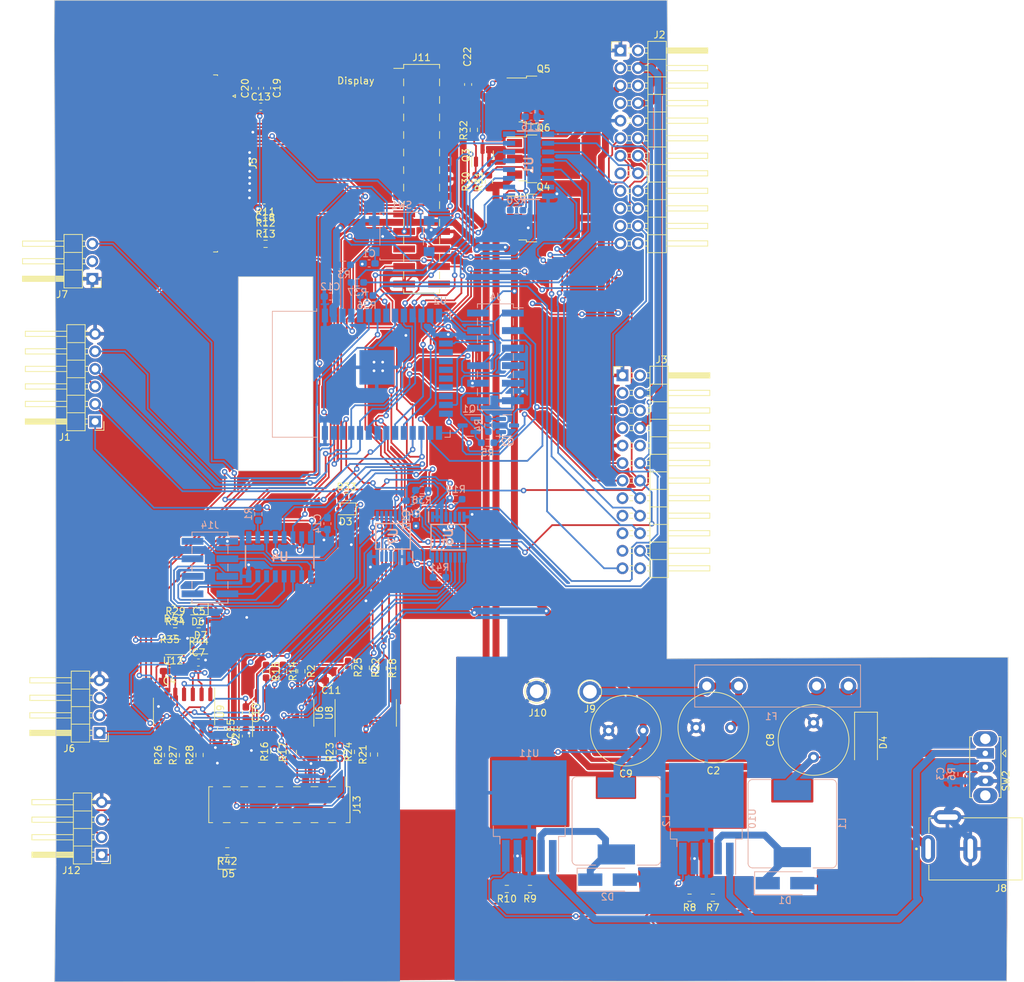
<source format=kicad_pcb>
(kicad_pcb (version 20211014) (generator pcbnew)
  (layers (0 "F.Cu" signal) (31 "B.Cu" signal) (34 "B.Paste" user) (35 "F.Paste" user) (36 "B.SilkS" user "B.Silkscreen") (37 "F.SilkS" user "F.Silkscreen") (38 "B.Mask" user) (39 "F.Mask" user) (44 "Edge.Cuts" user))
  (net 0 "")
  (net 1 "RESET")
  (net 2 "Net-(C4-Pad1)")
  (net 3 "Net-(C2-Pad1)")
  (net 4 "REG_EN")
  (net 5 "Net-(C5-Pad1)")
  (net 6 "Net-(C7-Pad1)")
  (net 7 "/MCU/GPIO_1{slash}TXD0")
  (net 8 "/MCU/GPIO_3{slash}RXD0")
  (net 9 "+BATT")
  (net 10 "+5V")
  (net 11 "+3.3V")
  (net 13 "GPIO_INPUT_1_R")
  (net 14 "GPIO_INPUT_2_R")
  (net 16 "BTN_1_R")
  (net 17 "BTN_7_R")
  (net 18 "BTN_2_R")
  (net 19 "BTN_8_R")
  (net 20 "BTN_3_R")
  (net 21 "BTN_9_R")
  (net 22 "BTN_4_R")
  (net 23 "BTN_10_R")
  (net 24 "BTN_5_R")
  (net 25 "Net-(C21-Pad1)")
  (net 26 "Net-(D1-Pad1)")
  (net 27 "BTN_6_R")
  (net 28 "Rotary_CLK_R")
  (net 29 "Rotary_BTN_R")
  (net 30 "GPIO_OUTPUT_1")
  (net 31 "GPIO_OUTPUT_2")
  (net 32 "GPIO_OUTPUT_3")
  (net 33 "GPIO_OUTPUT_4")
  (net 34 "EMERGENCY_STOP_BTN")
  (net 35 "GPIO_OUTPUT_5")
  (net 36 "SD_CS")
  (net 37 "SPI_MOSI")
  (net 38 "SPI_CLK")
  (net 39 "SPI_MISO")
  (net 40 "GPIO_OUTPUT_6")
  (net 43 "+VSW")
  (net 44 "+3.3VP")
  (net 47 "+5VP")
  (net 49 "PWM1_MOD_1")
  (net 50 "I2C_SCL")
  (net 51 "PWM2_MOD_1")
  (net 52 "I2C_SDA")
  (net 54 "STATUS_MOD_1")
  (net 56 "TTL1_MOD_1")
  (net 58 "TTL2_MOD_1")
  (net 60 "TTL3_MOD_1")
  (net 61 "ID_MOD_1")
  (net 68 "PWM1_MOD_2")
  (net 69 "PWM2_MOD_2")
  (net 71 "STATUS_MOD_2")
  (net 73 "TTL1_MOD_2")
  (net 75 "TTL2_MOD_2")
  (net 77 "TTL3_MOD_2")
  (net 78 "ID_MOD_2")
  (net 80 "/MCU/GPIO_12{slash}JTAG_TDI")
  (net 81 "GPIO_OUTPUT_7")
  (net 82 "/MCU/GPIO_15{slash}JTAG_TDO")
  (net 83 "GPIO_OUTPUT_8")
  (net 84 "/MCU/GPIO_13{slash}JTAG_TCK")
  (net 85 "/MCU/GPIO_14{slash}JTAG_TMS")
  (net 86 "RTS")
  (net 87 "/Display/Display_CS")
  (net 88 "Display_DC")
  (net 89 "Display_RST")
  (net 90 "Net-(R7-Pad2)")
  (net 91 "Net-(R10-Pad1)")
  (net 92 "Net-(R25-Pad2)")
  (net 93 "Net-(R28-Pad2)")
  (net 94 "/MCU/SENSOR_VN{slash}GPIO_IN_39")
  (net 95 "/MCU/SENSOR_VP{slash}GPIO_IN_36")
  (net 96 "Net-(D2-Pad1)")
  (net 109 "Net-(D4-Pad2)")
  (net 110 "Net-(Q1-Pad1)")
  (net 111 "DTR")
  (net 112 "Net-(Q2-Pad1)")
  (net 113 "Net-(Q3-Pad1)")
  (net 114 "Net-(Q3-Pad3)")
  (net 115 "OE")
  (net 116 "MOD_PSU_EN")
  (net 117 "SRCLK")
  (net 118 "RCLK")
  (net 119 "SER")
  (net 120 "IO_EXP_INT")
  (net 121 "Rotary_CLK")
  (net 122 "Rotary_DT")
  (net 130 "Rotary_BTN")
  (net 131 "BTN_1")
  (net 132 "BTN_2")
  (net 133 "BTN_3")
  (net 134 "BTN_4")
  (net 135 "BTN_5")
  (net 136 "BTN_6")
  (net 137 "BTN_7")
  (net 138 "BTN_8")
  (net 139 "BTN_9")
  (net 140 "BTN_10")
  (net 141 "GPIO_INPUT_1")
  (net 142 "GPIO_INPUT_2")
  (net 145 "Rotary_B_R")
  (net 146 "Rotary_B")
  (net 148 "Net-(R1-Pad2)")
  (net 149 "Net-(R20-Pad2)")
  (net 150 "Net-(U1-Pad9)")
  (net 158 "Net-(J5-Pad34)")
  (net 159 "Net-(J5-Pad35)")
  (net 160 "Net-(J5-Pad36)")
  (net 161 "GND")
  (footprint "Resistor_SMD:R_0603_1608Metric_Pad0.98x0.95mm_HandSolder" (layer "F.Cu") (at 126.572 133.1105 90)
    (fp_text reference "R16")
    (fp_text value "22k")
  )
  (footprint "Resistor_SMD:R_0603_1608Metric_Pad0.98x0.95mm_HandSolder" (layer "F.Cu") (at 136.047 133.2005 90)
    (fp_text reference "R23")
    (fp_text value "22k")
  )
  (footprint "Resistor_SMD:R_0603_1608Metric_Pad0.98x0.95mm_HandSolder" (layer "F.Cu") (at 130.472 121.463 -90)
    (fp_text reference "R2")
    (fp_text value "22k")
  )
  (footprint "Capacitor_SMD:C_0603_1608Metric_Pad1.08x0.95mm_HandSolder" (layer "F.Cu") (at 122.447 130.863 90)
    (fp_text reference "C21")
    (fp_text value "1u")
  )
  (footprint "Capacitor_SMD:C_0603_1608Metric_Pad1.08x0.95mm_HandSolder" (layer "F.Cu") (at 115.6345 114.2005)
    (fp_text reference "C5")
    (fp_text value "1u")
  )
  (footprint "Button_Switch_THT:SW_Slide_1P2T_CK_OS102011MS2Q" (layer "F.Cu") (at 229.489 133.3645 -90)
    (fp_text reference "SW2")
    (fp_text value "on/off switch")
  )
  (footprint "Capacitor_THT:C_Radial_D10.0mm_H12.5mm_P5.00mm" (layer "F.Cu") (at 204.622 133.9255 90)
    (fp_text reference "C8")
    (fp_text value "220u")
  )
  (footprint "Connector_PinHeader_2.54mm:PinHeader_2x13_P2.54mm_Vertical_SMD" (layer "F.Cu") (at 147.89 50.1505)
    (fp_text reference "J11")
    (fp_text value "Display_shield")
  )
  (footprint "Resistor_SMD:R_0603_1608Metric_Pad0.98x0.95mm_HandSolder" (layer "F.Cu") (at 137.247 120.913 -90)
    (fp_text reference "R25")
    (fp_text value "22k")
  )
  (footprint "TestPoint:TestPoint_Plated_Hole_D2.0mm" (layer "F.Cu") (at 172.247 124.4255 180)
    (fp_text reference "J9")
    (fp_text value "B+")
  )
  (footprint "Capacitor_SMD:C_0603_1608Metric_Pad1.08x0.95mm_HandSolder" (layer "F.Cu") (at 125.522 37.013 -90)
    (fp_text reference "C19")
    (fp_text value "100n")
  )
  (footprint "Connector_PinHeader_2.54mm:PinHeader_1x03_P2.54mm_Horizontal" (layer "F.Cu") (at 100.222 64.6255 180)
    (fp_text reference "J7")
    (fp_text value "Emergency Stop Button")
  )
  (footprint "Resistor_SMD:R_0603_1608Metric_Pad0.98x0.95mm_HandSolder" (layer "F.Cu") (at 119.7595 147.5505 180)
    (fp_text reference "R42")
    (fp_text value "10k")
  )
  (footprint "Package_TO_SOT_SMD:SOT-23" (layer "F.Cu") (at 156.7095 46.7355 90)
    (fp_text reference "Q3")
    (fp_text value "BC817")
  )
  (footprint "Resistor_SMD:R_0603_1608Metric_Pad0.98x0.95mm_HandSolder" (layer "F.Cu") (at 112.247 114.2005)
    (fp_text reference "R29")
    (fp_text value "22k")
  )
  (footprint "Connector_PinHeader_2.54mm:PinHeader_2x12_P2.54mm_Horizontal" (layer "F.Cu") (at 176.664 31.571)
    (fp_text reference "J2")
    (fp_text value "Module_1")
  )
  (footprint "Resistor_SMD:R_0603_1608Metric_Pad0.98x0.95mm_HandSolder" (layer "F.Cu") (at 129.247 133.1755 90)
    (fp_text reference "R17")
    (fp_text value "22k")
  )
  (footprint "Resistor_SMD:R_0603_1608Metric_Pad0.98x0.95mm_HandSolder" (layer "F.Cu") (at 137.0345 96.2005)
    (fp_text reference "R33")
    (fp_text value "10k")
  )
  (footprint "Resistor_SMD:R_0603_1608Metric_Pad0.98x0.95mm_HandSolder" (layer "F.Cu") (at 111.197 133.6005 90)
    (fp_text reference "R26")
    (fp_text value "22k")
  )
  (footprint "Resistor_SMD:R_0603_1608Metric_Pad0.98x0.95mm_HandSolder" (layer "F.Cu") (at 127.822 121.463 -90)
    (fp_text reference "R14")
    (fp_text value "22k")
  )
  (footprint "Capacitor_SMD:C_0603_1608Metric_Pad1.08x0.95mm_HandSolder" (layer "F.Cu") (at 124.6095 39.7005)
    (fp_text reference "C13")
    (fp_text value "100n")
  )
  (footprint "Resistor_SMD:R_0603_1608Metric_Pad0.98x0.95mm_HandSolder" (layer "F.Cu") (at 111.3345 119.9505)
    (fp_text reference "R35")
    (fp_text value "22k")
  )
  (footprint "Capacitor_SMD:C_0603_1608Metric_Pad1.08x0.95mm_HandSolder" (layer "F.Cu") (at 125.1095 54.3005 180)
    (fp_text reference "C18")
    (fp_text value "100n")
  )
  (footprint "Resistor_SMD:R_0603_1608Metric_Pad0.98x0.95mm_HandSolder" (layer "F.Cu") (at 139.797 120.9505 -90)
    (fp_text reference "R22")
    (fp_text value "22k")
  )
  (footprint "Resistor_SMD:R_0603_1608Metric_Pad0.98x0.95mm_HandSolder" (layer "F.Cu") (at 163.5795 153.0005 180)
    (fp_text reference "R9")
    (fp_text value "1,6k")
  )
  (footprint "Resistor_SMD:R_0603_1608Metric_Pad0.98x0.95mm_HandSolder" (layer "F.Cu") (at 155.717 50.5455 90)
    (fp_text reference "R30")
    (fp_text value "1k")
  )
  (footprint "Resistor_SMD:R_0603_1608Metric_Pad0.98x0.95mm_HandSolder" (layer "F.Cu") (at 157.622 50.5455 90)
    (fp_text reference "R31")
    (fp_text value "100k")
  )
  (footprint "Capacitor_SMD:C_0603_1608Metric_Pad1.08x0.95mm_HandSolder" (layer "F.Cu") (at 123.772 37.038 90)
    (fp_text reference "C20")
    (fp_text value "100n")
  )
  (footprint "Resistor_SMD:R_0603_1608Metric_Pad0.98x0.95mm_HandSolder" (layer "F.Cu") (at 140.997 133.538 90)
    (fp_text reference "R21")
    (fp_text value "22k")
  )
  (footprint "Barrel_jack:GRAVITECH_CON-SOCJ-2155" (layer "F.Cu") (at 227.3155 147.1965 180)
    (fp_text reference "J8")
    (fp_text value "CON-SOCJ-2155")
  )
  (footprint "Resistor_SMD:R_0603_1608Metric_Pad0.98x0.95mm_HandSolder" (layer "F.Cu") (at 155.447 43.063 90)
    (fp_text reference "R32")
    (fp_text value "100k")
  )
  (footprint "Capacitor_SMD:C_0603_1608Metric_Pad1.08x0.95mm_HandSolder" (layer "F.Cu") (at 154.622 36.488 90)
    (fp_text reference "C22")
    (fp_text value "100n")
  )
  (footprint "Resistor_SMD:R_0603_1608Metric_Pad0.98x0.95mm_HandSolder" (layer "F.Cu") (at 111.997 112.4505 180)
    (fp_text reference "R43")
    (fp_text value "10k")
  )
  (footprint "Package_TO_SOT_SMD:TO-252-3_TabPin2" (layer "F.Cu") (at 165.542 47.2555)
    (fp_text reference "Q6")
    (fp_text value "IRFR9024N")
  )
  (footprint "Capacitor_SMD:C_0603_1608Metric_Pad1.08x0.95mm_HandSolder" (layer "F.Cu") (at 122.447 127.5005 -90)
    (fp_text reference "C10")
    (fp_text value "100n")
  )
  (footprint "Resistor_SMD:R_0603_1608Metric_Pad0.98x0.95mm_HandSolder" (layer "F.Cu") (at 138.697 133.1505 90)
    (fp_text reference "R24")
    (fp_text value "22k")
  )
  (footprint "Resistor_SMD:R_0603_1608Metric_Pad0.98x0.95mm_HandSolder" (layer "F.Cu") (at 125.2895 57.9805)
    (fp_text reference "R12")
    (fp_text value "220")
  )
  (footprint "Capacitor_THT:C_Radial_D10.0mm_H12.5mm_P5.00mm" (layer "F.Cu") (at 192.622 129.6255 180)
    (fp_text reference "C2")
    (fp_text value "220u")
  )
  (footprint "Resistor_SMD:R_0603_1608Metric_Pad0.98x0.95mm_HandSolder" (layer "F.Cu") (at 125.372 121.488 -90)
    (fp_text reference "R15")
    (fp_text value "22k")
  )
  (footprint "Resistor_SMD:R_0603_1608Metric_Pad0.98x0.95mm_HandSolder" (layer "F.Cu") (at 160.222 153.0005 180)
    (fp_text reference "R10")
    (fp_text value "1k")
  )
  (footprint "Diode_SMD:D_SOD-323" (layer "F.Cu") (at 119.947 149.3005)
    (fp_text reference "D5")
    (fp_text value "1N4448WS")
  )
  (footprint "Package_TO_SOT_SMD:TO-252-3_TabPin2" (layer "F.Cu") (at 165.542 38.7255)
    (fp_text reference "Q5")
    (fp_text value "IRFR9024N")
  )
  (footprint "Diode_SMD:D_SOD-323" (layer "F.Cu") (at 115.887 118.1105)
    (fp_text reference "D7")
    (fp_text value "1N4448WS")
  )
  (footprint "Resistor_SMD:R_0603_1608Metric_Pad0.98x0.95mm_HandSolder" (layer "F.Cu") (at 113.347 133.638 90)
    (fp_text reference "R27")
    (fp_text value "22k")
  )
  (footprint "Connector_PinHeader_2.54mm:PinHeader_1x04_P2.54mm_Horizontal" (layer "F.Cu") (at 101.272 130.4005 180)
    (fp_text reference "J6")
    (fp_text value "IO_UART")
  )
  (footprint "Resistor_SMD:R_0603_1608Metric_Pad0.98x0.95mm_HandSolder" (layer "F.Cu") (at 186.6795 154.2705 180)
    (fp_text reference "R8")
    (fp_text value "220")
  )
  (footprint "Connector_PinHeader_2.54mm:PinHeader_2x12_P2.54mm_Horizontal" (layer "F.Cu") (at 176.964 78.621)
    (fp_text reference "J3")
    (fp_text value "Module_2")
  )
  (footprint "Connector_PinHeader_2.54mm:PinHeader_1x06_P2.54mm_Horizontal" (layer "F.Cu") (at 100.622 85.3005 180)
    (fp_text reference "J1")
    (fp_text value "IO_SD")
  )
  (footprint "Resistor_SMD:R_0603_1608Metric_Pad0.98x0.95mm_HandSolder" (layer "F.Cu") (at 142.247 121.038 -90)
    (fp_text reference "R18")
    (fp_text value "22k")
  )
  (footprint "Resistor_SMD:R_0603_1608Metric_Pad0.98x0.95mm_HandSolder" (layer "F.Cu") (at 115.747 133.6005 90)
    (fp_text reference "R28")
    (fp_text value "22k")
  )
  (footprint "Package_SO:SO-14_3.9x8.65mm_P1.27mm" (layer "F.Cu") (at 113.497 127.3005 -90)
    (fp_text reference "U9")
    (fp_text value "74HC14")
  )
  (footprint "Resistor_SMD:R_0603_1608Metric_Pad0.98x0.95mm_HandSolder" (layer "F.Cu") (at 112.2095 115.7005)
    (fp_text reference "R34")
    (fp_text value "22k")
  )
  (footprint "TestPoint:TestPoint_Plated_Hole_D2.0mm" (layer "F.Cu") (at 164.547 124.3755 180)
    (fp_text reference "J10")
    (fp_text value "B-")
  )
  (footprint "Diode_SMD:D_SOD-323" (layer "F.Cu") (at 115.497 112.4505 180)
    (fp_text reference "D6")
    (fp_text value "1N4448WS")
  )
  (footprint "Capacitor_SMD:C_0603_1608Metric_Pad1.08x0.95mm_HandSolder" (layer "F.Cu") (at 134.797 122.8005 180)
    (fp_text reference "C11")
    (fp_text value "100n")
  )
  (footprint "Connector_PinHeader_2.54mm:PinHeader_1x04_P2.54mm_Horizontal" (layer "F.Cu") (at 101.572 148.0505 180)
    (fp_text reference "J12")
    (fp_text value "GPIO_INPUTS")
  )
  (footprint "Package_SO:SO-14_3.9x8.65mm_P1.27mm" (layer "F.Cu") (at 139.797 127.5005 90)
    (fp_text reference "U8")
    (fp_text value "74HC14")
  )
  (footprint "Connector_FFC-FPC:TE_4-1734839-0_1x40-1MP_P0.5mm_Horizontal" (layer "F.Cu") (at 120.397 47.9205 -90)
    (fp_text reference "J5")
    (fp_text value "FPC_40P_LCD_ILI9488")
  )
  (footprint "Connector_PinHeader_2.54mm:PinHeader_2x08_P2.54mm_Vertical_SMD" (layer "F.Cu") (at 127.297 140.8005 -90)
    (fp_text reference "J13")
    (fp_text value "FrontPanel")
  )
  (footprint "Diode_SMD:D_SMA_Handsoldering" (layer "F.Cu") (at 212.217 131.8005 -90)
    (fp_text reference "D4")
    (fp_text value "SS310")
  )
  (footprint "Resistor_SMD:R_0603_1608Metric_Pad0.98x0.95mm_HandSolder" (layer "F.Cu") (at 125.272 56.3505)
    (fp_text reference "R11")
    (fp_text value "220")
  )
  (footprint "Capacitor_SMD:C_0603_1608Metric_Pad1.08x0.95mm_HandSolder" (layer "F.Cu") (at 115.5845 120.2005)
    (fp_text reference "C7")
    (fp_text value "1u")
  )
  (footprint "Capacitor_THT:C_Radial_D10.0mm_H12.5mm_P5.00mm" (layer "F.Cu") (at 179.959 130.0625 180)
    (fp_text reference "C9")
    (fp_text value "220u")
  )
  (footprint "Package_SO:VSSOP-8_2.3x2mm_P0.5mm" (layer "F.Cu") (at 111.897 117.9505 180)
    (fp_text reference "U12")
    (fp_text value "74AUC1G74")
  )
  (footprint "Package_SO:SO-14_3.9x8.65mm_P1.27mm" (layer "F.Cu") (at 127.847 127.5005 90)
    (fp_text reference "U6")
    (fp_text value "74HC14")
  )
  (footprint "Resistor_SMD:R_0603_1608Metric_Pad0.98x0.95mm_HandSolder" (layer "F.Cu") (at 190.0395 154.2705 180)
    (fp_text reference "R7")
    (fp_text value "680")
  )
  (footprint "Capacitor_SMD:C_0603_1608Metric_Pad1.08x0.95mm_HandSolder" (layer "F.Cu") (at 111.3845 121.4505 180)
    (fp_text reference "C4")
    (fp_text value "1u")
  )
  (footprint "Resistor_SMD:R_0603_1608Metric_Pad0.98x0.95mm_HandSolder" (layer "F.Cu") (at 125.2995 59.5705)
    (fp_text reference "R13")
    (fp_text value "220")
  )
  (footprint "Package_TO_SOT_SMD:TO-252-3_TabPin2" (layer "F.Cu") (at 165.522 55.8255)
    (fp_text reference "Q4")
    (fp_text value "IRFR9024N")
  )
  (footprint "Resistor_SMD:R_0603_1608Metric_Pad0.98x0.95mm_HandSolder" (layer "F.Cu") (at 115.6095 115.7005 180)
    (fp_text reference "R44")
    (fp_text value "10k")
  )
  (footprint "Capacitor_SMD:C_0603_1608Metric_Pad1.08x0.95mm_HandSolder" (layer "F.Cu") (at 118.847 129.813 -90)
    (fp_text reference "C15")
    (fp_text value "100n")
  )
  (footprint "Diode_SMD:D_SOD-323" (layer "F.Cu") (at 136.897 97.9505 180)
    (fp_text reference "D3")
    (fp_text value "1N4448WS")
  )
  (footprint "Diode_SMD:D_SMA_Handsoldering" (layer "B.Cu") (at 174.804 151.6525)
    (fp_text reference "D2")
    (fp_text value "SS310")
  )
  (footprint "Capacitor_SMD:C_0603_1608Metric_Pad1.08x0.95mm_HandSolder" (layer "B.Cu") (at 134.247 100.088 -90)
    (fp_text reference "C14")
    (fp_text value "100n")
  )
  (footprint "Package_TO_SOT_SMD:SOT-23" (layer "B.Cu") (at 154.7595 85.8755 180)
    (fp_text reference "Q1")
    (fp_text value "BC817")
  )
  (footprint "Capacitor_SMD:C_0603_1608Metric_Pad1.08x0.95mm_HandSolder" (layer "B.Cu") (at 147.072 99.513 -90)
    (fp_text reference "C17")
    (fp_text value "100n")
  )
  (footprint "Inductor_SMD:L_Bourns_SRR1260" (layer "B.Cu") (at 176.073 143.14985 90)
    (fp_text reference "L2")
    (fp_text value "68uH")
  )
  (footprint "Resistor_SMD:R_0603_1608Metric_Pad0.98x0.95mm_HandSolder" (layer "B.Cu") (at 152.8345 96.5505 180)
    (fp_text reference "R19")
    (fp_text value "10k")
  )
  (footprint "74HC595D-Q100,118:74HC595DQ100118" (layer "B.Cu") (at 127.347 104.9005 180)
    (fp_text reference "U4")
    (fp_text value "74HC595 (SIPO Shift register)" hide)
  )
  (footprint "74HC595D-Q100,118:74HC595DQ100118" (layer "B.Cu") (at 163.372 48.1755 -90)
    (fp_text reference "U1")
    (fp_text value "74HC595 (SIPO Shift register)" hide)
  )
  (footprint "Capacitor_SMD:C_0603_1608Metric_Pad1.08x0.95mm_HandSolder" (layer "B.Cu") (at 224.43625 136.312 -90)
    (fp_text reference "C3")
    (fp_text value "1u")
  )
  (footprint "Resistor_SMD:R_0603_1608Metric_Pad0.98x0.95mm_HandSolder" (layer "B.Cu") (at 147.917 95.2405)
    (fp_text reference "R38")
    (fp_text value "10k")
  )
  (footprint "RF_Module:ESP32-WROOM-32" (layer "B.Cu") (at 142.147 78.4505 -90)
    (fp_text reference "U2")
    (fp_text value "ESP32-WROOM-32")
  )
  (footprint "Package_TO_SOT_SMD:TO-263-5_TabPin3" (layer "B.Cu") (at 189.097 142.8255 90)
    (fp_text reference "U10")
    (fp_text value "LM2596S-5")
  )
  (footprint "Capacitor_SMD:C_0603_1608Metric_Pad1.08x0.95mm_HandSolder" (layer "B.Cu") (at 163.7345 41.1505)
    (fp_text reference "C16")
    (fp_text value "100n")
  )
  (footprint "Resistor_SMD:R_0603_1608Metric_Pad0.98x0.95mm_HandSolder" (layer "B.Cu") (at 146.5845 96.7755)
    (fp_text reference "R40")
    (fp_text value "10k")
  )
  (footprint "Resistor_SMD:R_0603_1608Metric_Pad0.98x0.95mm_HandSolder" (layer "B.Cu") (at 150.4595 107.8505 180)
    (fp_text reference "R41")
    (fp_text value "10k")
  )
  (footprint "TCA9534:SOP65P640X120-16N" (layer "B.Cu") (at 151.747 102.0505 -90)
    (fp_text reference "U5")
    (fp_text value "TCA9534 (IO Expander)" hide)
  )
  (footprint "Resistor_SMD:R_0603_1608Metric_Pad0.98x0.95mm_HandSolder" (layer "B.Cu") (at 157.4345 88.3755)
    (fp_text reference "R5")
    (fp_text value "10k")
  )
  (footprint "Resistor_SMD:R_0603_1608Metric_Pad0.98x0.95mm_HandSolder" (layer "B.Cu") (at 161.6345 54.7005 180)
    (fp_text reference "R20")
    (fp_text value "1k")
  )
  (footprint "Fuse:Fuseholder_Littelfuse_100_series_5x20mm" (layer "B.Cu") (at 209.672 123.6005 180)
    (fp_text reference "F1")
    (fp_text value "F2.5A GLASS")
  )
  (footprint "Connector_PinHeader_2.54mm:PinHeader_2x06_P2.54mm_Vertical_SMD" (layer "B.Cu") (at 158.572 75.9405 180)
    (fp_text reference "J4")
    (fp_text value "DEBUG")
  )
  (footprint "TCA9534:SOP65P640X120-16N" (layer "B.Cu") (at 143.752 101.9305 90)
    (fp_text reference "U7")
    (fp_text value "TCA9534 (IO Expander)" hide)
  )
  (footprint "Capacitor_SMD:C_0603_1608Metric_Pad1.08x0.95mm_HandSolder" (layer "B.Cu") (at 140.2845 62.4005 180)
    (fp_text reference "C1")
    (fp_text value "1u")
  )
  (footprint "Resistor_SMD:R_0603_1608Metric_Pad0.98x0.95mm_HandSolder" (layer "B.Cu") (at 139.9345 67.0505)
    (fp_text reference "R36")
    (fp_text value "100k")
  )
  (footprint "Capacitor_SMD:C_0603_1608Metric_Pad1.08x0.95mm_HandSolder" (layer "B.Cu") (at 134.6595 67.2005 180)
    (fp_text reference "C12")
    (fp_text value "100n")
  )
  (footprint "Inductor_SMD:L_Bourns_SRR1260" (layer "B.Cu") (at 201.549 143.54785 90)
    (fp_text reference "L1")
    (fp_text value "68uH")
  )
  (footprint "Package_TO_SOT_SMD:TO-263-5_TabPin3" (layer "B.Cu") (at 163.468 142.4425 90)
    (fp_text reference "U11")
    (fp_text value "LM2596S-3.3")
  )
  (footprint "Diode_SMD:D_SMA_Handsoldering" (layer "B.Cu") (at 200.493 152.1605)
    (fp_text reference "D1")
    (fp_text value "SS310")
  )
  (footprint "Connector_PinHeader_2.54mm:PinHeader_2x04_P2.54mm_Vertical_SMD" (layer "B.Cu") (at 117.247 106.4505 180)
    (fp_text reference "J14")
    (fp_text value "GPIO_OUTPUT")
  )
  (footprint "Package_TO_SOT_SMD:SOT-23" (layer "B.Cu") (at 160.322 85.8755)
    (fp_text reference "Q2")
    (fp_text value "BC817")
  )
  (footprint "Resistor_SMD:R_0603_1608Metric_Pad0.98x0.95mm_HandSolder" (layer "B.Cu") (at 226.05225 136.356 -90)
    (fp_text reference "R6")
    (fp_text value "100k")
  )
  (footprint "Resistor_SMD:R_0603_1608Metric_Pad0.98x0.95mm_HandSolder" (layer "B.Cu") (at 157.547 85.838 -90)
    (fp_text reference "R4")
    (fp_text value "10k")
  )
  (footprint "Resistor_SMD:R_0603_1608Metric_Pad0.98x0.95mm_HandSolder" (layer "B.Cu") (at 138.5845 65.1505)
    (fp_text reference "R37")
    (fp_text value "100k")
  )
  (footprint "Resistor_SMD:R_0603_1608Metric_Pad0.98x0.95mm_HandSolder" (layer "B.Cu") (at 124.247 98.7005 -90)
    (fp_text reference "R1")
    (fp_text value "1k")
  )
  (footprint "Resistor_SMD:R_0603_1608Metric_Pad0.98x0.95mm_HandSolder" (layer "B.Cu") (at 136.6595 62.6005)
    (fp_text reference "R3")
    (fp_text value "10k")
  )
  (footprint "Button_Switch_SMD:SW_SPST_B3S-1000" (layer "B.Cu") (at 144.997 58.4505 180)
    (fp_text reference "SW1")
    (fp_text value "RST")
  )
  (gr_line (start 183.447 24.3005) (end 94.747 24.3005) (layer "Edge.Cuts") (width 0.1))
  (gr_line (start 183.4875 30.32125) (end 183.447 24.3005) (layer "Edge.Cuts") (width 0.1))
  (gr_line (start 94.747 166.4505) (end 221.533 166.3545) (layer "Edge.Cuts") (width 0.1))
  (gr_line (start 121.347 92.4255) (end 121.372 64.3255) (layer "Edge.Cuts") (width 0.1))
  (gr_line (start 94.747 24.3005) (end 94.711 30.2965) (layer "Edge.Cuts") (width 0.1))
  (gr_line (start 94.961 149.5465) (end 94.747 166.4505) (layer "Edge.Cuts") (width 0.1))
  (gr_line (start 232.791 149.4505) (end 232.577 166.3545) (layer "Edge.Cuts") (width 0.1))
  (gr_line (start 183.411 119.6465) (end 221.747 119.4505) (layer "Edge.Cuts") (width 0.1))
  (gr_line (start 121.372 64.3255) (end 132.047 64.3255) (layer "Edge.Cuts") (width 0.1))
  (gr_line (start 183.411 119.6465) (end 183.4875 30.32125) (layer "Edge.Cuts") (width 0.1))
  (gr_line (start 221.747 119.4505) (end 232.791 119.4505) (layer "Edge.Cuts") (width 0.1))
  (gr_line (start 132.147 64.3255) (end 132.172 92.4255) (layer "Edge.Cuts") (width 0.1))
  (gr_line (start 221.533 166.3545) (end 232.577 166.3545) (layer "Edge.Cuts") (width 0.1))
  (gr_line (start 132.047 64.3255) (end 132.147 64.3255) (layer "Edge.Cuts") (width 0.1))
  (gr_line (start 232.791 121.4505) (end 232.791 119.4505) (layer "Edge.Cuts") (width 0.1))
  (gr_line (start 132.172 92.4255) (end 121.347 92.4255) (layer "Edge.Cuts") (width 0.1))
  (gr_line (start 94.711 30.2965) (end 94.911 75.5965) (layer "Edge.Cuts") (width 0.1))
  (gr_line (start 94.911 75.5965) (end 94.961 149.5465) (layer "Edge.Cuts") (width 0.1))
  (gr_line (start 232.791 149.4505) (end 232.791 121.4505) (layer "Edge.Cuts") (width 0.1))
  (gr_text "Display" (at 138.361 35.9465) (layer "F.SilkS") (effects (font (size 1 1))))
  (segment (start 139.997 68.1505) (end 137.847 70.3005) (width 0.25) (layer "F.Cu") (net 1))
  (segment (start 137.847 70.3005) (end 137.847 72.2005) (width 0.25) (layer "F.Cu") (net 1))
  (via (at 139.997 68.1505) (size 0.8) (drill 0.4) (layers "F.Cu" "B.Cu") (net 1))
  (via (at 137.847 72.2005) (size 0.8) (drill 0.4) (layers "F.Cu" "B.Cu") (net 1))
  (segment (start 148.072 63.3755) (end 139.822 63.3755) (width 0.25) (layer "B.Cu") (net 1))
  (segment (start 141.147 60.8255) (end 141.022 60.7005) (width 0.25) (layer "B.Cu") (net 1))
  (segment (start 163.647 74.3005) (end 162.8995 73.553) (width 0.25) (layer "B.Cu") (net 1))
  (segment (start 158.502 70.8005) (end 159.722 69.5805) (width 0.25) (layer "B.Cu") (net 1))
  (segment (start 161.772 83.5255) (end 163.221695 83.5255) (width 0.25) (layer "B.Cu") (net 1))
  (segment (start 159.5945 73.553) (end 158.502 72.4605) (width 0.25) (layer "B.Cu") (net 1))
  (segment (start 149.660604 66.7505) (end 153.710604 70.8005) (width 0.25) (layer "B.Cu") (net 1))
  (segment (start 149.497 61.9505) (end 148.072 63.3755) (width 0.25) (layer "B.Cu") (net 1))
  (segment (start 139.997 68.1505) (end 141.047 68.1505) (width 0.25) (layer "B.Cu") (net 1))
  (segment (start 136.3845 64.013) (end 139.697 60.7005) (width 0.25) (layer "B.Cu") (net 1))
  (segment (start 163.647 83.100195) (end 163.647 74.3005) (width 0.25) (layer "B.Cu") (net 1))
  (segment (start 138.547 66.0005) (end 139.292495 66.0005) (width 0.25) (layer "B.Cu") (net 1))
  (segment (start 136.3845 68.763) (end 136.3845 64.013) (width 0.25) (layer "B.Cu") (net 1))
  (segment (start 162.8995 73.553) (end 159.5945 73.553) (width 0.25) (layer "B.Cu") (net 1))
  (segment (start 158.502 72.4605) (end 158.502 70.8005) (width 0.25) (layer "B.Cu") (net 1))
  (segment (start 148.972 60.7005) (end 149.497 61.2255) (width 0.25) (layer "B.Cu") (net 1))
  (segment (start 139.997 66.705005) (end 139.997 68.1505) (width 0.25) (layer "B.Cu") (net 1))
  (segment (start 139.292495 66.0005) (end 139.997 66.705005) (width 0.25) (layer "B.Cu") (net 1))
  (segment (start 161.2595 85.8755) (end 161.2595 84.038) (width 0.25) (layer "B.Cu") (net 1))
  (segment (start 149.497 61.2255) (end 149.497 61.9505) (width 0.25) (layer "B.Cu") (net 1))
  (segment (start 138.547 64.6505) (end 138.547 66.0005) (width 0.25) (layer "B.Cu") (net 1))
  (segment (start 159.722 69.5805) (end 160.797 69.5805) (width 0.25) (layer "B.Cu") (net 1))
  (segment (start 136.247 68.9005) (end 136.3845 68.763) (width 0.25) (layer "B.Cu") (net 1))
  (segment (start 136.432 70.7855) (end 136.432 69.9505) (width 0.25) (layer "B.Cu") (net 1))
  (segment (start 141.047 68.1505) (end 142.447 66.7505) (width 0.25) (layer "B.Cu") (net 1))
  (segment (start 137.847 72.2005) (end 136.432 70.7855) (width 0.25) (layer "B.Cu") (net 1))
  (segment (start 163.221695 83.5255) (end 163.647 83.100195) (width 0.25) (layer "B.Cu") (net 1))
  (segment (start 139.822 63.3755) (end 138.547 64.6505) (width 0.25) (layer "B.Cu") (net 1))
  (segment (start 142.447 66.7505) (end 149.660604 66.7505) (width 0.25) (layer "B.Cu") (net 1))
  (segment (start 139.697 60.7005) (end 141.022 60.7005) (width 0.25) (layer "B.Cu") (net 1))
  (segment (start 161.2595 84.038) (end 161.772 83.5255) (width 0.25) (layer "B.Cu") (net 1))
  (segment (start 141.147 62.4005) (end 141.147 60.8255) (width 0.25) (layer "B.Cu") (net 1))
  (segment (start 153.710604 70.8005) (end 158.502 70.8005) (width 0.25) (layer "B.Cu") (net 1))
  (segment (start 118.897 149.3005) (end 118.897 147.6005) (width 0.25) (layer "F.Cu") (net 2))
  (segment (start 112.497 126.9505) (end 112.497 125.0955) (width 0.25) (layer "F.Cu") (net 2))
  (segment (start 112.247 119.9505) (end 112.247 121.4505) (width 0.25) (layer "F.Cu") (net 2))
  (segment (start 112.227 124.8255) (end 112.227 121.4705) (width 0.25) (layer "F.Cu") (net 2))
  (segment (start 119.232 133.191) (end 120.7225 131.7005) (width 0.25) (layer "F.Cu") (net 2))
  (segment (start 112.497 125.0955) (end 112.227 124.8255) (width 0.25) (layer "F.Cu") (net 2))
  (segment (start 119.232 146.553) (end 119.232 133.191) (width 0.25) (layer "F.Cu") (net 2))
  (segment (start 118.897 147.6005) (end 118.847 147.5505) (width 0.25) (layer "F.Cu") (net 2))
  (segment (start 112.227 121.4705) (end 112.247 121.4505) (width 0.25) (layer "F.Cu") (net 2))
  (segment (start 118.92825 146.85675) (end 119.232 146.553) (width 0.25) (layer "F.Cu") (net 2))
  (segment (start 118.847 147.5505) (end 118.847 146.938) (width 0.25) (layer "F.Cu") (net 2))
  (segment (start 118.8345 146.9505) (end 118.92825 146.85675) (width 0.25) (layer "F.Cu") (net 2))
  (segment (start 118.847 146.938) (end 118.92825 146.85675) (width 0.25) (layer "F.Cu") (net 2))
  (via (at 120.7225 131.7005) (size 0.8) (drill 0.4) (layers "F.Cu" "B.Cu") (net 2))
  (via (at 112.497 126.9505) (size 0.8) (drill 0.4) (layers "F.Cu" "B.Cu") (net 2))
  (segment (start 120.7225 131.7005) (end 117.247 131.7005) (width 0.25) (layer "B.Cu") (net 2))
  (segment (start 117.247 131.7005) (end 112.497 126.9505) (width 0.25) (layer "B.Cu") (net 2))
  (segment (start 193.822 124.4755) (end 192.947 123.6005) (width 1) (layer "F.Cu") (net 3))
  (segment (start 193.772 123.6005) (end 193.772 128.4755) (width 1) (layer "F.Cu") (net 3))
  (segment (start 193.772 128.4755) (end 192.622 129.6255) (width 1) (layer "F.Cu") (net 3))
  (segment (start 190.097 123.6005) (end 189.222 124.4755) (width 1) (layer "F.Cu") (net 3))
  (segment (start 192.947 123.6005) (end 190.097 123.6005) (width 1) (layer "F.Cu") (net 3))
  (segment (start 189.172 124.4255) (end 189.222 124.4755) (width 1) (layer "B.Cu") (net 3))
  (segment (start 172.247 124.4255) (end 189.172 124.4255) (width 1) (layer "B.Cu") (net 3))
  (segment (start 227.743 135.3645) (end 226.568 136.5395) (width 0.25) (layer "F.Cu") (net 4))
  (segment (start 181.991 158.5105) (end 226.695 158.5105) (width 0.25) (layer "F.Cu") (net 4))
  (segment (start 170.277 156.9905) (end 180.257 156.9905) (width 0.25) (layer "F.Cu") (net 4))
  (segment (start 180.257 156.9905) (end 180.364 156.8835) (width 0.25) (layer "F.Cu") (net 4))
  (segment (start 229.489 135.3645) (end 227.743 135.3645) (width 0.25) (layer "F.Cu") (net 4))
  (segment (start 231.564 153.6415) (end 231.564 145.0915) (width 0.25) (layer "F.Cu") (net 4))
  (segment (start 180.364 156.8835) (end 181.991 158.5105) (width 0.25) (layer "F.Cu") (net 4))
  (segment (start 180.364 156.8835) (end 185.087 152.1605) (width 0.25) (layer "F.Cu") (net 4))
  (segment (start 231.564 145.0915) (end 226.568 140.0955) (width 0.25) (layer "F.Cu") (net 4))
  (segment (start 226.568 136.5395) (end 226.568 140.0955) (width 0.25) (layer "F.Cu") (net 4))
  (segment (start 226.695 158.5105) (end 231.564 153.6415) (width 0.25) (layer "F.Cu") (net 4))
  (segment (start 170.217 156.9305) (end 170.277 156.9905) (width 0.25) (layer "F.Cu") (net 4))
  (via (at 170.217 156.9305) (size 0.8) (drill 0.4) (layers "F.Cu" "B.Cu") (net 4))
  (via (at 185.087 152.1605) (size 0.8) (drill 0.4) (layers "F.Cu" "B.Cu") (net 4))
  (segment (start 160.068 148.2175) (end 160.068 150.5795) (width 0.25) (layer "B.Cu") (net 4))
  (segment (start 160.068 150.5795) (end 159.397 151.2505) (width 0.25) (layer "B.Cu") (net 4))
  (segment (start 225.93975 135.556) (end 226.05225 135.4435) (width 1) (layer "B.Cu") (net 4))
  (segment (start 159.397 151.2505) (end 158.222 151.2505) (width 0.25) (layer "B.Cu") (net 4))
  (segment (start 160.077 156.9305) (end 170.217 156.9305) (width 0.25) (layer "B.Cu") (net 4))
  (segment (start 185.697 151.5505) (end 185.697 148.6005) (width 0.25) (layer "B.Cu") (net 4))
  (segment (start 157.697 154.5505) (end 160.077 156.9305) (width 0.25) (layer "B.Cu") (net 4))
  (segment (start 226.05225 135.4435) (end 229.41 135.4435) (width 1) (layer "B.Cu") (net 4))
  (segment (start 185.087 152.1605) (end 185.697 151.5505) (width 0.25) (layer "B.Cu") (net 4))
  (segment (start 229.41 135.4435) (end 229.489 135.3645) (width 1) (layer "B.Cu") (net 4))
  (segment (start 157.697 151.7755) (end 157.697 154.5505) (width 0.25) (layer "B.Cu") (net 4))
  (segment (start 158.222 151.2505) (end 157.697 151.7755) (width 0.25) (layer "B.Cu") (net 4))
  (segment (start 160.397 148.2505) (end 160.397 149.8605) (width 0.25) (layer "B.Cu") (net 4))
  (segment (start 224.40225 135.556) (end 225.93975 135.556) (width 1) (layer "B.Cu") (net 4))
  (segment (start 114.772 114.2005) (end 114.797 114.2005) (width 0.25) (layer "F.Cu") (net 5))
  (segment (start 118.047 119.9005) (end 117.072 118.9255) (width 0.25) (layer "F.Cu") (net 5))
  (segment (start 117.307 122.2405) (end 117.472 122.0755) (width 0.25) (layer "F.Cu") (net 5))
  (segment (start 111.4095 112.4505) (end 113.1595 114.2005) (width 0.25) (layer "F.Cu") (net 5))
  (segment (start 116.197 116.858495) (end 115.5095 116.170995) (width 0.25) (layer "F.Cu") (net 5))
  (segment (start 114.797 114.2005) (end 116.547 112.4505) (width 0.25) (layer "F.Cu") (net 5))
  (segment (start 117.307 124.8255) (end 117.307 122.2405) (width 0.25) (layer "F.Cu") (net 5))
  (segment (start 116.197 118.9255) (end 116.197 116.858495) (width 0.25) (layer "F.Cu") (net 5))
  (segment (start 115.5095 114.938) (end 114.772 114.2005) (width 0.25) (layer "F.Cu") (net 5))
  (segment (start 117.072 118.9255) (end 116.197 118.9255) (width 0.25) (layer "F.Cu") (net 5))
  (segment (start 118.047 121.0505) (end 118.047 119.9005) (width 0.25) (layer "F.Cu") (net 5))
  (segment (start 111.0845 112.4505) (end 111.4095 112.4505) (width 0.25) (layer "F.Cu") (net 5))
  (segment (start 117.472 121.6255) (end 118.047 121.0505) (width 0.25) (layer "F.Cu") (net 5))
  (segment (start 114.772 114.2005) (end 113.1595 114.2005) (width 0.25) (layer "F.Cu") (net 5))
  (segment (start 115.5095 116.170995) (end 115.5095 114.938) (width 0.25) (layer "F.Cu") (net 5))
  (segment (start 117.472 122.0755) (end 117.472 121.6255) (width 0.25) (layer "F.Cu") (net 5))
  (segment (start 114.8845 119.8505) (end 114.8845 118.838) (width 0.25) (layer "F.Cu") (net 6))
  (segment (start 113.122 115.7005) (end 114.697 115.7005) (width 0.25) (layer "F.Cu") (net 6))
  (segment (start 116.044271 121.7005) (end 114.722 120.378229) (width 0.25) (layer "F.Cu") (net 6))
  (segment (start 114.767 122.08493) (end 114.767 124.8255) (width 0.25) (layer "F.Cu") (net 6))
  (segment (start 114.897 118.3505) (end 114.897 115.9005) (width 0.25) (layer "F.Cu") (net 6))
  (segment (start 114.897 115.9005) (end 114.697 115.7005) (width 0.25) (layer "F.Cu") (net 6))
  (segment (start 114.747 118.5005) (end 114.897 118.3505) (width 0.25) (layer "F.Cu") (net 6))
  (segment (start 114.722 120.378229) (end 114.722 120.2005) (width 0.25) (layer "F.Cu") (net 6))
  (segment (start 114.695826 122.013756) (end 114.767 122.08493) (width 0.25) (layer "F.Cu") (net 6))
  (segment (start 114.8845 118.838) (end 114.747 118.7005) (width 0.25) (layer "F.Cu") (net 6))
  (segment (start 116.497 121.7005) (end 116.044271 121.7005) (width 0.25) (layer "F.Cu") (net 6))
  (segment (start 114.747 118.7005) (end 114.747 118.5005) (width 0.25) (layer "F.Cu") (net 6))
  (via (at 116.497 121.7005) (size 0.8) (drill 0.4) (layers "F.Cu" "B.Cu") (net 6))
  (via (at 114.695826 122.013756) (size 0.8) (drill 0.4) (layers "F.Cu" "B.Cu") (net 6))
  (segment (start 116.497 121.7005) (end 115.009082 121.7005) (width 0.25) (layer "B.Cu") (net 6))
  (segment (start 115.009082 121.7005) (end 114.695826 122.013756) (width 0.25) (layer "B.Cu") (net 6))
  (segment (start 132.272 94.9255) (end 125.772 94.9255) (width 0.25) (layer "F.Cu") (net 7))
  (segment (start 154.580023 75.777075) (end 147.520425 75.777075) (width 0.25) (layer "F.Cu") (net 7))
  (segment (start 103.973396 127.8605) (end 101.272 127.8605) (width 0.25) (layer "F.Cu") (net 7))
  (segment (start 125.772 94.9255) (end 108.747 111.9505) (width 0.25) (layer "F.Cu") (net 7))
  (segment (start 108.747 111.9505) (end 108.747 123.086896) (width 0.25) (layer "F.Cu") (net 7))
  (segment (start 133.997 93.2005) (end 133.997 89.9505) (width 0.25) (layer "F.Cu") (net 7))
  (segment (start 133.122 94.0755) (end 133.997 93.2005) (width 0.25) (layer "F.Cu") (net 7))
  (segment (start 133.122 94.0755) (end 133.747 93.4505) (width 0.25) (layer "F.Cu") (net 7))
  (segment (start 133.122 94.0755) (end 132.272 94.9255) (width 0.25) (layer "F.Cu") (net 7))
  (segment (start 108.747 123.086896) (end 103.973396 127.8605) (width 0.25) (layer "F.Cu") (net 7))
  (segment (start 147.520425 75.777075) (end 146.147 77.1505) (width 0.25) (layer "F.Cu") (net 7))
  (via (at 146.147 77.1505) (size 0.8) (drill 0.4) (layers "F.Cu" "B.Cu") (net 7))
  (via (at 154.580023 75.777075) (size 0.8) (drill 0.4) (layers "F.Cu" "B.Cu") (net 7))
  (via (at 133.997 89.9505) (size 0.8) (drill 0.4) (layers "F.Cu" "B.Cu") (net 7))
  (segment (start 138.247 82.9505) (end 137.702 83.4955) (width 0.25) (layer "B.Cu") (net 7))
  (segment (start 158.047 78.2505) (end 158.622 77.6755) (width 0.25) (layer "B.Cu") (net 7))
  (segment (start 153.747 76.610098) (end 153.747 77.9005) (width 0.25) (layer "B.Cu") (net 7))
  (segment (start 137.702 83.4955) (end 137.702 86.9505) (width 0.25) (layer "B.Cu") (net 7))
  (segment (start 145.047 80.364104) (end 142.460604 82.9505) (width 0.25) (layer "B.Cu") (net 7))
  (segment (start 158.622 76.3755) (end 160.337 74.6605) (width 0.25) (layer "B.Cu") (net 7))
  (segment (start 153.747 77.9005) (end 154.097 78.2505) (width 0.25) (layer "B.Cu") (net 7))
  (segment (start 154.097 78.2505) (end 158.047 78.2505) (width 0.25) (layer "B.Cu") (net 7))
  (segment (start 137.702 88.9955) (end 137.702 86.9505) (width 0.25) (layer "B.Cu") (net 7))
  (segment (start 145.047 78.2505) (end 145.047 80.364104) (width 0.25) (layer "B.Cu") (net 7))
  (segment (start 134.997 89.9505) (end 135.497 89.4505) (width 0.25) (layer "B.Cu") (net 7))
  (segment (start 158.622 77.6755) (end 158.622 76.3755) (width 0.25) (layer "B.Cu") (net 7))
  (segment (start 142.460604 82.9505) (end 138.247 82.9505) (width 0.25) (layer "B.Cu") (net 7))
  (segment (start 146.147 77.1505) (end 145.047 78.2505) (width 0.25) (layer "B.Cu") (net 7))
  (segment (start 137.247 89.4505) (end 137.702 88.9955) (width 0.25) (layer "B.Cu") (net 7))
  (segment (start 160.337 74.6605) (end 160.797 74.6605) (width 0.25) (layer "B.Cu") (net 7))
  (segment (start 154.580023 75.777075) (end 153.747 76.610098) (width 0.25) (layer "B.Cu") (net 7))
  (segment (start 133.997 89.9505) (end 134.997 89.9505) (width 0.25) (layer "B.Cu") (net 7))
  (segment (start 135.497 89.4505) (end 137.247 89.4505) (width 0.25) (layer "B.Cu") (net 7))
  (segment (start 147.547 78.4005) (end 146.147 78.4005) (width 0.25) (layer "F.Cu") (net 8))
  (segment (start 123.497 94.2005) (end 107.997 109.7005) (width 0.25) (layer "F.Cu") (net 8))
  (segment (start 153.697 80.7005) (end 149.847 80.7005) (width 0.25) (layer "F.Cu") (net 8))
  (segment (start 131.747 94.2005) (end 123.497 94.2005) (width 0.25) (layer "F.Cu") (net 8))
  (segment (start 149.847 80.7005) (end 147.547 78.4005) (width 0.25) (layer "F.Cu") (net 8))
  (segment (start 107.997 123.2005) (end 105.877 125.3205) (width 0.25) (layer "F.Cu") (net 8))
  (segment (start 145.947 78.4005) (end 146.147 78.4005) (width 0.25) (layer "F.Cu") (net 8))
  (segment (start 105.877 125.3205) (end 101.272 125.3205) (width 0.25) (layer "F.Cu") (net 8))
  (segment (start 107.997 109.7005) (end 107.997 123.2005) (width 0.25) (layer "F.Cu") (net 8))
  (via (at 153.697 80.7005) (size 0.8) (drill 0.4) (layers "F.Cu" "B.Cu") (net 8))
  (via (at 131.747 94.2005) (size 0.8) (drill 0.4) (layers "F.Cu" "B.Cu") (net 8))
  (via (at 146.147 78.4005) (size 0.8) (drill 0.4) (layers "F.Cu" "B.Cu") (net 8))
  (segment (start 134.109347 92.588153) (end 134.109347 91.562847) (width 0.25) (layer "B.Cu") (net 8))
  (segment (start 138.972 89.4755) (end 138.972 86.9505) (width 0.25) (layer "B.Cu") (net 8))
  (segment (start 138.972 85.2255) (end 140.747 83.4505) (width 0.25) (layer "B.Cu") (net 8))
  (segment (start 146.147 79.9005) (end 146.147 78.4005) (width 0.25) (layer "B.Cu") (net 8))
  (segment (start 160.797 77.9005) (end 160.797 77.2005) (width 0.25) (layer "B.Cu") (net 8))
  (segment (start 142.597 83.4505) (end 146.147 79.9005) (width 0.25) (layer "B.Cu") (net 8))
  (segment (start 138.972 86.9505) (end 138.972 85.2255) (width 0.25) (layer "B.Cu") (net 8))
  (segment (start 138.497 89.9505) (end 138.972 89.4755) (width 0.25) (layer "B.Cu") (net 8))
  (segment (start 153.697 79.0505) (end 154.047 78.7005) (width 0.25) (layer "B.Cu") (net 8))
  (segment (start 154.047 78.7005) (end 159.997 78.7005) (width 0.25) (layer "B.Cu") (net 8))
  (segment (start 153.697 80.7005) (end 153.697 79.0505) (width 0.25) (layer "B.Cu") (net 8))
  (segment (start 132.497 94.2005) (end 134.109347 92.588153) (width 0.25) (layer "B.Cu") (net 8))
  (segment (start 159.997 78.7005) (end 160.797 77.9005) (width 0.25) (layer "B.Cu") (net 8))
  (segment (start 135.721695 89.9505) (end 138.497 89.9505) (width 0.25) (layer "B.Cu") (net 8))
  (segment (start 131.747 94.2005) (end 132.497 94.2005) (width 0.25) (layer "B.Cu") (net 8))
  (segment (start 140.747 83.4505) (end 142.597 83.4505) (width 0.25) (layer "B.Cu") (net 8))
  (segment (start 134.109347 91.562847) (end 135.721695 89.9505) (width 0.25) (layer "B.Cu") (net 8))
  (segment (start 173.047 133.0755) (end 168.1095 128.138) (width 1) (layer "F.Cu") (net 9))
  (segment (start 173.047 133.2755) (end 173.047 133.0755) (width 1) (layer "F.Cu") (net 9))
  (segment (start 197.772 131.8255) (end 197.747 131.8255) (width 1) (layer "F.Cu") (net 9))
  (segment (start 157.9995 51.0805) (end 160.067 51.0805) (width 1) (layer "F.Cu") (net 9))
  (segment (start 161.0845 128.138) (end 158.472 125.5255) (width 1) (layer "F.Cu") (net 9))
  (segment (start 212.217 129.3005) (end 215.597 129.3005) (width 1) (layer "F.Cu") (net 9))
  (segment (start 196.297 133.2755) (end 173.047 133.2755) (width 1) (layer "F.Cu") (net 9))
  (segment (start 197.747 131.8255) (end 196.297 133.2755) (width 1) (layer "F.Cu") (net 9))
  (segment (start 219.661 133.3645) (end 229.489 133.3645) (width 1) (layer "F.Cu") (net 9))
  (segment (start 157.622 51.458) (end 157.9995 51.0805) (width 1) (layer "F.Cu") (net 9))
  (segment (start 212.217 129.3005) (end 212.217 126.1455) (width 1) (layer "F.Cu") (net 9))
  (segment (start 212.217 126.1455) (end 209.672 123.6005) (width 1) (layer "F.Cu") (net 9))
  (segment (start 168.1095 128.138) (end 161.0845 128.138) (width 1) (layer "F.Cu") (net 9))
  (segment (start 158.472 119.732635) (end 158.6545 119.550135) (width 1) (layer "F.Cu") (net 9))
  (segment (start 215.597 129.3005) (end 219.661 133.3645) (width 1) (layer "F.Cu") (net 9))
  (segment (start 158.6545 119.550135) (end 158.6545 51.458) (width 1) (layer "F.Cu") (net 9))
  (segment (start 160.067 50.8105) (end 161.342 49.5355) (width 1) (layer "F.Cu") (net 9))
  (segment (start 205.122 124.4755) (end 197.772 131.8255) (width 1) (layer "F.Cu") (net 9))
  (segment (start 158.472 125.5255) (end 158.472 119.732635) (width 1) (layer "F.Cu") (net 9))
  (segment (start 205.122 124.4755) (end 209.722 124.4755) (width 1) (layer "F.Cu") (net 9))
  (segment (start 160.067 51.0805) (end 160.067 50.8105) (width 1) (layer "F.Cu") (net 9))
  (segment (start 157.622 51.458) (end 158.6545 51.458) (width 1) (layer "F.Cu") (net 9))
  (segment (start 219.5155 154.219) (end 219.5155 135.939675) (width 1) (layer "B.Cu") (net 9))
  (segment (start 167.914 152.2675) (end 172.997 157.3505) (width 1) (layer "B.Cu") (net 9))
  (segment (start 192.497 154.0005) (end 195.847 157.3505) (width 1) (layer "B.Cu") (net 9))
  (segment (start 216.947 157.3505) (end 219.797 154.5005) (width 1) (layer "B.Cu") (net 9))
  (segment (start 219.5155 135.939675) (end 222.090675 133.3645) (width 1) (layer "B.Cu") (net 9))
  (segment (start 222.090675 133.3645) (end 229.489 133.3645) (width 1) (layer "B.Cu") (net 9))
  (segment (start 192.497 148.6005) (end 192.497 154.0005) (width 1) (layer "B.Cu") (net 9))
  (segment (start 166.868 151.2215) (end 167.914 152.2675) (width 1) (layer "B.Cu") (net 9))
  (segment (start 167.197 151.5505) (end 167.914 152.2675) (width 1) (layer "B.Cu") (net 9))
  (segment (start 219.797 154.5005) (end 219.5155 154.219) (width 1) (layer "B.Cu") (net 9))
  (segment (start 195.847 157.3505) (end 196.697 157.3505) (width 1) (layer "B.Cu") (net 9))
  (segment (start 172.997 157.3505) (end 196.697 157.3505) (width 1) (layer "B.Cu") (net 9))
  (segment (start 196.697 157.3505) (end 216.947 157.3505) (width 1) (layer "B.Cu") (net 9))
  (segment (start 166.868 148.2175) (end 166.868 151.2215) (width 1) (layer "B.Cu") (net 9))
  (segment (start 157.222 127.9255) (end 159.672 130.3755) (width 1) (layer "F.Cu") (net 10))
  (segment (start 159.652 41.0055) (end 156.097 37.4505) (width 1) (layer "F.Cu") (net 10))
  (segment (start 210.337 156.1205) (end 210.337 152.0085) (width 0.25) (layer "F.Cu") (net 10))
  (segment (start 210.337 138.0885) (end 206.174 133.9255) (width 0.25) (layer "F.Cu") (net 10))
  (segment (start 198.875679 135.3005) (end 199.000679 135.4255) (width 1) (layer "F.Cu") (net 10))
  (segment (start 154.7095 54.788) (end 157.222 57.3005) (width 1) (layer "F.Cu") (net 10))
  (segment (start 156.097 37.4505) (end 153.897 37.4505) (width 1) (layer "F.Cu") (net 10))
  (segment (start 190.952 154.2705) (end 192.802 156.1205) (width 0.25) (layer "F.Cu") (net 10))
  (segment (start 161.342 41.0055) (end 159.652 41.0055) (width 1) (layer "F.Cu") (net 10))
  (segment (start 172.097 135.3005) (end 198.875679 135.3005) (width 1) (layer "F.Cu") (net 10))
  (segment (start 153.897 53.9755) (end 154.7095 54.788) (width 1) (layer "F.Cu") (net 10))
  (segment (start 210.337 152.0085) (end 210.337 138.0885) (width 0.25) (layer "F.Cu") (net 10))
  (segment (start 172.097 135.2755) (end 172.097 135.3005) (width 1) (layer "F.Cu") (net 10))
  (segment (start 210.337 152.0085) (end 210.337 151.8605) (width 0.25) (layer "F.Cu") (net 10))
  (segment (start 150.422 37.4505) (end 153.897 37.4505) (width 1) (layer "F.Cu") (net 10))
  (segment (start 155.497 55.5755) (end 155.522 55.5755) (width 1) (layer "F.Cu") (net 10))
  (segment (start 203.122 135.4255) (end 204.622 133.9255) (width 1) (layer "F.Cu") (net 10))
  (segment (start 192.802 156.1205) (end 210.337 156.1205) (width 0.25) (layer "F.Cu") (net 10))
  (segment (start 159.672 130.3755) (end 167.197 130.3755) (width 1) (layer "F.Cu") (net 10))
  (segment (start 167.197 130.3755) (end 172.097 135.2755) (width 1) (layer "F.Cu") (net 10))
  (segment (start 206.174 133.9255) (end 204.622 133.9255) (width 0.25) (layer "F.Cu") (net 10))
  (segment (start 153.897 37.4505) (end 153.897 53.9755) (width 1) (layer "F.Cu") (net 10))
  (segment (start 155.522 55.5755) (end 156.249887 56.303387) (width 1) (layer "F.Cu") (net 10))
  (segment (start 150.422 37.4505) (end 150.422 34.9105) (width 1) (layer "F.Cu") (net 10))
  (segment (start 154.7095 54.788) (end 155.497 55.5755) (width 1) (layer "F.Cu") (net 10))
  (segment (start 199.000679 135.4255) (end 203.122 135.4255) (width 1) (layer "F.Cu") (net 10))
  (segment (start 157.222 57.3005) (end 157.222 127.9255) (width 1) (layer "F.Cu") (net 10))
  (segment (start 201.156 138.47845) (end 201.156 137.3915) (width 1) (layer "B.Cu") (net 10))
  (segment (start 201.156 137.3915) (end 204.622 133.9255) (width 1) (layer "B.Cu") (net 10))
  (segment (start 147.472 105.8755) (end 147.297 106.0505) (width 0.25) (layer "F.Cu") (net 11))
  (segment (start 123.772 39.6755) (end 123.747 39.7005) (width 0.25) (layer "F.Cu") (net 11))
  (segment (start 111.297 115.7005) (end 111.297 114.238) (width 0.25) (layer "F.Cu") (net 11))
  (segment (start 155.880363 59.760863) (end 152.57 56.4505) (width 1) (layer "F.Cu") (net 11))
  (segment (start 122.447 126.9005) (end 122.447 125.6005) (width 0.25) (layer "F.Cu") (net 11))
  (segment (start 116.197 126.9505) (end 115.922 126.6755) (width 0.25) (layer "F.Cu") (net 11))
  (segment (start 117.307 133.6405) (end 117.307 129.7755) (width 0.25) (layer "F.Cu") (net 11))
  (segment (start 130.472 120.5505) (end 125.397 120.5505) (width 0.25) (layer "F.Cu") (net 11))
  (segment (start 127.877 40.6705) (end 124.347 40.6705) (width 0.25) (layer "F.Cu") (net 11))
  (segment (start 125.522 37.8755) (end 123.797 37.8755) (width 0.25) (layer "F.Cu") (net 11))
  (segment (start 124.5345 55.2205) (end 124.092 54.778) (width 0.25) (layer "F.Cu") (net 11))
  (segment (start 111.297 114.238) (end 111.3345 114.2005) (width 0.25) (layer "F.Cu") (net 11))
  (segment (start 118.847 128.9505) (end 118.132 128.9505) (width 0.25) (layer "F.Cu") (net 11))
  (segment (start 149.497 92.2005) (end 148.997 92.7005) (width 0.25) (layer "F.Cu") (net 11))
  (segment (start 116.4345 134.513) (end 117.307 133.6405) (width 0.25) (layer "F.Cu") (net 11))
  (segment (start 161.322 60.4255) (end 161.322 66.4255) (width 1) (layer "F.Cu") (net 11))
  (segment (start 165.9345 112.738) (end 179.447 126.2505) (width 1) (layer "F.Cu") (net 11))
  (segment (start 121.747 41.1705) (end 121.747 40.6705) (width 0.25) (layer "F.Cu") (net 11))
  (segment (start 121.772 54.1955) (end 124.142 54.1955) (width 0.25) (layer "F.Cu") (net 11))
  (segment (start 135.872 122.8005) (end 135.872 121.3755) (width 0.25) (layer "F.Cu") (net 11))
  (segment (start 145.365 34.9105) (end 133.637 34.9105) (width 0.25) (layer "F.Cu") (net 11))
  (segment (start 152.57 56.4505) (end 146.585 56.4505) (width 1) (layer "F.Cu") (net 11))
  (segment (start 140.6595 134.113) (end 140.997 134.4505) (width 0.25) (layer "F.Cu") (net 11))
  (segment (start 146.585 56.4505) (end 145.365 55.2305) (width 1) (layer "F.Cu") (net 11))
  (segment (start 129.872 135.1755) (end 129.872 137.3005) (width 0.25) (layer "F.Cu") (net 11))
  (segment (start 124.142 54.1955) (end 124.247 54.3005) (width 0.25) (layer "F.Cu") (net 11))
  (segment (start 161.322 108.1255) (end 165.9345 112.738) (width 1) (layer "F.Cu") (net 11))
  (segment (start 124.092 54.778) (end 123.4995 54.1855) (width 0.25) (layer "F.Cu") (net 11))
  (segment (start 115.922 126.6755) (end 114.272 126.6755) (width 0.25) (layer "F.Cu") (net 11))
  (segment (start 159.597 57.2005) (end 160.502 58.1055) (width 0.25) (layer "F.Cu") (net 11))
  (segment (start 160.497 51.9005) (end 159.597 52.8005) (width 0.25) (layer "F.Cu") (net 11))
  (segment (start 161.322 60.4255) (end 160.372 60.4255) (width 1) (layer "F.Cu") (net 11))
  (segment (start 157.437 154.4005) (end 157.437 133.8705) (width 0.25) (layer "F.Cu") (net 11))
  (segment (start 162.997 51.9005) (end 160.497 51.9005) (width 0.25) (layer "F.Cu") (net 11))
  (segment (start 148.997 94.9505) (end 148.872 95.0755) (width 0.25) (layer "F.Cu") (net 11))
  (segment (start 118.132 128.9505) (end 117.307 129.7755) (width 0.25) (layer "F.Cu") (net 11))
  (segment (start 130.472 120.5505) (end 136.697 120.5505) (width 0.25) (layer "F.Cu") (net 11))
  (segment (start 148.0975 97.625) (end 147.072 98.6505) (width 0.25) (layer "F.Cu") (net 11))
  (segment (start 166.767 133.2805) (end 167.517 133.2805) (width 0.25) (layer "F.Cu") (net 11))
  (segment (start 129.147 134.4505) (end 129.872 135.1755) (width 0.25) (layer "F.Cu") (net 11))
  (segment (start 138.697 140.8155) (end 136.187 143.3255) (width 0.25) (layer "F.Cu") (net 11))
  (segment (start 117.307 129.7755) (end 117.307 128.2605) (width 0.25) (layer "F.Cu") (net 11))
  (segment (start 162.607 155.1205) (end 158.157 155.1205) (width 0.25) (layer "F.Cu") (net 11))
  (segment (start 124.347 40.6705) (end 121.747 40.6705) (width 0.25) (layer "F.Cu") (net 11))
  (segment (start 146.585 56.4505) (end 136.897 56.4505) (width 1) (layer "F.Cu") (net 11))
  (segment (start 161.322 58.1055) (end 161.322 60.4255) (width 1) (layer "F.Cu") (net 11))
  (segment (start 167.527 133.2805) (end 167.637 133.1705) (width 0.25) (layer "F.Cu") (net 11))
  (segment (start 110.347 117.7005) (end 111.247 117.7005) (width 0.25) (layer "F.Cu") (net 11))
  (segment (start 123.797 37.8755) (end 123.772 37.9005) (width 0.25) (layer "F.Cu") (net 11))
  (segment (start 123.772 37.9005) (end 123.772 39.6755) (width 0.25) (layer "F.Cu") (net 11))
  (segment (start 111.247 117.7005) (end 111.747 117.2005) (width 0.25) (layer "F.Cu") (net 11))
  (segment (start 114.272 126.6755) (end 112.997 127.9505) (width 0.25) (layer "F.Cu") (net 11))
  (segment (start 148.9965 105.8755) (end 148.9965 106.45) (width 0.25) (layer "F.Cu") (net 11))
  (segment (start 121.747 54.1705) (end 121.772 54.1955) (width 0.25) (layer "F.Cu") (net 11))
  (segment (start 164.492 153.2355) (end 162.607 155.1205) (width 0.25) (layer "F.Cu") (net 11))
  (segment (start 148.997 92.7005) (end 148.997 94.9505) (width 0.25) (layer "F.Cu") (net 11))
  (segment (start 110.997 127.9505) (end 109.247 127.9505) (width 0.25) (layer "F.Cu") (net 11))
  (segment (start 152.1465 97.625) (end 148.0975 97.625) (width 0.25) (layer "F.Cu") (net 11))
  (segment (start 121.747 40.6705) (end 122.777 40.6705) (width 0.25) (layer "F.Cu") (net 11))
  (segment (start 148.872 95.0755) (end 148.872 95.6505) (width 0.25) (layer "F.Cu") (net 11))
  (segment (start 136.697 120.5505) (end 137.247 120.0005) (width 0.25) (layer "F.Cu") (net 11))
  (segment (start 179.872 126.6755) (end 179.447 126.2505) (width 1) (layer "F.Cu") (net 11))
  (segment (start 157.437 133.8705) (end 158.027 133.2805) (width 0.25) (layer "F.Cu") (net 11))
  (segment (start 127.447 99.6505) (end 131.997 99.6505) (width 0.25) (layer "F.Cu") (net 11))
  (segment (start 111.197 134.513) (end 116.4345 134.513) (width 0.25) (layer "F.Cu") (net 11))
  (segment (start 108.497 123.973292) (end 109.497 122.973292) (width 0.25) (layer "F.Cu") (net 11))
  (segment (start 107.147 148.0505) (end 111.197 144.0005) (width 0.25) (layer "F.Cu") (net 11))
  (segment (start 148.9965 106.45) (end 155.522 112.9755) (width 0.25) (layer "F.Cu") (net 11))
  (segment (start 124.037 121.9105) (end 125.372 120.5755) (width 0.25) (layer "F.Cu") (net 11))
  (segment (start 139.797 120.038) (end 139.797 119.9755) (width 0.25) (layer "F.Cu") (net 11))
  (segment (start 125.3545 38.043) (end 125.522 37.8755) (width 0.25) (layer "F.Cu") (net 11))
  (segment (start 112.997 127.9505) (end 110.997 127.9505) (width 0.25) (layer "F.Cu") (net 11))
  (segment (start 124.037 125.0755) (end 124.037 121.9105) (width 0.25) (layer "F.Cu") (net 11))
  (segment (start 111.747 117.2005) (end 111.747 116.1505) (width 0.25) (layer "F.Cu") (net 11))
  (segment (start 135.872 124.9105) (end 135.987 125.0255) (width 0.25) (layer "F.Cu") (net 11))
  (segment (start 110.347 119.8755) (end 110.422 119.9505) (width 0.25) (layer "F.Cu") (net 11))
  (segment (start 139.797 119.9755) (end 140.972 118.8005) (width 0.25) (layer "F.Cu") (net 11))
  (segment (start 155.880363 60.383863) (end 155.880363 59.760863) (width 1) (layer "F.Cu") (net 11))
  (segment (start 125.397 120.5505) (end 125.372 120.5755) (width 0.25) (layer "F.Cu") (net 11))
  (segment (start 160.502 58.1055) (end 161.322 58.1055) (width 0.25) (layer "F.Cu") (net 11))
  (segment (start 158.157 155.1205) (end 157.437 154.4005) (width 0.25) (layer "F.Cu") (net 11))
  (segment (start 111.197 144.0005) (end 111.197 134.513) (width 0.25) (layer "F.Cu") (net 11))
  (segment (start 124.347 40.9705) (end 124.467 41.0905) (width 0.25) (layer "F.Cu") (net 11))
  (segment (start 179.447 126.2505) (end 179.959 126.7625) (width 1) (layer "F.Cu") (net 11))
  (segment (start 179.959 126.7625) (end 179.959 130.0625) (width 1) (layer "F.Cu") (net 11))
  (segment (start 138.697 134.063) (end 138.697 140.8155) (width 0.25) (layer "F.Cu") (net 11))
  (segment (start 148.9965 105.8755) (end 147.472 105.8755) (width 0.25) (layer "F.Cu") (net 11))
  (segment (start 137.372 120.1255) (end 137.247 120.0005) (width 0.25) (layer "F.Cu") (net 11))
  (segment (start 133.637 34.9105) (end 127.877 40.6705) (width 0.25) (layer "F.Cu") (net 11))
  (segment (start 117.307 128.2605) (end 116.247 127.2005) (width 0.25) (layer "F.Cu") (net 11))
  (segment (start 136.047 134.113) (end 140.6595 134.113) (width 0.25) (layer "F.Cu") (net 11))
  (segment (start 109.497 120.8755) (end 110.422 119.9505) (width 0.25) (layer "F.Cu") (net 11))
  (segment (start 164.492 153.0005) (end 164.492 153.2355) (width 0.25) (layer "F.Cu") (net 11))
  (segment (start 127.6225 133.55) (end 127.6225 131.7) (width 0.25) (layer "F.Cu") (net 11))
  (segment (start 142.247 120.1255) (end 137.372 120.1255) (width 0.25) (layer "F.Cu") (net 11))
  (segment (start 101.572 148.0505) (end 107.147 148.0505) (width 0.25) (layer "F.Cu") (net 11))
  (segment (start 127.6225 131.7) (end 127.697 131.6255) (width 0.25) (layer "F.Cu") (net 11))
  (segment (start 122.747 126.9255) (end 122.747 126.3655) (width 0.25) (layer "F.Cu") (net 11))
  (segment (start 135.872 122.8005) (end 135.872 124.9105) (width 0.25) (layer "F.Cu") (net 11))
  (segment (start 159.597 52.8005) (end 159.597 57.2005) (width 0.25) (layer "F.Cu") (net 11))
  (segment (start 136.897 56.4505) (end 136.097 57.2505) (width 1) (layer "F.Cu") (net 11))
  (segment (start 124.347 40.6705) (end 124.347 40.9705) (width 0.25) (layer "F.Cu") (net 11))
  (segment (start 109.247 127.9505) (end 108.497 127.2005) (width 0.25) (layer "F.Cu") (net 11))
  (segment (start 135.872 121.3755) (end 137.247 120.0005) (width 0.25) (layer "F.Cu") (net 11))
  (segment (start 167.517 133.2805) (end 167.527 133.2805) (width 0.25) (layer "F.Cu") (net 11))
  (segment (start 125.497 97.7005) (end 127.447 99.6505) (width 0.25) (layer "F.Cu") (net 11))
  (segment (start 160.372 60.4255) (end 159.997 60.0505) (width 1) (layer "F.Cu") (net 11))
  (segment (start 145.56 55.2205) (end 124.5345 55.2205) (width 0.25) (layer "F.Cu") (net 11))
  (segment (start 122.777 40.6705) (end 123.747 39.7005) (width 0.25) (layer "F.Cu") (net 11))
  (segment (start 161.322 66.4255) (end 161.322 108.1255) (width 1) (layer "F.Cu") (net 11))
  (segment (start 110.347 117.7005) (end 110.347 119.8755) (width 0.25) (layer "F.Cu") (net 11))
  (segment (start 109.497 122.973292) (end 109.497 120.8755) (width 0.25) (layer "F.Cu") (net 11))
  (segment (start 111.747 116.1505) (end 111.297 115.7005) (width 0.25) (layer "F.Cu") (net 11))
  (segment (start 158.027 133.2805) (end 166.767 133.2805) (width 0.25) (layer "F.Cu") (net 11))
  (segment (start 126.572 134.6005) (end 127.6225 133.55) (width 0.25) (layer "F.Cu") (net 11))
  (segment (start 122.747 126.3655) (end 124.037 125.0755) (width 0.25) (layer "F.Cu") (net 11))
  (segment (start 108.497 127.2005) (end 108.497 123.973292) (width 0.25) (layer "F.Cu") (net 11))
  (via (at 147.072 98.6505) (size 0.8) (drill 0.4) (layers "F.Cu" "B.Cu") (net 11))
  (via (at 122.397 125.4005) (size 0.8) (drill 0.4) (layers "F.Cu" "B.Cu") (net 11))
  (via (at 131.997 99.6505) (size 0.8) (drill 0.4) (layers "F.Cu" "B.Cu") (net 11))
  (via (at 147.272 105.9255) (size 0.8) (drill 0.4) (layers "F.Cu" "B.Cu") (net 11))
  (via (at 124.467 41.0905) (size 0.8) (drill 0.4) (layers "F.Cu" "B.Cu") (net 11))
  (via (at 140.972 118.8005) (size 0.8) (drill 0.4) (layers "F.Cu" "B.Cu") (net 11))
  (via (at 155.522 112.9755) (size 0.8) (drill 0.4) (layers "F.Cu" "B.Cu") (net 11))
  (via (at 125.497 97.7005) (size 0.8) (drill 0.4) (layers "F.Cu" "B.Cu") (net 11))
  (via (at 148.872 95.6505) (size 0.8) (drill 0.4) (layers "F.Cu" "B.Cu") (net 11))
  (via (at 152.147 97.6005) (size 0.8) (drill 0.4) (layers "F.Cu" "B.Cu") (net 11))
  (via (at 136.047 134.113) (size 0.8) (drill 0.4) (layers "F.Cu" "B.Cu") (net 11))
  (via (at 117.307 129.7755) (size 0.8) (drill 0.4) (layers "F.Cu" "B.Cu") (net 11))
  (via (at 129.872 137.3005) (size 0.8) (drill 0.4) (layers "F.Cu" "B.Cu") (net 11))
  (via (at 124.157 54.4505) (size 0.8) (drill 0.4) (layers "F.Cu" "B.Cu") (net 11))
  (via (at 110.997 127.9505) (size 0.8) (drill 0.4) (layers "F.Cu" "B.Cu") (net 11))
  (via (at 149.497 92.2005) (size 0.8) (drill 0.4) (layers "F.Cu" "B.Cu") (net 11))
  (via (at 159.997 60.0505) (size 0.8) (drill 0.4) (layers "F.Cu" "B.Cu") (net 11))
  (via (at 127.597 131.5755) (size 0.8) (drill 0.4) (layers "F.Cu" "B.Cu") (net 11))
  (via (at 116.197 126.9505) (size 0.8) (drill 0.4) (layers "F.Cu" "B.Cu") (net 11))
  (via (at 155.880363 60.383863) (size 0.8) (drill 0.4) (layers "F.Cu" "B.Cu") (net 11))
  (via (at 136.097 57.2505) (size 0.8) (drill 0.4) (layers "F.Cu" "B.Cu") (net 11))
  (via (at 165.9345 112.738) (size 0.8) (drill 0.4) (layers "F.Cu" "B.Cu") (net 11))
  (via (at 162.997 51.9005) (size 0.8) (drill 0.4) (layers "F.Cu" "B.Cu") (net 11))
  (via (at 148.9965 105.8755) (size 0.8) (drill 0.4) (layers "F.Cu" "B.Cu") (net 11))
  (via (at 161.322 66.4255) (size 0.8) (drill 0.4) (layers "F.Cu" "B.Cu") (net 11))
  (via (at 167.637 133.1705) (size 0.8) (drill 0.4) (layers "F.Cu" "B.Cu") (net 11))
  (segment (start 149.472 105.4) (end 148.9965 105.8755) (width 0.25) (layer "B.Cu") (net 11))
  (segment (start 101.272 130.4005) (end 108.547 130.4005) (width 0.25) (layer "B.Cu") (net 11))
  (segment (start 140.972 117.6255) (end 140.972 118.8005) (width 0.25) (layer "B.Cu") (net 11))
  (segment (start 149.747 103.2255) (end 149.135 103.8375) (width 0.25) (layer "B.Cu") (net 11))
  (segment (start 124.662 54.208) (end 124.092 54.778) (width 0.25) (layer "B.Cu") (net 11))
  (segment (start 147.397 98.6505) (end 147.99725 99.25075) (width 0.25) (layer "B.Cu") (net 11))
  (segment (start 152.585604 97.625) (end 152.1465 97.625) (width 0.25) (layer "B.Cu") (net 11))
  (segment (start 135.162 67.5605) (end 135.522 67.2005) (width 0.25) (layer "B.Cu") (net 11))
  (segment (start 156.517 69.5805) (end 159.672 66.4255) (width 0.25) (layer "B.Cu") (net 11))
  (segment (start 147.072 98.6505) (end 147.397 98.6505) (width 0.25) (layer "B.Cu") (net 11))
  (segment (start 131.842 102.0755) (end 131.842 101.1055) (width 0.25) (layer "B.Cu") (net 11))
  (segment (start 147.747 97.9755) (end 147.747 96.4505) (width 0.25) (layer "B.Cu") (net 11))
  (segment (start 125.185306 129.7755) (end 117.307 129.7755) (width 0.25) (layer "B.Cu") (net 11))
  (segment (start 100.622 89.2755) (end 109.1345 97.788) (width 0.25) (layer "B.Cu") (net 11))
  (segment (start 159.672 66.4255) (end 161.322 66.4255) (width 0.25) (layer "B.Cu") (net 11))
  (segment (start 179.959 131.3885) (end 179.959 130.0625) (width 1) (layer "B.Cu") (net 11))
  (segment (start 122.572 125.4505) (end 117.997 125.4505) (width 0.25) (layer "B.Cu") (net 11))
  (segment (start 127.6225 130.701) (end 127.6225 131.8255) (width 0.25) (layer "B.Cu") (net 11))
  (segment (start 149.472 107.7755) (end 149.472 104.9885) (width 0.25) (layer "B.Cu") (net 11))
  (segment (start 147.99725 100.500445) (end 148.833451 101.336646) (width 0.25) (layer "B.Cu") (net 11))
  (segment (start 140.147 92.8005) (end 140.597 92.3505) (width 0.25) (layer "B.Cu") (net 11))
  (segment (start 135.5595 57.788) (end 135.5595 68.268) (width 1) (layer "B.Cu") (net 11))
  (segment (start 149.135 103.8375) (end 149.135 104.9885) (width 0.25) (layer "B.Cu") (net 11))
  (segment (start 146.127 104.7685) (end 146.027 104.8685) (width 0.25) (layer "B.Cu") (net 11))
  (segment (start 176.17 138.23645) (end 176.17 135.1775) (width 1) (layer "B.Cu") (net 11))
  (segment (start 147.209 106.0505) (end 146.027 104.8685) (width 0.25) (layer "B.Cu") (net 11))
  (segment (start 155.747 69.5805) (end 156.517 69.5805) (width 0.25) (layer "B.Cu") (net 11))
  (segment (start 155.522 112.9755) (end 145.622 112.9755) (width 0.25) (layer "B.Cu") (net 11))
  (segment (start 165.9345 112.738) (end 155.7595 112.738) (width 1) (layer "B.Cu") (net 11))
  (segment (start 176.17 135.1775) (end 179.959 131.3885) (width 1) (layer "B.Cu") (net 11))
  (segment (start 149.747 101.9755) (end 149.747 103.2255) (width 0.25) (layer "B.Cu") (net 11))
  (segment (start 131.997 99.6505) (end 131.997 101.9205) (width 0.25) (layer "B.Cu") (net 11))
  (segment (start 155.7595 112.738) (end 155.522 112.9755) (width 1) (layer "B.Cu") (net 11))
  (segment (start 162.877 43.9805) (end 162.877 51.5705) (width 0.25) (layer "B.Cu") (net 11))
  (segment (start 131.842 101.1055) (end 140.147 92.8005) (width 0.25) (layer "B.Cu") (net 11))
  (segment (start 149.547 107.8505) (end 149.472 107.7755) (width 0.25) (layer "B.Cu") (net 11))
  (segment (start 147.747 96.7755) (end 148.872 95.6505) (width 0.25) (layer "B.Cu") (net 11))
  (segment (start 140.147 92.8005) (end 140.247 92.7005) (width 0.25) (layer "B.Cu") (net 11))
  (segment (start 162.877 43.9805) (end 162.877 42.1555) (width 0.25) (layer "B.Cu") (net 11))
  (segment (start 125.185306 129.7755) (end 126.697 129.7755) (width 0.25) (layer "B.Cu") (net 11))
  (segment (start 146.347 92.3505) (end 147.597 92.3505) (width 0.25) (layer "B.Cu") (net 11))
  (segment (start 130.0845 134.113) (end 127.797 131.8255) (width 0.25) (layer "B.Cu") (net 11))
  (segment (start 135.162 69.9505) (end 135.162 67.5605) (width 0.25) (layer "B.Cu") (net 11))
  (segment (start 145.622 112.9755) (end 140.972 117.6255) (width 0.25) (layer "B.Cu") (net 11))
  (segment (start 147.297 106.0505) (end 147.209 106.0505) (width 0.25) (layer "B.Cu") (net 11))
  (segment (start 117.997 125.4505) (end 116.247 127.2005) (width 0.25) (layer "B.Cu") (net 11))
  (segment (start 147.597 92.3505) (end 149.347 92.3505) (width 0.25) (layer "B.Cu") (net 11))
  (segment (start 162.547 54.7005) (end 162.997 54.2505) (width 0.25) (layer "B.Cu") (net 11))
  (segment (start 147.497 96.7755) (end 147.747 96.7755) (width 0.25) (layer "B.Cu") (net 11))
  (segment (start 135.042 69.8305) (end 135.162 69.9505) (width 1) (layer "B.Cu") (net 11))
  (segment (start 149.135 104.9885) (end 149.472 104.9885) (width 0.25) (layer "B.Cu") (net 11))
  (segment (start 134.297 137.3005) (end 136.047 135.5505) (width 0.25) (layer "B.Cu") (net 11))
  (segment (start 149.472 104.9885) (end 149.472 105.4) (width 0.25) (layer "B.Cu") (net 11))
  (segment (start 109.1345 97.788) (end 124.247 97.788) (width 0.25) (layer "B.Cu") (net 11))
  (segment (start 135.042 68.7855) (end 135.042 69.8305) (width 1) (layer "B.Cu") (net 11))
  (segment (start 159.997 60.0505) (end 156.213726 60.0505) (width 1) (layer "B.Cu") (net 11))
  (segment (start 147.252 98.693) (end 146.3265 98.693) (width 0.25) (layer "B.Cu") (net 11))
  (segment (start 131.997 101.9205) (end 131.842 102.0755) (width 0.25) (layer "B.Cu") (net 11))
  (segment (start 124.247 97.788) (end 125.4095 97.788) (width 0.25) (layer "B.Cu") (net 11))
  (segment (start 147.072 98.6505) (end 147.747 97.9755) (width 0.25) (layer "B.Cu") (net 11))
  (segment (start 160.547 43.6805) (end 162.877 43.6805) (width 0.25) (layer "B.Cu") (net 11))
  (segment (start 108.547 130.4005) (end 110.997 127.9505) (width 0.25) (layer "B.Cu") (net 11))
  (segment (start 153.660104 96.5505) (end 152.585604 97.625) (width 0.25) (layer "B.Cu") (net 11))
  (segment (start 162.997 52.414104) (end 162.997 51.9005) (width 0.25) (layer "B.Cu") (net 11))
  (segment (start 162.877 43.6805) (end 162.877 43.9805) (width 0.25) (layer "B.Cu") (net 11))
  (segment (start 135.5595 68.268) (end 135.042 68.7855) (width 1) (layer "B.Cu") (net 11))
  (segment (start 162.877 42.1555) (end 162.877 41.1555) (width 0.25) (layer "B.Cu") (net 11))
  (segment (start 100.622 85.3005) (end 100.622 89.2755) (width 0.25) (layer "B.Cu") (net 11))
  (segment (start 149.347 92.3505) (end 149.497 92.2005) (width 0.25) (layer "B.Cu") (net 11))
  (segment (start 148.985354 101.336646) (end 149.624208 101.9755) (width 0.25) (layer "B.Cu") (net 11))
  (segment (start 146.3265 98.693) (end 146.027 98.9925) (width 0.25) (layer "B.Cu") (net 11))
  (segment (start 156.213726 60.0505) (end 155.880363 60.383863) (width 1) (layer "B.Cu") (net 11))
  (segment (start 136.097 57.2505) (end 135.5595 57.788) (width 1) (layer "B.Cu") (net 11))
  (segment (start 149.624208 101.9755) (end 149.747 101.9755) (width 0.25) (layer "B.Cu") (net 11))
  (segment (start 148.833451 101.336646) (end 148.985354 101.336646) (width 0.25) (layer "B.Cu") (net 11))
  (segment (start 129.872 137.3005) (end 134.297 137.3005) (width 0.25) (layer "B.Cu") (net 11))
  (segment (start 167.637 133.1705) (end 178.177 133.1705) (width 0.25) (layer "B.Cu") (net 11))
  (segment (start 140.597 92.3505) (end 146.396695 92.3505) (width 0.25) (layer "B.Cu") (net 11))
  (segment (start 162.877 41.1555) (end 162.872 41.1505) (width 0.25) (layer "B.Cu") (net 11))
  (segment (start 136.047 134.113) (end 130.0845 134.113) (width 0.25) (layer "B.Cu") (net 11))
  (segment (start 136.047 135.5505) (end 136.047 134.113) (width 0.25) (layer "B.Cu") (net 11))
  (segment (start 147.99725 99.25075) (end 147.99725 100.500445) (width 0.25) (layer "B.Cu") (net 11))
  (segment (start 125.4095 97.788) (end 125.497 97.7005) (width 0.25) (layer "B.Cu") (net 11))
  (segment (start 162.997 54.2505) (end 162.997 51.9005) (width 0.25) (layer "B.Cu") (net 11))
  (segment (start 124.447 41.063) (end 124.447 54.1905) (width 0.25) (layer "B.Cu") (net 11))
  (segment (start 126.697 129.7755) (end 127.6225 130.701) (width 0.25) (layer "B.Cu") (net 11))
  (segment (start 111.1845 132.7005) (end 111.197 132.688) (width 0.25) (layer "F.Cu") (net 13))
  (segment (start 99.997 143.9355) (end 99.997 142.4505) (width 0.25) (layer "F.Cu") (net 13))
  (segment (start 99.997 142.4505) (end 100.842 141.6055) (width 0.25) (layer "F.Cu") (net 13))
  (segment (start 111.197 132.688) (end 111.197 130.0155) (width 0.25) (layer "F.Cu") (net 13))
  (segment (start 105.842 141.6055) (end 107.747 139.7005) (width 0.25) (layer "F.Cu") (net 13))
  (segment (start 107.747 132.9505) (end 107.997 132.7005) (width 0.25) (layer "F.Cu") (net 13))
  (segment (start 111.197 130.0155) (end 110.957 129.7755) (width 0.25) (layer "F.Cu") (net 13))
  (segment (start 107.747 139.7005) (end 107.747 132.9505) (width 0.25) (layer "F.Cu") (net 13))
  (segment (start 107.997 132.7005) (end 111.1845 132.7005) (width 0.25) (layer "F.Cu") (net 13))
  (segment (start 100.842 141.6055) (end 105.842 141.6055) (width 0.25) (layer "F.Cu") (net 13))
  (segment (start 101.572 145.5105) (end 99.997 143.9355) (width 0.25) (layer "F.Cu") (net 13))
  (segment (start 112.372 133.7005) (end 113.347 132.7255) (width 0.25) (layer "F.Cu") (net 14))
  (segment (start 113.347 132.7255) (end 113.347 129.9255) (width 0.25) (layer "F.Cu") (net 14))
  (segment (start 109.997 134.2005) (end 110.497 133.7005) (width 0.25) (layer "F.Cu") (net 14))
  (segment (start 101.572 142.9705) (end 107.727 142.9705) (width 0.25) (layer "F.Cu") (net 14))
  (segment (start 113.347 129.9255) (end 113.497 129.7755) (width 0.25) (layer "F.Cu") (net 14))
  (segment (start 110.497 133.7005) (end 112.372 133.7005) (width 0.25) (layer "F.Cu") (net 14))
  (segment (start 109.997 140.7005) (end 109.997 134.2005) (width 0.25) (layer "F.Cu") (net 14))
  (segment (start 107.727 142.9705) (end 109.997 140.7005) (width 0.25) (layer "F.Cu") (net 14))
  (segment (start 133.647 138.2755) (end 133.647 136.2255) (width 0.25) (layer "F.Cu") (net 16))
  (segment (start 126.572 130.0305) (end 126.577 130.0255) (width 0.25) (layer "F.Cu") (net 16))
  (segment (start 133.647 136.2255) (end 133.372 135.9505) (width 0.25) (layer "F.Cu") (net 16))
  (segment (start 126.572 132.7755) (end 126.572 130.0305) (width 0.25) (layer "F.Cu") (net 16))
  (via (at 126.572 132.7755) (size 0.8) (drill 0.4) (layers "F.Cu" "B.Cu") (net 16))
  (via (at 133.372 135.9505) (size 0.8) (drill 0.4) (layers "F.Cu" "B.Cu") (net 16))
  (segment (start 133.372 135.9505) (end 129.747 135.9505) (width 0.25) (layer "B.Cu") (net 16))
  (segment (start 129.747 135.9505) (end 126.572 132.7755) (width 0.25) (layer "B.Cu") (net 16))
  (segment (start 141.4595 133.438) (end 139.897 133.438) (width 0.25) (layer "F.Cu") (net 17))
  (segment (start 138.647 145.9005) (end 142.397 142.1505) (width 0.25) (layer "F.Cu") (net 17))
  (segment (start 133.647 143.3255) (end 133.647 145.1005) (width 0.25) (layer "F.Cu") (net 17))
  (segment (start 142.397 142.1505) (end 142.397 134.3755) (width 0.25) (layer "F.Cu") (net 17))
  (segment (start 134.447 145.9005) (end 138.647 145.9005) (width 0.25) (layer "F.Cu") (net 17))
  (segment (start 138.697 132.238) (end 138.697 130.1455) (width 0.25) (layer "F.Cu") (net 17))
  (segment (start 139.897 133.438) (end 138.697 132.238) (width 0.25) (layer "F.Cu") (net 17))
  (segment (start 142.397 134.3755) (end 141.4595 133.438) (width 0.25) (layer "F.Cu") (net 17))
  (segment (start 133.647 145.1005) (end 134.447 145.9005) (width 0.25) (layer "F.Cu") (net 17))
  (segment (start 138.697 130.1455) (end 138.527 129.9755) (width 0.25) (layer "F.Cu") (net 17))
  (segment (start 129.147 130.0555) (end 129.117 130.0255) (width 0.25) (layer "F.Cu") (net 18))
  (segment (start 131.107 134.5855) (end 129.147 132.6255) (width 0.25) (layer "F.Cu") (net 18))
  (segment (start 129.147 132.6255) (end 129.147 130.0555) (width 0.25) (layer "F.Cu") (net 18))
  (segment (start 131.107 138.2755) (end 131.107 134.5855) (width 0.25) (layer "F.Cu") (net 18))
  (segment (start 131.107 145.6355) (end 131.947 146.4755) (width 0.25) (layer "F.Cu") (net 19))
  (segment (start 140.997 130.0455) (end 141.067 129.9755) (width 0.25) (layer "F.Cu") (net 19))
  (segment (start 131.947 146.4755) (end 140.072 146.4755) (width 0.25) (layer "F.Cu") (net 19))
  (segment (start 140.997 132.6255) (end 142.422 132.6255) (width 0.25) (layer "F.Cu") (net 19))
  (segment (start 140.997 132.6255) (end 140.997 130.0455) (width 0.25) (layer "F.Cu") (net 19))
  (segment (start 140.072 146.4755) (end 143.297 143.2505) (width 0.25) (layer "F.Cu") (net 19))
  (segment (start 143.297 143.2505) (end 143.297 133.5005) (width 0.25) (layer "F.Cu") (net 19))
  (segment (start 131.107 143.3255) (end 131.107 145.6355) (width 0.25) (layer "F.Cu") (net 19))
  (segment (start 142.422 132.6255) (end 143.297 133.5005) (width 0.25) (layer "F.Cu") (net 19))
  (segment (start 128.472 131.047251) (end 128.472 128.350805) (width 0.25) (layer "F.Cu") (net 20))
  (segment (start 128.472 128.350805) (end 129.772 127.050805) (width 0.25) (layer "F.Cu") (net 20))
  (segment (start 128.347 131.172251) (end 128.472 131.047251) (width 0.25) (layer "F.Cu") (net 20))
  (segment (start 129.772 127.050805) (end 129.772 125.6905) (width 0.25) (layer "F.Cu") (net 20))
  (segment (start 130.472 124.9905) (end 130.387 125.0755) (width 0.25) (layer "F.Cu") (net 20))
  (segment (start 130.472 122.3755) (end 130.472 124.9905) (width 0.25) (layer "F.Cu") (net 20))
  (segment (start 128.567 138.2755) (end 128.347 138.0555) (width 0.25) (layer "F.Cu") (net 20))
  (segment (start 128.347 138.0555) (end 128.347 131.172251) (width 0.25) (layer "F.Cu") (net 20))
  (segment (start 129.772 125.6905) (end 130.387 125.0755) (width 0.25) (layer "F.Cu") (net 20))
  (segment (start 134.372 135.9755) (end 134.572 136.1755) (width 0.25) (layer "F.Cu") (net 21))
  (segment (start 133.4295 141.168) (end 129.6045 141.168) (width 0.25) (layer "F.Cu") (net 21))
  (segment (start 129.6045 141.168) (end 128.567 142.2055) (width 0.25) (layer "F.Cu") (net 21))
  (segment (start 142.337 125.0255) (end 142.337 125.7105) (width 0.25) (layer "F.Cu") (net 21))
  (segment (start 134.372 128.7505) (end 134.372 135.9755) (width 0.25) (layer "F.Cu") (net 21))
  (segment (start 142.337 125.7105) (end 140.297 127.7505) (width 0.25) (layer "F.Cu") (net 21))
  (segment (start 142.247 121.9505) (end 142.247 124.9355) (width 0.25) (layer "F.Cu") (net 21))
  (segment (start 134.572 140.0255) (end 133.4295 141.168) (width 0.25) (layer "F.Cu") (net 21))
  (segment (start 134.572 136.1755) (end 134.572 140.0255) (width 0.25) (layer "F.Cu") (net 21))
  (segment (start 135.372 127.7505) (end 134.372 128.7505) (width 0.25) (layer "F.Cu") (net 21))
  (segment (start 142.247 124.9355) (end 142.337 125.0255) (width 0.25) (layer "F.Cu") (net 21))
  (segment (start 140.297 127.7505) (end 135.372 127.7505) (width 0.25) (layer "F.Cu") (net 21))
  (segment (start 128.567 142.2055) (end 128.567 143.3255) (width 0.25) (layer "F.Cu") (net 21))
  (segment (start 125.952 128.6955) (end 125.952 131.047251) (width 0.25) (layer "F.Cu") (net 22))
  (segment (start 125.772 138.0205) (end 126.027 138.2755) (width 0.25) (layer "F.Cu") (net 22))
  (segment (start 125.952 131.047251) (end 125.772 131.227251) (width 0.25) (layer "F.Cu") (net 22))
  (segment (start 127.822 122.3755) (end 127.822 125.0505) (width 0.25) (layer "F.Cu") (net 22))
  (segment (start 125.772 131.227251) (end 125.772 138.0205) (width 0.25) (layer "F.Cu") (net 22))
  (segment (start 127.847 126.8005) (end 125.952 128.6955) (width 0.25) (layer "F.Cu") (net 22))
  (segment (start 127.847 125.0755) (end 127.847 126.8005) (width 0.25) (layer "F.Cu") (net 22))
  (segment (start 127.822 125.0505) (end 127.847 125.0755) (width 0.25) (layer "F.Cu") (net 22))
  (segment (start 134.797 126.8755) (end 133.172 128.5005) (width 0.25) (layer "F.Cu") (net 23))
  (segment (start 132.422 135.6005) (end 132.422 139.6855) (width 0.25) (layer "F.Cu") (net 23))
  (segment (start 138.897 126.8755) (end 134.797 126.8755) (width 0.25) (layer "F.Cu") (net 23))
  (segment (start 139.797 125.0255) (end 139.797 121.863) (width 0.25) (layer "F.Cu") (net 23))
  (segment (start 132.422 139.6855) (end 131.3895 140.718) (width 0.25) (layer "F.Cu") (net 23))
  (segment (start 133.172 134.8505) (end 132.422 135.6005) (width 0.25) (layer "F.Cu") (net 23))
  (segment (start 126.027 141.9455) (end 126.027 143.3255) (width 0.25) (layer "F.Cu") (net 23))
  (segment (start 133.172 128.5005) (end 133.172 134.8505) (width 0.25) (layer "F.Cu") (net 23))
  (segment (start 139.797 125.9755) (end 138.897 126.8755) (width 0.25) (layer "F.Cu") (net 23))
  (segment (start 131.3895 140.718) (end 127.2545 140.718) (width 0.25) (layer "F.Cu") (net 23))
  (segment (start 127.2545 140.718) (end 126.027 141.9455) (width 0.25) (layer "F.Cu") (net 23))
  (segment (start 139.797 125.0255) (end 139.797 125.9755) (width 0.25) (layer "F.Cu") (net 23))
  (segment (start 124.697 127.9005) (end 125.307 127.2905) (width 0.25) (layer "F.Cu") (net 24))
  (segment (start 124.697 128.9505) (end 124.697 127.9005) (width 0.25) (layer "F.Cu") (net 24))
  (segment (start 125.307 127.2905) (end 125.307 125.0755) (width 0.25) (layer "F.Cu") (net 24))
  (segment (start 123.487 138.2755) (end 124.662 137.1005) (width 0.25) (layer "F.Cu") (net 24))
  (segment (start 124.662 137.1005) (end 124.662 128.9855) (width 0.25) (layer "F.Cu") (net 24))
  (segment (start 124.662 128.9855) (end 124.697 128.9505) (width 0.25) (layer "F.Cu") (net 24))
  (segment (start 125.372 125.0105) (end 125.307 125.0755) (width 0.25) (layer "F.Cu") (net 24))
  (segment (start 125.372 122.4005) (end 125.372 125.0105) (width 0.25) (layer "F.Cu") (net 24))
  (segment (start 124.037 130.0255) (end 124.037 131.3855) (width 0.25) (layer "F.Cu") (net 25))
  (segment (start 139.047 97.3255) (end 138.572 97.3255) (width 0.25) (layer "F.Cu") (net 25))
  (segment (start 138.572 97.3255) (end 137.947 97.9505) (width 0.25) (layer "F.Cu") (net 25))
  (segment (start 124.037 130.0255) (end 124.037 128.560195) (width 0.25) (layer "F.Cu") (net 25))
  (segment (start 137.947 97.9505) (end 137.947 96.2005) (width 0.25) (layer "F.Cu") (net 25))
  (segment (start 124.037 130.0255) (end 124.037 126.8105) (width 0.25) (layer "F.Cu") (net 25))
  (segment (start 123.697 131.7255) (end 122.697 131.7255) (width 0.25) (layer "F.Cu") (net 25))
  (segment (start 124.037 131.3855) (end 123.697 131.7255) (width 0.25) (layer "F.Cu") (net 25))
  (segment (start 124.012 130.0005) (end 124.037 130.0255) (width 0.25) (layer "F.Cu") (net 25))
  (segment (start 124.037 126.8105) (end 124.197 126.6505) (width 0.25) (layer "F.Cu") (net 25))
  (via (at 139.047 97.3255) (size 0.8) (drill 0.4) (layers "F.Cu" "B.Cu") (net 25))
  (via (at 124.197 126.6505) (size 0.8) (drill 0.4) (layers "F.Cu" "B.Cu") (net 25))
  (segment (start 138.497 101.5255) (end 138.497 100.1755) (width 0.25) (layer "B.Cu") (net 25))
  (segment (start 124.197 126.7005) (end 124.197 122.2505) (width 0.25) (layer "B.Cu") (net 25))
  (segment (start 138.497 107.9505) (end 124.197 122.2505) (width 0.25) (layer "B.Cu") (net 25))
  (segment (start 138.497 97.8755) (end 139.047 97.3255) (width 0.25) (layer "B.Cu") (net 25))
  (segment (start 138.497 100.1755) (end 138.497 97.8755) (width 0.25) (layer "B.Cu") (net 25))
  (segment (start 138.497 100.1755) (end 138.497 107.9505) (width 0.25) (layer "B.Cu") (net 25))
  (segment (start 197.547 145.2005) (end 191.447 145.2005) (width 1) (layer "B.Cu") (net 26))
  (segment (start 201.156 148.18125) (end 200.52775 148.18125) (width 1) (layer "B.Cu") (net 26))
  (segment (start 190.797 145.8505) (end 190.797 148.6005) (width 1) (layer "B.Cu") (net 26))
  (segment (start 200.52775 148.18125) (end 197.547 145.2005) (width 1) (layer "B.Cu") (net 26))
  (segment (start 201.156 148.18125) (end 201.05725 148.18125) (width 1) (layer "B.Cu") (net 26))
  (segment (start 191.447 145.2005) (end 190.797 145.8505) (width 1) (layer "B.Cu") (net 26))
  (segment (start 201.05725 148.18125) (end 197.409 151.8295) (width 1) (layer "B.Cu") (net 26))
  (segment (start 136.047 130.0355) (end 135.987 129.9755) (width 0.25) (layer "F.Cu") (net 27))
  (segment (start 120.947 140.8255) (end 121.097 140.9755) (width 0.25) (layer "F.Cu") (net 27))
  (segment (start 120.947 138.2755) (end 120.947 140.8255) (width 0.25) (layer "F.Cu") (net 27))
  (segment (start 136.047 132.288) (end 136.047 130.0355) (width 0.25) (layer "F.Cu") (net 27))
  (via (at 121.097 140.9755) (size 0.8) (drill 0.4) (layers "F.Cu" "B.Cu") (net 27))
  (via (at 136.047 132.288) (size 0.8) (drill 0.4) (layers "F.Cu" "B.Cu") (net 27))
  (segment (start 121.097 140.9755) (end 129.372305 140.9755) (width 0.25) (layer "B.Cu") (net 27))
  (segment (start 136.822 133.063) (end 136.047 132.288) (width 0.25) (layer "B.Cu") (net 27))
  (segment (start 129.372305 140.9755) (end 129.397305 140.9505) (width 0.25) (layer "B.Cu") (net 27))
  (segment (start 136.822 139.0255) (end 136.822 133.063) (width 0.25) (layer "B.Cu") (net 27))
  (segment (start 129.397305 140.9505) (end 134.897 140.9505) (width 0.25) (layer "B.Cu") (net 27))
  (segment (start 134.897 140.9505) (end 136.822 139.0255) (width 0.25) (layer "B.Cu") (net 27))
  (segment (start 121.447 132.905005) (end 120.722 133.630005) (width 0.25) (layer "F.Cu") (net 28))
  (segment (start 122.662 137.4505) (end 122.662 142.5005) (width 0.25) (layer "F.Cu") (net 28))
  (segment (start 112.9095 112.4505) (end 114.447 112.4505) (width 0.25) (layer "F.Cu") (net 28))
  (segment (start 120.722 135.5105) (end 122.662 137.4505) (width 0.25) (layer "F.Cu") (net 28))
  (segment (start 120.722 133.630005) (end 120.722 135.5105) (width 0.25) (layer "F.Cu") (net 28))
  (segment (start 122.662 142.5005) (end 123.487 143.3255) (width 0.25) (layer "F.Cu") (net 28))
  (segment (start 114.447 112.4505) (end 114.997 112.4505) (width 0.25) (layer "F.Cu") (net 28))
  (segment (start 117.497 111.7005) (end 121.447 115.6505) (width 0.25) (layer "F.Cu") (net 28))
  (segment (start 114.997 112.4505) (end 115.747 111.7005) (width 0.25) (layer "F.Cu") (net 28))
  (segment (start 121.447 115.6505) (end 121.447 132.905005) (width 0.25) (layer "F.Cu") (net 28))
  (segment (start 115.747 111.7005) (end 117.497 111.7005) (width 0.25) (layer "F.Cu") (net 28))
  (segment (start 119.972 131.6005) (end 119.972 121.1755) (width 0.25) (layer "F.Cu") (net 29))
  (segment (start 116.847 134.736896) (end 119.247 132.336896) (width 0.25) (layer "F.Cu") (net 29))
  (segment (start 119.972 121.1755) (end 119.047 120.2505) (width 0.25) (layer "F.Cu") (net 29))
  (segment (start 119.247 132.3255) (end 119.972 131.6005) (width 0.25) (layer "F.Cu") (net 29))
  (segment (start 117.147 118.3505) (end 116.997 118.3505) (width 0.25) (layer "F.Cu") (net 29))
  (segment (start 119.247 120.4505) (end 119.047 120.2505) (width 0.25) (layer "F.Cu") (net 29))
  (segment (start 116.997 116.1755) (end 116.522 115.7005) (width 0.25) (layer "F.Cu") (net 29))
  (segment (start 116.997 118.3505) (end 116.997 116.1755) (width 0.25) (layer "F.Cu") (net 29))
  (segment (start 116.847 141.7655) (end 116.847 134.736896) (width 0.25) (layer "F.Cu") (net 29))
  (segment (start 118.407 143.3255) (end 116.847 141.7655) (width 0.25) (layer "F.Cu") (net 29))
  (segment (start 119.047 120.2505) (end 117.147 118.3505) (width 0.25) (layer "F.Cu") (net 29))
  (segment (start 119.247 132.336896) (end 119.247 132.3255) (width 0.25) (layer "F.Cu") (net 29))
  (segment (start 120.212 102.2005) (end 119.772 102.6405) (width 0.25) (layer "F.Cu") (net 30))
  (segment (start 130.247 103.9505) (end 128.497 102.2005) (width 0.25) (layer "F.Cu") (net 30))
  (segment (start 128.497 102.2005) (end 120.212 102.2005) (width 0.25) (layer "F.Cu") (net 30))
  (via (at 119.772 102.6405) (size 0.8) (drill 0.4) (layers "F.Cu" "B.Cu") (net 30))
  (via (at 130.247 103.9505) (size 0.8) (drill 0.4) (layers "F.Cu" "B.Cu") (net 30))
  (segment (start 130.522 102.0755) (end 130.522 103.6755) (width 0.25) (layer "B.Cu") (net 30))
  (segment (start 130.522 103.6755) (end 130.247 103.9505) (width 0.25) (layer "B.Cu") (net 30))
  (segment (start 126.310604 105.6505) (end 131.322 105.6505) (width 0.25) (layer "B.Cu") (net 31))
  (segment (start 131.322 105.6505) (end 131.842 106.1705) (width 0.25) (layer "B.Cu") (net 31))
  (segment (start 114.722 102.6405) (end 116.437 102.6405) (width 0.25) (layer "B.Cu") (net 31))
  (segment (start 118.128396 104.331896) (end 124.992 104.331896) (width 0.25) (layer "B.Cu") (net 31))
  (segment (start 124.992 104.331896) (end 126.310604 105.6505) (width 0.25) (layer "B.Cu") (net 31))
  (segment (start 116.437 102.6405) (end 118.128396 104.331896) (width 0.25) (layer "B.Cu") (net 31))
  (segment (start 131.842 106.1705) (end 131.842 107.7255) (width 0.25) (layer "B.Cu") (net 31))
  (segment (start 130.522 106.5255) (end 130.522 107.7255) (width 0.25) (layer "B.Cu") (net 32))
  (segment (start 125.204208 105.1805) (end 126.124208 106.1005) (width 0.25) (layer "B.Cu") (net 32))
  (segment (start 126.124208 106.1005) (end 130.097 106.1005) (width 0.25) (layer "B.Cu") (net 32))
  (segment (start 130.097 106.1005) (end 130.522 106.5255) (width 0.25) (layer "B.Cu") (net 32))
  (segment (start 119.772 105.1805) (end 125.204208 105.1805) (width 0.25) (layer "B.Cu") (net 32))
  (segment (start 129.252 109.9455) (end 129.252 107.7255) (width 0.25) (layer "B.Cu") (net 33))
  (segment (start 112.447 112.0505) (end 127.147 112.0505) (width 0.25) (layer "B.Cu") (net 33))
  (segment (start 114.722 105.1805) (end 113.292 105.1805) (width 0.25) (layer "B.Cu") (net 33))
  (segment (start 111.597 111.2005) (end 112.447 112.0505) (width 0.25) (layer "B.Cu") (net 33))
  (segment (start 127.147 112.0505) (end 129.252 109.9455) (width 0.25) (layer "B.Cu") (net 33))
  (segment (start 111.892 105.1805) (end 111.597 105.4755) (width 0.25) (layer "B.Cu") (net 33))
  (segment (start 114.722 105.1805) (end 111.892 105.1805) (width 0.25) (layer "B.Cu") (net 33))
  (segment (start 111.597 105.4755) (end 111.597 111.2005) (width 0.25) (layer "B.Cu") (net 33))
  (segment (start 135.847 95.5255) (end 135.472 95.1505) (width 0.25) (layer "F.Cu") (net 34))
  (segment (start 141.097 95.1505) (end 141.772 95.1505) (width 0.25) (layer "F.Cu") (net 34))
  (segment (start 135.161004 95.1505) (end 135.472 95.1505) (width 0.25) (layer "F.Cu") (net 34))
  (segment (start 120.847 92.851) (end 120.847 95.189504) (width 0.25) (layer "F.Cu") (net 34))
  (segment (start 134.986004 95.3255) (end 135.161004 95.1505) (width 0.25) (layer "F.Cu") (net 34))
  (segment (start 152.022 96.3005) (end 151.972 96.3505) (width 0.25) (layer "F.Cu") (net 34))
  (segment (start 120.847 95.189504) (end 119.441502 96.595002) (width 0.25) (layer "F.Cu") (net 34))
  (segment (start 120.772 92.776) (end 120.847 92.851) (width 0.25) (layer "F.Cu") (net 34))
  (segment (start 133.716502 96.595002) (end 134.561004 95.7505) (width 0.25) (layer "F.Cu") (net 34))
  (segment (start 135.472 95.1505) (end 141.097 95.1505) (width 0.25) (layer "F.Cu") (net 34))
  (segment (start 152.022 94.2505) (end 152.022 96.3005) (width 0.25) (layer "F.Cu") (net 34))
  (segment (start 135.847 97.9505) (end 135.847 95.5255) (width 0.25) (layer "F.Cu") (net 34))
  (segment (start 141.772 95.1505) (end 142.847 94.0755) (width 0.25) (layer "F.Cu") (net 34))
  (segment (start 134.561004 95.7505) (end 134.861004 95.4505) (width 0.25) (layer "F.Cu") (net 34))
  (segment (start 142.847 94.0755) (end 142.847 93.9255) (width 0.25) (layer "F.Cu") (net 34))
  (segment (start 134.861004 95.4505) (end 134.986004 95.3255) (width 0.25) (layer "F.Cu") (net 34))
  (via (at 119.441502 96.595002) (size 0.8) (drill 0.4) (layers "F.Cu" "B.Cu") (net 34))
  (via (at 142.847 93.9255) (size 0.8) (drill 0.4) (layers "F.Cu" "B.Cu") (net 34))
  (via (at 133.716502 96.595002) (size 0.8) (drill 0.4) (layers "F.Cu" "B.Cu") (net 34))
  (via (at 120.772 92.776) (size 0.8) (drill 0.4) (layers "F.Cu" "B.Cu") (net 34))
  (via (at 151.972 96.3505) (size 0.8) (drill 0.4) (layers "F.Cu" "B.Cu") (net 34))
  (via (at 152.022 94.2505) (size 0.8) (drill 0.4) (layers "F.Cu" "B.Cu") (net 34))
  (segment (start 147.907 93.3305) (end 147.792305 93.3305) (width 0.25) (layer "B.Cu") (net 34))
  (segment (start 151.422 97.0505) (end 151.922 96.5505) (width 0.25) (layer "B.Cu") (net 34))
  (segment (start 143.247 93.7305) (end 146.077 93.7305) (width 0.25) (layer "B.Cu") (net 34))
  (segment (start 150.387 93.8005) (end 151.572 93.8005) (width 0.25) (layer "B.Cu") (net 34))
  (segment (start 147.792305 93.3305) (end 147.429652 93.693152) (width 0.25) (layer "B.Cu") (net 34))
  (segment (start 149.917 93.3305) (end 150.387 93.8005) (width 0.25) (layer "B.Cu") (net 34))
  (segment (start 143.052 93.9255) (end 143.247 93.7305) (width 0.25) (layer "B.Cu") (net 34))
  (segment (start 133.716502 96.595002) (end 134.016502 96.595002) (width 0.25) (layer "B.Cu") (net 34))
  (segment (start 117.497 91.0505) (end 119.172 91.0505) (width 0.25) (layer "B.Cu") (net 34))
  (segment (start 147.392304 93.7305) (end 147.429652 93.693152) (width 0.25) (layer "B.Cu") (net 34))
  (segment (start 146.077 93.7305) (end 146.397 93.7305) (width 0.25) (layer "B.Cu") (net 34))
  (segment (start 119.441502 96.595002) (end 133.716502 96.595002) (width 0.25) (layer "B.Cu") (net 34))
  (segment (start 151.572 93.8005) (end 152.022 94.2505) (width 0.25) (layer "B.Cu") (net 34))
  (segment (start 117.497 73.8505) (end 117.497 91.0505) (width 0.25) (layer "B.Cu") (net 34))
  (segment (start 151.922 96.5505) (end 151.922 96.4005) (width 0.25) (layer "B.Cu") (net 34))
  (segment (start 142.847 93.9255) (end 143.052 93.9255) (width 0.25) (layer "B.Cu") (net 34))
  (segment (start 120.772 92.5755) (end 120.772 92.776) (width 0.25) (layer "B.Cu") (net 34))
  (segment (start 100.222 59.5455) (end 103.192 59.5455) (width 0.25) (layer "B.Cu") (net 34))
  (segment (start 151.422 97.0505) (end 151.422 99.1125) (width 0.25) (layer "B.Cu") (net 34))
  (segment (start 147.907 93.3305) (end 149.917 93.3305) (width 0.25) (layer "B.Cu") (net 34))
  (segment (start 119.247 91.0505) (end 120.772 92.5755) (width 0.25) (layer "B.Cu") (net 34))
  (segment (start 146.077 93.7305) (end 147.392304 93.7305) (width 0.25) (layer "B.Cu") (net 34))
  (segment (start 103.192 59.5455) (end 117.497 73.8505) (width 0.25) (layer "B.Cu") (net 34))
  (segment (start 151.922 96.4005) (end 151.972 96.3505) (width 0.25) (layer "B.Cu") (net 34))
  (segment (start 119.172 91.0505) (end 119.247 91.0505) (width 0.25) (layer "B.Cu") (net 34))
  (segment (start 127.982 107.7255) (end 127.982 109.8155) (width 0.25) (layer "B.Cu") (net 35))
  (segment (start 126.222 111.5755) (end 112.608396 111.5755) (width 0.25) (layer "B.Cu") (net 35))
  (segment (start 112.047 106.8505) (end 112.597 106.3005) (width 0.25) (layer "B.Cu") (net 35))
  (segment (start 112.047 111.014104) (end 112.047 106.8505) (width 0.25) (layer "B.Cu") (net 35))
  (segment (start 112.608396 111.5755) (end 112.047 111.014104) (width 0.25) (layer "B.Cu") (net 35))
  (segment (start 112.597 106.3005) (end 118.352 106.3005) (width 0.25) (layer "B.Cu") (net 35))
  (segment (start 118.352 106.3005) (end 119.772 107.7205) (width 0.25) (layer "B.Cu") (net 35))
  (segment (start 127.982 109.8155) (end 126.222 111.5755) (width 0.25) (layer "B.Cu") (net 35))
  (segment (start 130.853778 93.9505) (end 118.747 93.9505) (width 0.25) (layer "B.Cu") (net 36))
  (segment (start 134.497 89.2005) (end 133.497 89.2005) (width 0.25) (layer "B.Cu") (net 36))
  (segment (start 131.328778 93.4755) (end 130.853778 93.9505) (width 0.25) (layer "B.Cu") (net 36))
  (segment (start 132.585604 93.4755) (end 131.328778 93.4755) (width 0.25) (layer "B.Cu") (net 36))
  (segment (start 108.247 83.4505) (end 108.247 78.4505) (width 0.25) (layer "B.Cu") (net 36))
  (segment (start 133.117 92.944104) (end 132.585604 93.4755) (width 0.25) (layer "B.Cu") (net 36))
  (segment (start 135.162 86.9505) (end 135.162 88.5355) (width 0.25) (layer "B.Cu") (net 36))
  (segment (start 104.937 75.1405) (end 100.622 75.1405) (width 0.25) (layer "B.Cu") (net 36))
  (segment (start 118.747 93.9505) (end 108.247 83.4505) (width 0.25) (layer "B.Cu") (net 36))
  (segment (start 135.162 88.5355) (end 134.497 89.2005) (width 0.25) (layer "B.Cu") (net 36))
  (segment (start 133.117 89.5805) (end 133.117 92.944104) (width 0.25) (layer "B.Cu") (net 36))
  (segment (start 133.497 89.2005) (end 133.117 89.5805) (width 0.25) (layer "B.Cu") (net 36))
  (segment (start 108.247 78.4505) (end 104.937 75.1405) (width 0.25) (layer "B.Cu") (net 36))
  (segment (start 144.307 72.2605) (end 144.307 83.5105) (width 0.25) (layer "F.Cu") (net 37))
  (segment (start 141.377 57.7705) (end 140.602 58.5455) (width 0.25) (layer "F.Cu") (net 37))
  (segment (start 137.047 70.464104) (end 137.047 72.6505) (width 0.25) (layer "F.Cu") (net 37))
  (segment (start 137.047 72.6505) (end 137.547 73.1505) (width 0.25) (layer "F.Cu") (net 37))
  (segment (start 126.027 44.1705) (end 126.247 43.9505) (width 0.25) (layer "F.Cu") (net 37))
  (segment (start 140.602 58.5455) (end 140.602 59.5355) (width 0.25) (layer "F.Cu") (net 37))
  (segment (start 145.747 89.9505) (end 146.197 90.4005) (width 0.25) (layer "F.Cu") (net 37))
  (segment (start 137.987 62.1505) (end 137.987 69.524104) (width 0.25) (layer "F.Cu") (net 37))
  (segment (start 144.307 83.5105) (end 145.747 84.9505) (width 0.25) (layer "F.Cu") (net 37))
  (segment (start 121.747 44.1705) (end 126.027 44.1705) (width 0.25) (layer "F.Cu") (net 37))
  (segment (start 140.602 59.5355) (end 137.987 62.1505) (width 0.25) (layer "F.Cu") (net 37))
  (segment (start 138.547 72.9005) (end 139.747 71.7005) (width 0.25) (layer "F.Cu") (net 37))
  (segment (start 146.197 90.4005) (end 147.947 90.4005) (width 0.25) (layer "F.Cu") (net 37))
  (segment (start 143.747 71.7005) (end 144.307 72.2605) (width 0.25) (layer "F.Cu") (net 37))
  (segment (start 145.747 84.9505) (end 145.747 89.9505) (width 0.25) (layer "F.Cu") (net 37))
  (segment (start 139.747 71.7005) (end 143.747 71.7005) (width 0.25) (layer "F.Cu") (net 37))
  (segment (start 137.547 73.1505) (end 138.547 73.1505) (width 0.25) (layer "F.Cu") (net 37))
  (segment (start 138.547 73.1505) (end 138.547 72.9005) (width 0.25) (layer "F.Cu") (net 37))
  (segment (start 137.987 69.524104) (end 137.047 70.464104) (width 0.25) (layer "F.Cu") (net 37))
  (segment (start 145.365 57.7705) (end 141.377 57.7705) (width 0.25) (layer "F.Cu") (net 37))
  (via (at 145.365 57.7705) (size 0.8) (drill 0.4) (layers "F.Cu" "B.Cu") (net 37))
  (via (at 147.947 90.4005) (size 0.8) (drill 0.4) (layers "F.Cu" "B.Cu") (net 37))
  (via (at 126.247 43.9505) (size 0.8) (drill 0.4) (layers "F.Cu" "B.Cu") (net 37))
  (segment (start 141.497 50.4505) (end 145.365 54.3185) (width 0.25) (layer "B.Cu") (net 37))
  (segment (start 133.997 94.9505) (end 137.497 91.4505) (width 0.25) (layer "B.Cu") (net 37))
  (segment (start 147.947 90.4005) (end 147.862 90.3155) (width 0.25) (layer "B.Cu") (net 37))
  (segment (start 137.497 91.4505) (end 146.897 91.4505) (width 0.25) (layer "B.Cu") (net 37))
  (segment (start 117.892 94.9505) (end 133.997 94.9505) (width 0.25) (layer "B.Cu") (net 37))
  (segment (start 100.622 77.6805) (end 117.892 94.9505) (width 0.25) (layer "B.Cu") (net 37))
  (segment (start 126.247 43.9505) (end 132.747 50.4505) (width 0.25) (layer "B.Cu") (net 37))
  (segment (start 146.897 91.4505) (end 147.947 90.4005) (width 0.25) (layer "B.Cu") (net 37))
  (segment (start 132.747 50.4505) (end 141.497 50.4505) (width 0.25) (layer "B.Cu") (net 37))
  (segment (start 147.862 90.3155) (end 147.862 86.9505) (width 0.25) (layer "B.Cu") (net 37))
  (segment (start 145.365 54.3185) (end 145.365 57.7705) (width 0.25) (layer "B.Cu") (net 37))
  (segment (start 147.862 86.9505) (end 147.862 89.0655) (width 0.25) (layer "B.Cu") (net 37))
  (segment (start 135.247 87.7005) (end 135.247 63.9005) (width 0.25) (layer "F.Cu") (net 38))
  (segment (start 135.247 87.7005) (end 135.247 91.4505) (width 0.25) (layer "F.Cu") (net 38))
  (segment (start 98.997 69.2005) (end 106.997 69.2005) (width 0.25) (layer "F.Cu") (net 38))
  (segment (start 106.997 69.2005) (end 114.497 61.7005) (width 0.25) (layer "F.Cu") (net 38))
  (segment (start 135.247 63.9005) (end 133.047 61.7005) (width 0.25) (layer "F.Cu") (net 38))
  (segment (start 146.597 82.8005) (end 146.337 82.8005) (width 0.25) (layer "F.Cu") (net 38))
  (segment (start 121.747 43.1705) (end 120.897 43.1705) (width 0.25) (layer "F.Cu") (net 38))
  (segment (start 120.897 43.1705) (end 113.497 50.5705) (width 0.25) (layer "F.Cu") (net 38))
  (segment (start 135.247 87.7005) (end 135.247 88.7005) (width 0.25) (layer "F.Cu") (net 38))
  (segment (start 143.677 70.6605) (end 144.887 71.8705) (width 0.25) (layer "F.Cu") (net 38))
  (segment (start 113.497 61.7005) (end 114.497 61.7005) (width 0.25) (layer "F.Cu") (net 38))
  (segment (start 133.047 61.7005) (end 114.497 61.7005) (width 0.25) (layer "F.Cu") (net 38))
  (segment (start 146.337 82.8005) (end 144.887 81.3505) (width 0.25) (layer "F.Cu") (net 38))
  (segment (start 97.497 77.0955) (end 97.497 70.7005) (width 0.25) (layer "F.Cu") (net 38))
  (segment (start 143.677 67.8805) (end 143.677 70.6605) (width 0.25) (layer "F.Cu") (net 38))
  (segment (start 97.497 70.7005) (end 98.997 69.2005) (width 0.25) (layer "F.Cu") (net 38))
  (segment (start 146.597 82.8005) (end 146.597 89.3505) (width 0.25) (layer "F.Cu") (net 38))
  (segment (start 141.947 66.1505) (end 143.677 67.8805) (width 0.25) (layer "F.Cu") (net 38))
  (segment (start 142.597 62.8505) (end 141.947 63.5005) (width 0.25) (layer "F.Cu") (net 38))
  (segment (start 141.947 63.5005) (end 141.947 66.1505) (width 0.25) (layer "F.Cu") (net 38))
  (segment (start 100.622 80.2205) (end 97.497 77.0955) (width 0.25) (layer "F.Cu") (net 38))
  (segment (start 145.365 62.8505) (end 142.597 62.8505) (width 0.25) (layer "F.Cu") (net 38))
  (segment (start 113.497 50.5705) (end 113.497 61.7005) (width 0.25) (layer "F.Cu") (net 38))
  (segment (start 144.887 71.8705) (end 144.887 81.3505) (width 0.25) (layer "F.Cu") (net 38))
  (via (at 135.247 91.4505) (size 0.8) (drill 0.4) (layers "F.Cu" "B.Cu") (net 38))
  (via (at 146.597 89.3505) (size 0.8) (drill 0.4) (layers "F.Cu" "B.Cu") (net 38))
  (segment (start 146.592 86.9505) (end 146.592 89.3455) (width 0.25) (layer "B.Cu") (net 38))
  (segment (start 135.997 90.7005) (end 137.497 90.7005) (width 0.25) (layer "B.Cu") (net 38))
  (segment (start 136.497 90.7005) (end 137.497 90.7005) (width 0.25) (layer "B.Cu") (net 38))
  (segment (start 137.497 90.7005) (end 145.247 90.7005) (width 0.25) (layer "B.Cu") (net 38))
  (segment (start 145.247 90.7005) (end 146.597 89.3505) (width 0.25) (layer "B.Cu") (net 38))
  (segment (start 135.247 91.4505) (end 135.997 90.7005) (width 0.25) (layer "B.Cu") (net 38))
  (segment (start 146.592 89.3455) (end 146.597 89.3505) (width 0.25) (layer "B.Cu") (net 38))
  (segment (start 138.497 92.175) (end 138.497 91.7005) (width 0.25) (layer "F.Cu") (net 39))
  (segment (start 138.497 91.7005) (end 140.484701 89.712799) (width 0.25) (layer "F.Cu") (net 39))
  (via (at 140.484701 89.712799) (size 0.8) (drill 0.4) (layers "F.Cu" "B.Cu") (net 39))
  (via (at 138.497 92.175) (size 0.8) (drill 0.4) (layers "F.Cu" "B.Cu") (net 39))
  (segment (start 100.622 82.7605) (end 113.262 95.4005) (width 0.25) (layer "B.Cu") (net 39))
  (segment (start 135.2715 95.4005) (end 138.497 92.175) (width 0.25) (layer "B.Cu") (net 39))
  (segment (start 113.262 95.4005) (end 135.2715 95.4005) (width 0.25) (layer "B.Cu") (net 39))
  (segment (start 142.782 87.7805) (end 142.782 86.9505) (width 0.25) (layer "B.Cu") (net 39))
  (segment (start 140.484701 89.712799) (end 140.849701 89.712799) (width 0.25) (layer "B.Cu") (net 39))
  (segment (start 140.849701 89.712799) (end 142.782 87.7805) (width 0.25) (layer "B.Cu") (net 39))
  (segment (start 114.722 107.7205) (end 113.902 107.7205) (width 0.25) (layer "B.Cu") (net 40))
  (segment (start 112.947 111.1255) (end 123.917 111.1255) (width 0.25) (layer "B.Cu") (net 40))
  (segment (start 112.658396 108.964104) (end 112.658396 110.836896) (width 0.25) (layer "B.Cu") (net 40))
  (segment (start 123.917 111.1255) (end 126.712 108.3305) (width 0.25) (layer "B.Cu") (net 40))
  (segment (start 113.902 107.7205) (end 112.658396 108.964104) (width 0.25) (layer "B.Cu") (net 40))
  (segment (start 126.712 108.3305) (end 126.712 107.7255) (width 0.25) (layer "B.Cu") (net 40))
  (segment (start 112.658396 110.836896) (end 112.947 111.1255) (width 0.25) (layer "B.Cu") (net 40))
  (segment (start 175.047 27.6505) (end 180.347 27.6505) (width 1) (layer "F.Cu") (net 43))
  (segment (start 174.247 32.0005) (end 174.247 28.4505) (width 1) (layer "F.Cu") (net 43))
  (segment (start 167.557 47.2605) (end 161.257 47.2605) (width 1) (layer "F.Cu") (net 43))
  (segment (start 167.822 46.2755) (end 172.447 41.6505) (width 1) (layer "F.Cu") (net 43))
  (segment (start 180.754 32.561) (end 179.204 34.111) (width 1) (layer "F.Cu") (net 43))
  (segment (start 172.447 41.6505) (end 172.447 33.8005) (width 1) (layer "F.Cu") (net 43))
  (segment (start 174.247 28.4505) (end 175.047 27.6505) (width 1) (layer "F.Cu") (net 43))
  (segment (start 172.447 33.8005) (end 174.247 32.0005) (width 1) (layer "F.Cu") (net 43))
  (segment (start 180.347 27.6505) (end 180.754 28.0575) (width 1) (layer "F.Cu") (net 43))
  (segment (start 180.754 28.0575) (end 180.754 32.561) (width 1) (layer "F.Cu") (net 43))
  (segment (start 179.504 81.161) (end 180.8865 81.161) (width 1) (layer "B.Cu") (net 43))
  (segment (start 181.1075 34.111) (end 182.097 35.1005) (width 1) (layer "B.Cu") (net 43))
  (segment (start 179.204 34.111) (end 181.1075 34.111) (width 1) (layer "B.Cu") (net 43))
  (segment (start 180.8865 81.161) (end 182.097 79.9505) (width 1) (layer "B.Cu") (net 43))
  (segment (start 182.097 35.1005) (end 182.097 79.9505) (width 1) (layer "B.Cu") (net 43))
  (segment (start 174.9975 83.701) (end 173.897 82.6005) (width 1) (layer "F.Cu") (net 44))
  (segment (start 167.622 55.8255) (end 173.172 55.8255) (width 1) (layer "F.Cu") (net 44))
  (segment (start 167.622 55.8255) (end 161.322 55.8255) (width 1) (layer "F.Cu") (net 44))
  (segment (start 173.172 55.8255) (end 173.897 56.5505) (width 1) (layer "F.Cu") (net 44))
  (segment (start 173.897 47.0005) (end 174.497 46.4005) (width 1) (layer "F.Cu") (net 44))
  (segment (start 174.497 46.4005) (end 174.497 38.818) (width 1) (layer "F.Cu") (net 44))
  (segment (start 173.897 82.6005) (end 173.897 56.5505) (width 1) (layer "F.Cu") (net 44))
  (segment (start 173.897 56.5505) (end 173.897 47.0005) (width 1) (layer "F.Cu") (net 44))
  (segment (start 176.964 83.701) (end 174.9975 83.701) (width 1) (layer "F.Cu") (net 44))
  (segment (start 174.497 38.818) (end 176.664 36.651) (width 1) (layer "F.Cu") (net 44))
  (segment (start 182.547 37.6005) (end 180.9565 39.191) (width 1) (layer "F.Cu") (net 47))
  (segment (start 182.547 27.5005) (end 182.547 36.6505) (width 1) (layer "F.Cu") (net 47))
  (segment (start 161.342 38.7255) (end 167.642 38.7255) (width 1) (layer "F.Cu") (net 47))
  (segment (start 171.747 26.2005) (end 172.247 25.7005) (width 1) (layer "F.Cu") (net 47))
  (segment (start 182.197 37.0005) (end 182.547 36.6505) (width 1) (layer "F.Cu") (net 47))
  (segment (start 179.504 86.241) (end 182.197 83.548) (width 1) (layer "F.Cu") (net 47))
  (segment (start 182.197 83.548) (end 182.197 37.0005) (width 1) (layer "F.Cu") (net 47))
  (segment (start 182.547 36.6505) (end 182.547 37.6005) (width 1) (layer "F.Cu") (net 47))
  (segment (start 180.9565 39.191) (end 179.204 39.191) (width 1) (layer "F.Cu") (net 47))
  (segment (start 171.747 30.1005) (end 171.747 26.2005) (width 1) (layer "F.Cu") (net 47))
  (segment (start 167.597 34.2505) (end 171.747 30.1005) (width 1) (layer "F.Cu") (net 47))
  (segment (start 167.597 38.3005) (end 167.597 34.2505) (width 1) (layer "F.Cu") (net 47))
  (segment (start 172.247 25.7005) (end 180.747 25.7005) (width 1) (layer "F.Cu") (net 47))
  (segment (start 180.747 25.7005) (end 182.547 27.5005) (width 1) (layer "F.Cu") (net 47))
  (segment (start 175.489 45.446) (end 176.664 44.271) (width 0.25) (layer "F.Cu") (net 49))
  (segment (start 164.169778 68.423278) (end 164.919778 68.423278) (width 0.25) (layer "F.Cu") (net 49))
  (segment (start 165.174222 68.423278) (end 166.551444 69.8005) (width 0.25) (layer "F.Cu") (net 49))
  (segment (start 171.047 69.8005) (end 171.097 69.7505) (width 0.25) (layer "F.Cu") (net 49))
  (segment (start 174.997 61.1505) (end 174.997 47.1505) (width 0.25) (layer "F.Cu") (net 49))
  (segment (start 176.347 69.6005) (end 175.489 68.7425) (width 0.25) (layer "F.Cu") (net 49))
  (segment (start 175.489 61.6425) (end 174.997 61.1505) (width 0.25) (layer "F.Cu") (net 49))
  (segment (start 175.489 46.6585) (end 175.489 45.446) (width 0.25) (layer "F.Cu") (net 49))
  (segment (start 164.919778 68.423278) (end 165.174222 68.423278) (width 0.25) (layer "F.Cu") (net 49))
  (segment (start 166.551444 69.8005) (end 171.047 69.8005) (width 0.25) (layer "F.Cu") (net 49))
  (segment (start 175.489 68.7425) (end 175.489 61.6425) (width 0.25) (layer "F.Cu") (net 49))
  (segment (start 174.997 47.1505) (end 175.489 46.6585) (width 0.25) (layer "F.Cu") (net 49))
  (segment (start 163.947 68.2005) (end 164.169778 68.423278) (width 0.25) (layer "F.Cu") (net 49))
  (via (at 176.347 69.6005) (size 0.8) (drill 0.4) (layers "F.Cu" "B.Cu") (net 49))
  (via (at 171.097 69.7505) (size 0.8) (drill 0.4) (layers "F.Cu" "B.Cu") (net 49))
  (via (at 163.947 68.2005) (size 0.8) (drill 0.4) (layers "F.Cu" "B.Cu") (net 49))
  (segment (start 165.378802 88.818698) (end 163.197 91.0005) (width 0.25) (layer "B.Cu") (net 49))
  (segment (start 176.197 69.7505) (end 176.347 69.6005) (width 0.25) (layer "B.Cu") (net 49))
  (segment (start 163.947 68.2005) (end 165.060604 68.2005) (width 0.25) (layer "B.Cu") (net 49))
  (segment (start 171.097 69.7505) (end 176.197 69.7505) (width 0.25) (layer "B.Cu") (net 49))
  (segment (start 151.932 91.0005) (end 149.132 88.2005) (width 0.25) (layer "B.Cu") (net 49))
  (segment (start 149.132 88.2005) (end 149.132 86.9505) (width 0.25) (layer "B.Cu") (net 49))
  (segment (start 163.197 91.0005) (end 151.932 91.0005) (width 0.25) (layer "B.Cu") (net 49))
  (segment (start 165.060604 68.2005) (end 165.378802 68.518698) (width 0.25) (layer "B.Cu") (net 49))
  (segment (start 165.378802 68.518698) (end 165.378802 88.818698) (width 0.25) (layer "B.Cu") (net 49))
  (segment (start 181.197 46.264) (end 181.197 63.4505) (width 0.25) (layer "F.Cu") (net 50))
  (segment (start 139.497 94.2005) (end 140.847 94.2005) (width 0.25) (layer "F.Cu") (net 50))
  (segment (start 179.800701 95.226) (end 162.7215 95.226) (width 0.25) (layer "F.Cu") (net 50))
  (segment (start 136.9715 91.675) (end 139.497 94.2005) (width 0.25) (layer "F.Cu") (net 50))
  (segment (start 162.7215 95.226) (end 162.647 95.3005) (width 0.25) (layer "F.Cu") (net 50))
  (segment (start 136.9715 84.9505) (end 136.9715 91.675) (width 0.25) (layer "F.Cu") (net 50))
  (segment (start 179.504 91.321) (end 180.679 92.496) (width 0.25) (layer "F.Cu") (net 50))
  (segment (start 180.679 92.496) (end 180.679 94.347701) (width 0.25) (layer "F.Cu") (net 50))
  (segment (start 180.679 94.347701) (end 179.800701 95.226) (width 0.25) (layer "F.Cu") (net 50))
  (segment (start 179.204 44.271) (end 181.197 46.264) (width 0.25) (layer "F.Cu") (net 50))
  (segment (start 181.197 82.1505) (end 180.847 82.5005) (width 0.25) (layer "F.Cu") (net 50))
  (segment (start 181.197 63.4505) (end 181.197 82.1505) (width 0.25) (layer "F.Cu") (net 50))
  (via (at 136.9715 84.9505) (size 0.8) (drill 0.4) (layers "F.Cu" "B.Cu") (net 50))
  (via (at 140.847 94.2005) (size 0.8) (drill 0.4) (layers "F.Cu" "B.Cu") (net 50))
  (via (at 162.647 95.3005) (size 0.8) (drill 0.4) (layers "F.Cu" "B.Cu") (net 50))
  (via (at 180.847 82.5005) (size 0.8) (drill 0.4) (layers "F.Cu" "B.Cu") (net 50))
  (segment (start 144.727 98.9925) (end 144.727 97.2955) (width 0.25) (layer "B.Cu") (net 50))
  (segment (start 145.57225 96.80025) (end 145.922 96.4505) (width 0.25) (layer "B.Cu") (net 50))
  (segment (start 145.747 96.4505) (end 145.747 94.9005) (width 0.25) (layer "B.Cu") (net 50))
  (segment (start 141.272 94.9005) (end 145.747 94.9005) (width 0.25) (layer "B.Cu") (net 50))
  (segment (start 150.200604 94.2505) (end 150.547 94.2505) (width 0.25) (layer "B.Cu") (net 50))
  (segment (start 150.547 94.2505) (end 151.63425 95.33775) (width 0.25) (layer "B.Cu") (net 50))
  (segment (start 144.727 97.2955) (end 145.22225 96.80025) (width 0.25) (layer "B.Cu") (net 50))
  (segment (start 145.22225 96.80025) (end 145.57225 96.80025) (width 0.25) (layer "B.Cu") (net 50))
  (segment (start 148.89725 99.97575) (end 148.89725 98.07475) (width 0.25) (layer "B.Cu") (net 50))
  (segment (start 149.62175 100.70025) (end 148.89725 99.97575) (width 0.25) (layer "B.Cu") (net 50))
  (segment (start 140.847 94.2005) (end 140.847 94.4755) (width 0.25) (layer "B.Cu") (net 50))
  (segment (start 146.137 94.2305) (end 146.187 94.1805) (width 0.25) (layer "B.Cu") (net 50))
  (segment (start 145.747 94.6405) (end 146.137 94.2505) (width 0.25) (layer "B.Cu") (net 50))
  (segment (start 148.817 93.8005) (end 149.750604 93.8005) (width 0.25) (layer "B.Cu") (net 50))
  (segment (start 146.137 94.2505) (end 146.137 94.2305) (width 0.25) (layer "B.Cu") (net 50))
  (segment (start 180.847 82.5005) (end 180.847 89.978) (width 0.25) (layer "B.Cu") (net 50))
  (segment (start 145.747 94.9005) (end 145.747 94.6405) (width 0.25) (layer "B.Cu") (net 50))
  (segment (start 146.187 94.1805) (end 147.687 94.1805) (width 0.25) (layer "B.Cu") (net 50))
  (segment (start 180.847 89.978) (end 179.504 91.321) (width 0.25) (layer "B.Cu") (net 50))
  (segment (start 149.82175 100.70025) (end 149.62175 100.70025) (width 0.25) (layer "B.Cu") (net 50))
  (segment (start 148.89725 98.07475) (end 150.17175 96.80025) (width 0.25) (layer "B.Cu") (net 50))
  (segment (start 151.6715 95.3005) (end 151.63425 95.33775) (width 0.25) (layer "B.Cu") (net 50))
  (segment (start 147.687 94.1805) (end 148.087 93.7805) (width 0.25) (layer "B.Cu") (net 50))
  (segment (start 148.087 93.7805) (end 148.797 93.7805) (width 0.25) (layer "B.Cu") (net 50))
  (segment (start 144.727 98.9925) (end 144.727 98.005) (width 0.25) (layer "B.Cu") (net 50))
  (segment (start 151.63425 95.33775) (end 150.17175 96.80025) (width 0.25) (layer "B.Cu") (net 50))
  (segment (start 151.172 103.2755) (end 151.172 102.0505) (width 0.25) (layer "B.Cu") (net 50))
  (segment (start 150.772 104.9885) (end 150.772 103.6755) (width 0.25) (layer "B.Cu") (net 50))
  (segment (start 136.432 85.49) (end 136.9715 84.9505) (width 0.25) (layer "B.Cu") (net 50))
  (segment (start 149.750604 93.8005) (end 150.200604 94.2505) (width 0.25) (layer "B.Cu") (net 50))
  (segment (start 136.432 86.9505) (end 136.432 85.49) (width 0.25) (layer "B.Cu") (net 50))
  (segment (start 140.847 94.4755) (end 141.272 94.9005) (width 0.25) (layer "B.Cu") (net 50))
  (segment (start 150.772 103.6755) (end 151.172 103.2755) (width 0.25) (layer "B.Cu") (net 50))
  (segment (start 151.172 102.0505) (end 149.82175 100.70025) (width 0.25) (layer "B.Cu") (net 50))
  (segment (start 148.797 93.7805) (end 148.817 93.8005) (width 0.25) (layer "B.Cu") (net 50))
  (segment (start 162.647 95.3005) (end 151.6715 95.3005) (width 0.25) (layer "B.Cu") (net 50))
  (segment (start 155.047 67.186896) (end 149.547 72.686896) (width 0.25) (layer "F.Cu") (net 51))
  (segment (start 177.839 47.986) (end 177.839 49.837701) (width 0.25) (layer "F.Cu") (net 51))
  (segment (start 176.447 61.8505) (end 176.447 63.8005) (width 0.25) (layer "F.Cu") (net 51))
  (segment (start 155.047 63.425902) (end 155.047 67.186896) (width 0.25) (layer "F.Cu") (net 51))
  (segment (start 165.347 66.2005) (end 162.797 63.6505) (width 0.25) (layer "F.Cu") (net 51))
  (segment (start 162.797 63.6505) (end 162.797 63.5505) (width 0.25) (layer "F.Cu") (net 51))
  (segment (start 175.489 60.8925) (end 176.447 61.8505) (width 0.25) (layer "F.Cu") (net 51))
  (segment (start 176.976201 50.7005) (end 176.192799 50.7005) (width 0.25) (layer "F.Cu") (net 51))
  (segment (start 149.197 73.036896) (end 149.197 74.5505) (width 0.25) (layer "F.Cu") (net 51))
  (segment (start 175.489 51.404299) (end 175.489 60.8925) (width 0.25) (layer "F.Cu") (net 51))
  (segment (start 154.859299 63.238201) (end 155.047 63.425902) (width 0.25) (layer "F.Cu") (net 51))
  (segment (start 177.839 49.837701) (end 176.976201 50.7005) (width 0.25) (layer "F.Cu") (net 51))
  (segment (start 149.547 72.686896) (end 149.197 73.036896) (width 0.25) (layer "F.Cu") (net 51))
  (segment (start 176.664 46.811) (end 177.839 47.986) (width 0.25) (layer "F.Cu") (net 51))
  (segment (start 176.192799 50.7005) (end 175.489 51.404299) (width 0.25) (layer "F.Cu") (net 51))
  (via (at 154.859299 63.238201) (size 0.8) (drill 0.4) (layers "F.Cu" "B.Cu") (net 51))
  (via (at 162.797 63.5505) (size 0.8) (drill 0.4) (layers "F.Cu" "B.Cu") (net 51))
  (via (at 149.197 74.5505) (size 0.8) (drill 0.4) (layers "F.Cu" "B.Cu") (net 51))
  (via (at 176.447 63.8005) (size 0.8) (drill 0.4) (layers "F.Cu" "B.Cu") (net 51))
  (via (at 165.347 66.2005) (size 0.8) (drill 0.4) (layers "F.Cu" "B.Cu") (net 51))
  (segment (start 149.197 81.8505) (end 145.322 85.7255) (width 0.25) (layer "B.Cu") (net 51))
  (segment (start 145.322 85.7255) (end 145.322 86.9505) (width 0.25) (layer "B.Cu") (net 51))
  (segment (start 155.171598 63.5505) (end 154.859299 63.238201) (width 0.25) (layer "B.Cu") (net 51))
  (segment (start 165.572 65.9755) (end 165.347 66.2005) (width 0.25) (layer "B.Cu") (net 51))
  (segment (start 174.272 65.9755) (end 165.572 65.9755) (width 0.25) (layer "B.Cu") (net 51))
  (segment (start 162.797 63.5505) (end 155.171598 63.5505) (width 0.25) (layer "B.Cu") (net 51))
  (segment (start 149.197 74.5505) (end 149.197 81.8505) (width 0.25) (layer "B.Cu") (net 51))
  (segment (start 176.447 63.8005) (end 174.272 65.9755) (width 0.25) (layer "B.Cu") (net 51))
  (segment (start 178.029 59.997701) (end 178.029 51.214299) (width 0.25) (layer "F.Cu") (net 52))
  (segment (start 178.029 51.214299) (end 178.692799 50.5505) (width 0.25) (layer "F.Cu") (net 52))
  (segment (start 178.692799 50.5505) (end 179.666201 50.5505) (width 0.25) (layer "F.Cu") (net 52))
  (segment (start 181.197 100.1005) (end 180.9915 100.306) (width 0.25) (layer "F.Cu") (net 52))
  (segment (start 179.666201 50.5505) (end 180.647 49.569701) (width 0.25) (layer "F.Cu") (net 52))
  (segment (start 145.447 91.9005) (end 145.447 100.6505) (width 0.25) (layer "F.Cu") (net 52))
  (segment (start 179.504 93.861) (end 178.297 92.654) (width 0.25) (layer "F.Cu") (net 52))
  (segment (start 178.297 92.654) (end 178.297 60.265701) (width 0.25) (layer "F.Cu") (net 52))
  (segment (start 166.7915 100.306) (end 162.847 104.2505) (width 0.25) (layer "F.Cu") (net 52))
  (segment (start 145.447 100.6505) (end 147.541887 102.745387) (width 0.25) (layer "F.Cu") (net 52))
  (segment (start 180.9915 100.306) (end 166.7915 100.306) (width 0.25) (layer "F.Cu") (net 52))
  (segment (start 141.997 85.2005) (end 142.997 86.2005) (width 0.25) (layer "F.Cu") (net 52))
  (segment (start 178.297 60.265701) (end 178.029 59.997701) (width 0.25) (layer "F.Cu") (net 52))
  (segment (start 148.859458 102.7005) (end 152.247 102.7005) (width 0.25) (layer "F.Cu") (net 52))
  (segment (start 142.997 86.2005) (end 142.997 89.4505) (width 0.25) (layer "F.Cu") (net 52))
  (segment (start 142.997 89.4505) (end 145.447 91.9005) (width 0.25) (layer "F.Cu") (net 52))
  (segment (start 180.647 48.254) (end 179.204 46.811) (width 0.25) (layer "F.Cu") (net 52))
  (segment (start 147.541887 102.745387) (end 148.814571 102.745387) (width 0.25) (layer "F.Cu") (net 52))
  (segment (start 148.814571 102.745387) (end 148.859458 102.7005) (width 0.25) (layer "F.Cu") (net 52))
  (segment (start 180.647 49.569701) (end 180.647 48.254) (width 0.25) (layer "F.Cu") (net 52))
  (via (at 181.197 100.1005) (size 0.8) (drill 0.4) (layers "F.Cu" "B.Cu") (net 52))
  (via (at 151.922 102.7255) (size 0.8) (drill 0.4) (layers "F.Cu" "B.Cu") (net 52))
  (via (at 148.814571 102.745387) (size 0.8) (drill 0.4) (layers "F.Cu" "B.Cu") (net 52))
  (via (at 162.847 104.2505) (size 0.8) (drill 0.4) (layers "F.Cu" "B.Cu") (net 52))
  (via (at 141.997 85.2005) (size 0.8) (drill 0.4) (layers "F.Cu" "B.Cu") (net 52))
  (segment (start 145.377 98.9925) (end 145.377 100.1555) (width 0.25) (layer "B.Cu") (net 52))
  (segment (start 148.44725 100.162146) (end 148.44725 98.3005) (width 0.25) (layer "B.Cu") (net 52))
  (segment (start 146.972 95.6505) (end 146.572 96.0505) (width 0.25) (layer "B.Cu") (net 52))
  (segment (start 145.377 100.1555) (end 145.877 100.6555) (width 0.25) (layer "B.Cu") (net 52))
  (segment (start 148.44725 97.888354) (end 148.44725 98.9505) (width 0.25) (layer "B.Cu") (net 52))
  (segment (start 149.604208 94.2905) (end 150.247 94.933292) (width 0.25) (layer "B.Cu") (net 52))
  (segment (start 140.242 86.9505) (end 140.242 85.961608) (width 0.25) (layer "B.Cu") (net 52))
  (segment (start 141.003108 85.2005) (end 140.242 85.961608) (width 0.25) (layer "B.Cu") (net 52))
  (segment (start 148.227 94.2905) (end 149.604208 94.2905) (width 0.25) (layer "B.Cu") (net 52))
  (segment (start 145.377 98.005) (end 145.7815 97.6005) (width 0.25) (layer "B.Cu") (net 52))
  (segment (start 146.572 96.0505) (end 146.572 97.2505) (width 0.25) (layer "B.Cu") (net 52))
  (segment (start 179.504 93.861) (end 181.197 95.554) (width 0.25) (layer "B.Cu") (net 52))
  (segment (start 150.122 104.9885) (end 150.122 103.5255) (width 0.25) (layer "B.Cu") (net 52))
  (segment (start 145.377 98.9925) (end 145.377 98.005) (width 0.25) (layer "B.Cu") (net 52))
  (segment (start 145.7815 97.6005) (end 146.272 97.6005) (width 0.25) (layer "B.Cu") (net 52))
  (segment (start 146.272 97.6005) (end 146.597 97.2755) (width 0.25) (layer "B.Cu") (net 52))
  (segment (start 150.122 103.5255) (end 150.597 103.0505) (width 0.25) (layer "B.Cu") (net 52))
  (segment (start 162.847 104.2505) (end 161.797 103.2005) (width 0.25) (layer "B.Cu") (net 52))
  (segment (start 181.197 95.554) (end 181.197 100.1005) (width 0.25) (layer "B.Cu") (net 52))
  (segment (start 161.797 103.2005) (end 152.397 103.2005) (width 0.25) (layer "B.Cu") (net 52))
  (segment (start 149.435354 101.15025) (end 148.44725 100.162146) (width 0.25) (layer "B.Cu") (net 52))
  (segment (start 141.997 85.2005) (end 141.003108 85.2005) (width 0.25) (layer "B.Cu") (net 52))
  (segment (start 152.397 103.2005) (end 151.922 102.7255) (width 0.25) (layer "B.Cu") (net 52))
  (segment (start 150.247 94.933292) (end 150.247 96.088604) (width 0.25) (layer "B.Cu") (net 52))
  (segment (start 147.0045 95.2405) (end 147.277 95.2405) (width 0.25) (layer "B.Cu") (net 52))
  (segment (start 148.141887 102.745387) (end 148.814571 102.745387) (width 0.25) (layer "B.Cu") (net 52))
  (segment (start 150.247 96.088604) (end 148.44725 97.888354) (width 0.25) (layer "B.Cu") (net 52))
  (segment (start 149.558146 101.15025) (end 149.435354 101.15025) (width 0.25) (layer "B.Cu") (net 52))
  (segment (start 146.052 100.6555) (end 148.141887 102.745387) (width 0.25) (layer "B.Cu") (net 52))
  (segment (start 147.277 95.2405) (end 148.227 94.2905) (width 0.25) (layer "B.Cu") (net 52))
  (segment (start 146.572 97.2505) (end 146.597 97.2755) (width 0.25) (layer "B.Cu") (net 52))
  (segment (start 150.597 102.189104) (end 149.558146 101.15025) (width 0.25) (layer "B.Cu") (net 52))
  (segment (start 150.597 103.0505) (end 150.597 102.189104) (width 0.25) (layer "B.Cu") (net 52))
  (segment (start 145.877 100.6555) (end 146.052 100.6555) (width 0.25) (layer "B.Cu") (net 52))
  (segment (start 173.191799 45.0005) (end 176.367299 48.176) (width 0.25) (layer "B.Cu") (net 54))
  (segment (start 176.367299 48.176) (end 178.029 48.176) (width 0.25) (layer "B.Cu") (net 54))
  (segment (start 178.029 48.176) (end 179.204 49.351) (width 0.25) (layer "B.Cu") (net 54))
  (segment (start 166.197 45.0005) (end 173.191799 45.0005) (width 0.25) (layer "B.Cu") (net 54))
  (segment (start 175.5925 45.446) (end 179.9425 45.446) (width 0.25) (layer "B.Cu") (net 56))
  (segment (start 180.597 50.498) (end 179.204 51.891) (width 0.25) (layer "B.Cu") (net 56))
  (segment (start 173.827 43.6805) (end 175.5925 45.446) (width 0.25) (layer "B.Cu") (net 56))
  (segment (start 179.9425 45.446) (end 180.597 46.1005) (width 0.25) (layer "B.Cu") (net 56))
  (segment (start 180.597 46.1005) (end 180.597 50.498) (width 0.25) (layer "B.Cu") (net 56))
  (segment (start 166.197 43.6805) (end 173.827 43.6805) (width 0.25) (layer "B.Cu") (net 56))
  (segment (start 171.067 46.2705) (end 166.197 46.2705) (width 0.25) (layer "B.Cu") (net 58))
  (segment (start 179.204 54.431) (end 178.029 53.256) (width 0.25) (layer "B.Cu") (net 58))
  (segment (start 178.029 53.256) (end 178.029 51.594299) (width 0.25) (layer "B.Cu") (net 58))
  (segment (start 177.085201 50.6505) (end 175.447 50.6505) (width 0.25) (layer "B.Cu") (net 58))
  (segment (start 178.029 51.594299) (end 177.085201 50.6505) (width 0.25) (layer "B.Cu") (net 58))
  (segment (start 175.447 50.6505) (end 171.067 46.2705) (width 0.25) (layer "B.Cu") (net 58))
  (segment (start 180.397 67.8505) (end 180.397 58.164) (width 0.25) (layer "B.Cu") (net 60))
  (segment (start 178.329 103.534299) (end 179.017299 102.846) (width 0.25) (layer "B.Cu") (net 60))
  (segment (start 181.397 92.5505) (end 176.447 92.5505) (width 0.25) (layer "B.Cu") (net 60))
  (segment (start 176.447 92.5505) (end 175.597 91.7005) (width 0.25) (layer "B.Cu") (net 60))
  (segment (start 153.222 97.8005) (end 158.997 97.8005) (width 0.25) (layer "B.Cu") (net 60))
  (segment (start 175.597 91.7005) (end 175.597 72.6505) (width 0.25) (layer "B.Cu") (net 60))
  (segment (start 152.722 99.1125) (end 152.722 98.3005) (width 0.25) (layer "B.Cu") (net 60))
  (segment (start 182.047 101.6005) (end 182.047 93.2005) (width 0.25) (layer "B.Cu") (net 60))
  (segment (start 182.147 93.3005) (end 182.022 93.1755) (width 0.25) (layer "B.Cu") (net 60))
  (segment (start 179.204 56.971) (end 179.6175 56.971) (width 0.25) (layer "B.Cu") (net 60))
  (segment (start 175.597 72.6505) (end 180.397 67.8505) (width 0.25) (layer "B.Cu") (net 60))
  (segment (start 182.047 93.2005) (end 182.022 93.1755) (width 0.25) (layer "B.Cu") (net 60))
  (segment (start 178.329 108.1185) (end 178.329 103.534299) (width 0.25) (layer "B.Cu") (net 60))
  (segment (start 178.047 108.4005) (end 178.329 108.1185) (width 0.25) (layer "B.Cu") (net 60))
  (segment (start 180.397 58.164) (end 179.204 56.971) (width 0.25) (layer "B.Cu") (net 60))
  (segment (start 179.017299 102.846) (end 180.8015 102.846) (width 0.25) (layer "B.Cu") (net 60))
  (segment (start 158.997 97.8005) (end 169.597 108.4005) (width 0.25) (layer "B.Cu") (net 60))
  (segment (start 169.597 108.4005) (end 178.047 108.4005) (width 0.25) (layer "B.Cu") (net 60))
  (segment (start 182.022 93.1755) (end 181.397 92.5505) (width 0.25) (layer "B.Cu") (net 60))
  (segment (start 152.722 98.3005) (end 153.222 97.8005) (width 0.25) (layer "B.Cu") (net 60))
  (segment (start 180.8015 102.846) (end 182.047 101.6005) (width 0.25) (layer "B.Cu") (net 60))
  (segment (start 167.747 65.1505) (end 139.497 65.1505) (width 0.25) (layer "B.Cu") (net 61))
  (segment (start 173.3865 59.511) (end 167.747 65.1505) (width 0.25) (layer "B.Cu") (net 61))
  (segment (start 176.664 59.511) (end 173.3865 59.511) (width 0.25) (layer "B.Cu") (net 61))
  (segment (start 166.247 83.3505) (end 164.597 83.3505) (width 0.25) (layer "F.Cu") (net 68))
  (segment (start 174.2175 91.321) (end 166.247 83.3505) (width 0.25) (layer "F.Cu") (net 68))
  (segment (start 176.964 91.321) (end 174.2175 91.321) (width 0.25) (layer "F.Cu") (net 68))
  (via (at 164.572 83.2005) (size 0.8) (drill 0.4) (layers "F.Cu" "B.Cu") (net 68))
  (segment (start 150.752 86.6005) (end 150.402 86.9505) (width 0.25) (layer "B.Cu") (net 68))
  (segment (start 164.347 84.8505) (end 164.347 74.1005) (width 0.25) (layer "B.Cu") (net 68))
  (segment (start 164.347 74.1005) (end 162.367 72.1205) (width 0.25) (layer "B.Cu") (net 68))
  (segment (start 154.347 90.0505) (end 159.147 90.0505) (width 0.25) (layer "B.Cu") (net 68))
  (segment (start 153.822 89.5255) (end 154.347 90.0505) (width 0.25) (layer "B.Cu") (net 68))
  (segment (start 159.147 90.0505) (end 164.347 84.8505) (width 0.25) (layer "B.Cu") (net 68))
  (segment (start 162.367 72.1205) (end 160.797 72.1205) (width 0.25) (layer "B.Cu") (net 68))
  (segment (start 153.822 85.8755) (end 152.747 86.9505) (width 0.25) (layer "B.Cu") (net 68))
  (segment (start 152.747 86.9505) (end 150.402 86.9505) (width 0.25) (layer "B.Cu") (net 68))
  (segment (start 153.822 85.8755) (end 153.822 89.5255) (width 0.25) (layer "B.Cu") (net 68))
  (segment (start 176.964 93.861) (end 172.6575 93.861) (width 0.25) (layer "F.Cu") (net 69))
  (segment (start 172.6575 93.861) (end 162.847 84.0505) (width 0.25) (layer "F.Cu") (net 69))
  (segment (start 151.847 85.4755) (end 151.847 85.4005) (width 0.25) (layer "F.Cu") (net 69))
  (segment (start 154.772 88.4005) (end 151.847 85.4755) (width 0.25) (layer "F.Cu") (net 69))
  (via (at 162.797 84.2505) (size 0.8) (drill 0.4) (layers "F.Cu" "B.Cu") (net 69))
  (via (at 151.847 85.4005) (size 0.8) (drill 0.4) (layers "F.Cu" "B.Cu") (net 69))
  (via (at 154.772 88.4005) (size 0.8) (drill 0.4) (layers "F.Cu" "B.Cu") (net 69))
  (segment (start 162.697 84.0005) (end 162.532 84.1655) (width 0.25) (layer "B.Cu") (net 69))
  (segment (start 154.6345 89.363) (end 154.6345 88.538) (width 0.25) (layer "B.Cu") (net 69))
  (segment (start 162.797 85.747251) (end 158.943751 89.6005) (width 0.25) (layer "B.Cu") (net 69))
  (segment (start 154.6345 88.538) (end 154.772 88.4005) (width 0.25) (layer "B.Cu") (net 69))
  (segment (start 151.847 85.4005) (end 151.847 84.6105) (width 0.25) (layer "B.Cu") (net 69))
  (segment (start 151.847 84.6105) (end 151.402 84.1655) (width 0.25) (layer "B.Cu") (net 69))
  (segment (start 162.797 84.2505) (end 162.797 85.747251) (width 0.25) (layer "B.Cu") (net 69))
  (segment (start 151.402 84.214751) (end 151.402 84.1655) (width 0.25) (layer "B.Cu") (net 69))
  (segment (start 158.943751 89.6005) (end 154.872 89.6005) (width 0.25) (layer "B.Cu") (net 69))
  (segment (start 154.872 89.6005) (end 154.6345 89.363) (width 0.25) (layer "B.Cu") (net 69))
  (segment (start 168.972 61.7755) (end 167.497 60.3005) (width 0.25) (layer "F.Cu") (net 71))
  (segment (start 168.972 67.031971) (end 168.972 61.7755) (width 0.25) (layer "F.Cu") (net 71))
  (segment (start 168.305693 67.698278) (end 168.972 67.031971) (width 0.25) (layer "F.Cu") (net 71))
  (via (at 168.305693 67.698278) (size 0.8) (drill 0.4) (layers "F.Cu" "B.Cu") (net 71))
  (via (at 167.497 60.3005) (size 0.8) (drill 0.4) (layers "F.Cu" "B.Cu") (net 71))
  (segment (start 168.057 48.8105) (end 166.197 48.8105) (width 0.25) (layer "B.Cu") (net 71))
  (segment (start 171.097 51.8505) (end 168.057 48.8105) (width 0.25) (layer "B.Cu") (net 71))
  (segment (start 179.504 96.401) (end 178.329 95.226) (width 0.25) (layer "B.Cu") (net 71))
  (segment (start 168.305693 67.698278) (end 168.497 67.889585) (width 0.25) (layer "B.Cu") (net 71))
  (segment (start 167.497 60.3005) (end 168.347 60.3005) (width 0.25) (layer "B.Cu") (net 71))
  (segment (start 171.097 57.5505) (end 171.097 51.8505) (width 0.25) (layer "B.Cu") (net 71))
  (segment (start 179.504 96.401) (end 178.139 95.036) (width 0.25) (layer "B.Cu") (net 71))
  (segment (start 174.4325 95.036) (end 168.497 89.1005) (width 0.25) (layer "B.Cu") (net 71))
  (segment (start 178.139 95.036) (end 174.4325 95.036) (width 0.25) (layer "B.Cu") (net 71))
  (segment (start 168.497 67.889585) (end 168.497 89.1005) (width 0.25) (layer "B.Cu") (net 71))
  (segment (start 168.347 60.3005) (end 171.097 57.5505) (width 0.25) (layer "B.Cu") (net 71))
  (segment (start 168.247 62.9005) (end 168.247 63.0505) (width 0.25) (layer "F.Cu") (net 73))
  (segment (start 168.247 66.3005) (end 168.247 65.7005) (width 0.25) (layer "F.Cu") (net 73))
  (segment (start 166.497 61.1505) (end 168.247 62.9005) (width 0.25) (layer "F.Cu") (net 73))
  (segment (start 168.247 65.7005) (end 168.247 63.0505) (width 0.25) (layer "F.Cu") (net 73))
  (segment (start 167.847 66.7005) (end 168.247 66.3005) (width 0.25) (layer "F.Cu") (net 73))
  (via (at 167.847 66.7005) (size 0.8) (drill 0.4) (layers "F.Cu" "B.Cu") (net 73))
  (via (at 166.497 61.1505) (size 0.8) (drill 0.4) (layers "F.Cu" "B.Cu") (net 73))
  (segment (start 168.547 61.1505) (end 166.897 61.1505) (width 0.25) (layer "B.Cu") (net 73))
  (segment (start 168.787 47.5405) (end 171.997 50.7505) (width 0.25) (layer "B.Cu") (net 73))
  (segment (start 175.5625 97.766) (end 178.329 97.766) (width 0.25) (layer "B.Cu") (net 73))
  (segment (start 167.580693 68.484193) (end 167.647 68.5505) (width 0.25) (layer "B.Cu") (net 73))
  (segment (start 171.997 50.7505) (end 171.997 57.7005) (width 0.25) (layer "B.Cu") (net 73))
  (segment (start 167.647 67.3005) (end 167.580693 67.366807) (width 0.25) (layer "B.Cu") (net 73))
  (segment (start 167.647 89.8505) (end 175.5625 97.766) (width 0.25) (layer "B.Cu") (net 73))
  (segment (start 171.997 57.7005) (end 168.547 61.1505) (width 0.25) (layer "B.Cu") (net 73))
  (segment (start 166.197 47.5405) (end 168.787 47.5405) (width 0.25) (layer "B.Cu") (net 73))
  (segment (start 178.329 97.766) (end 179.504 98.941) (width 0.25) (layer "B.Cu") (net 73))
  (segment (start 167.580693 67.366807) (end 167.580693 68.484193) (width 0.25) (layer "B.Cu") (net 73))
  (segment (start 167.747 67.2005) (end 167.747 66.6005) (width 0.25) (layer "B.Cu") (net 73))
  (segment (start 167.647 67.3005) (end 167.747 67.2005) (width 0.25) (layer "B.Cu") (net 73))
  (segment (start 167.647 68.5505) (end 167.647 89.8505) (width 0.25) (layer "B.Cu") (net 73))
  (segment (start 166.697 63.1005) (end 165.547 61.9505) (width 0.25) (layer "F.Cu") (net 75))
  (segment (start 166.697 66.8005) (end 166.697 63.1005) (width 0.25) (layer "F.Cu") (net 75))
  (segment (start 165.547 61.9505) (end 165.497 61.9505) (width 0.25) (layer "F.Cu") (net 75))
  (via (at 165.497 61.9505) (size 0.8) (drill 0.4) (layers "F.Cu" "B.Cu") (net 75))
  (via (at 166.697 66.8005) (size 0.8) (drill 0.4) (layers "F.Cu" "B.Cu") (net 75))
  (segment (start 166.197 50.0805) (end 166.722 50.0805) (width 0.25) (layer "B.Cu") (net 75))
  (segment (start 178.329 100.306) (end 179.504 101.481) (width 0.25) (layer "B.Cu") (net 75))
  (segment (start 165.597 59.5005) (end 164.722 60.3755) (width 0.25) (layer "B.Cu") (net 75))
  (segment (start 164.722 61.1755) (end 164.722 60.3755) (width 0.25) (layer "B.Cu") (net 75))
  (segment (start 166.697 66.8005) (end 166.697 90.3357) (width 0.25) (layer "B.Cu") (net 75))
  (segment (start 170.297 53.6555) (end 170.297 57.3005) (width 0.25) (layer "B.Cu") (net 75))
  (segment (start 165.497 61.9505) (end 164.722 61.1755) (width 0.25) (layer "B.Cu") (net 75))
  (segment (start 170.297 57.3005) (end 168.097 59.5005) (width 0.25) (layer "B.Cu") (net 75))
  (segment (start 166.722 50.0805) (end 170.297 53.6555) (width 0.25) (layer "B.Cu") (net 75))
  (segment (start 176.667299 100.306) (end 178.329 100.306) (width 0.25) (layer "B.Cu") (net 75))
  (segment (start 166.697 90.3357) (end 176.667299 100.306) (width 0.25) (layer "B.Cu") (net 75))
  (segment (start 168.097 59.5005) (end 165.597 59.5005) (width 0.25) (layer "B.Cu") (net 75))
  (segment (start 179.597 109.1505) (end 180.96525 107.78225) (width 0.25) (layer "B.Cu") (net 77))
  (segment (start 155.997 102.7005) (end 162.322305 102.7005) (width 0.25) (layer "B.Cu") (net 77))
  (segment (start 180.96525 105.48225) (end 179.504 104.021) (width 0.25) (layer "B.Cu") (net 77))
  (segment (start 168.772305 109.1505) (end 179.597 109.1505) (width 0.25) (layer "B.Cu") (net 77))
  (segment (start 180.96525 107.78225) (end 180.96525 105.48225) (width 0.25) (layer "B.Cu") (net 77))
  (segment (start 153.372 99.1125) (end 153.372 100.0755) (width 0.25) (layer "B.Cu") (net 77))
  (segment (start 162.322305 102.7005) (end 168.772305 109.1505) (width 0.25) (layer "B.Cu") (net 77))
  (segment (start 153.372 100.0755) (end 155.997 102.7005) (width 0.25) (layer "B.Cu") (net 77))
  (segment (start 174.3075 106.561) (end 167.972 100.2255) (width 0.25) (layer "B.Cu") (net 78))
  (segment (start 140.847 67.0505) (end 142.197 65.7005) (width 0.25) (layer "B.Cu") (net 78))
  (segment (start 142.197 65.7005) (end 153.197 65.7005) (width 0.25) (layer "B.Cu") (net 78))
  (segment (start 164.397 66.9005) (end 166.047 68.5505) (width 0.25) (layer "B.Cu") (net 78))
  (segment (start 166.047 98.3005) (end 167.972 100.2255) (width 0.25) (layer "B.Cu") (net 78))
  (segment (start 163.197 65.7005) (end 164.397 66.9005) (width 0.25) (layer "B.Cu") (net 78))
  (segment (start 164.397 66.9005) (end 165.097 67.6005) (width 0.25) (layer "B.Cu") (net 78))
  (segment (start 176.964 106.561) (end 174.3075 106.561) (width 0.25) (layer "B.Cu") (net 78))
  (segment (start 152.347 65.7005) (end 153.197 65.7005) (width 0.25) (layer "B.Cu") (net 78))
  (segment (start 153.197 65.7005) (end 163.197 65.7005) (width 0.25) (layer "B.Cu") (net 78))
  (segment (start 166.047 68.5505) (end 166.047 98.3005) (width 0.25) (layer "B.Cu") (net 78))
  (segment (start 167.972 100.2255) (end 166.722 98.9755) (width 0.25) (layer "B.Cu") (net 78))
  (segment (start 155.747 72.1205) (end 154.067 72.1205) (width 0.25) (layer "B.Cu") (net 80))
  (segment (start 154.067 72.1205) (end 151.497 69.5505) (width 0.25) (layer "B.Cu") (net 80))
  (segment (start 151.497 69.5505) (end 150.802 69.5505) (width 0.25) (layer "B.Cu") (net 80))
  (segment (start 150.802 69.5505) (end 150.402 69.9505) (width 0.25) (layer "B.Cu") (net 80))
  (segment (start 125.442 108.2505) (end 123.432 110.2605) (width 0.25) (layer "B.Cu") (net 81))
  (segment (start 125.442 107.7255) (end 125.442 108.2505) (width 0.25) (layer "B.Cu") (net 81))
  (segment (start 123.432 110.2605) (end 119.772 110.2605) (width 0.25) (layer "B.Cu") (net 81))
  (segment (start 152.902 82.8955) (end 151.402 82.8955) (width 0.25) (layer "B.Cu") (net 82))
  (segment (start 153.047 76.2855) (end 153.047 82.7505) (width 0.25) (layer "B.Cu") (net 82))
  (segment (start 155.747 74.6605) (end 154.672 74.6605) (width 0.25) (layer "B.Cu") (net 82))
  (segment (start 154.672 74.6605) (end 153.047 76.2855) (width 0.25) (layer "B.Cu") (net 82))
  (segment (start 153.047 82.7505) (end 152.902 82.8955) (width 0.25) (layer "B.Cu") (net 82))
  (segment (start 124.172 107.7255) (end 124.172 108.2505) (width 0.25) (layer "B.Cu") (net 83))
  (segment (start 124.172 108.2505) (end 123.172 109.2505) (width 0.25) (layer "B.Cu") (net 83))
  (segment (start 115.732 109.2505) (end 114.722 110.2605) (width 0.25) (layer "B.Cu") (net 83))
  (segment (start 123.172 109.2505) (end 115.732 109.2505) (width 0.25) (layer "B.Cu") (net 83))
  (segment (start 152.592 74.0055) (end 152.797 73.8005) (width 0.25) (layer "B.Cu") (net 84))
  (segment (start 158.147 73.8005) (end 158.297 73.9505) (width 0.25) (layer "B.Cu") (net 84))
  (segment (start 158.297 75.3505) (end 156.447 77.2005) (width 0.25) (layer "B.Cu") (net 84))
  (segment (start 158.297 73.9505) (end 158.297 75.3505) (width 0.25) (layer "B.Cu") (net 84))
  (segment (start 151.402 74.0055) (end 152.592 74.0055) (width 0.25) (layer "B.Cu") (net 84))
  (segment (start 152.797 73.8005) (end 158.147 73.8005) (width 0.25) (layer "B.Cu") (net 84))
  (segment (start 156.447 77.2005) (end 155.747 77.2005) (width 0.25) (layer "B.Cu") (net 84))
  (segment (start 155.305023 76.07738) (end 155.305023 75.108523) (width 0.25) (layer "F.Cu") (net 85))
  (segment (start 155.305023 79.692477) (end 155.305023 75.108523) (width 0.25) (layer "F.Cu") (net 85))
  (segment (start 155.247 79.7505) (end 155.305023 79.692477) (width 0.25) (layer "F.Cu") (net 85))
  (segment (start 155.305023 75.108523) (end 151.747 71.5505) (width 0.25) (layer "F.Cu") (net 85))
  (via (at 151.747 71.5505) (size 0.8) (drill 0.4) (layers "F.Cu" "B.Cu") (net 85))
  (via (at 155.247 79.7505) (size 0.8) (drill 0.4) (layers "F.Cu" "B.Cu") (net 85))
  (segment (start 149.902 71.5505) (end 149.132 70.7805) (width 0.25) (layer "B.Cu") (net 85))
  (segment (start 151.747 71.5505) (end 149.902 71.5505) (width 0.25) (layer "B.Cu") (net 85))
  (segment (start 155.847 79.7505) (end 155.847 80.1005) (width 0.25) (layer "B.Cu") (net 85))
  (segment (start 149.132 70.7805) (end 149.132 69.9505) (width 0.25) (layer "B.Cu") (net 85))
  (segment (start 156.047 83.4255) (end 156.047 82.2905) (width 0.25) (layer "B.Cu") (net 86))
  (segment (start 157.547 84.9255) (end 156.047 83.4255) (width 0.25) (layer "B.Cu") (net 86))
  (segment (start 159.3845 84.9255) (end 157.547 84.9255) (width 0.25) (layer "B.Cu") (net 86))
  (segment (start 148.097 73.5005) (end 148.097 74.1505) (width 0.25) (layer "F.Cu") (net 87))
  (segment (start 149.515 61.9505) (end 150.415 62.8505) (width 0.25) (layer "F.Cu") (net 87))
  (segment (start 153.447 62.8505) (end 154.597 64.0005) (width 0.25) (layer "F.Cu") (net 87))
  (segment (start 154.597 67.0005) (end 148.097 73.5005) (width 0.25) (layer "F.Cu") (net 87))
  (segment (start 121.747 42.1705) (end 129.217 42.1705) (width 0.25) (layer "F.Cu") (net 87))
  (segment (start 148.247 61.9505) (end 149.515 61.9505) (width 0.25) (layer "F.Cu") (net 87))
  (segment (start 150.415 62.8505) (end 153.447 62.8505) (width 0.25) (layer "F.Cu") (net 87))
  (segment (start 129.217 42.1705) (end 139.747 52.7005) (width 0.25) (layer "F.Cu") (net 87))
  (segment (start 154.597 64.0005) (end 154.597 67.0005) (width 0.25) (layer "F.Cu") (net 87))
  (via (at 148.097 74.1505) (size 0.8) (drill 0.4) (layers "F.Cu" "B.Cu") (net 87))
  (via (at 148.247 61.9505) (size 0.8) (drill 0.4) (layers "F.Cu" "B.Cu") (net 87))
  (via (at 139.747 52.7005) (size 0.8) (drill 0.4) (layers "F.Cu" "B.Cu") (net 87))
  (segment (start 137.747 59.7005) (end 143.997 59.7005) (width 0.25) (layer "B.Cu") (net 87))
  (segment (start 143.997 59.7005) (end 146.247 61.9505) (width 0.25) (layer "B.Cu") (net 87))
  (segment (start 139.222 55.292226) (end 136.747 57.767226) (width 0.25) (layer "B.Cu") (net 87))
  (segment (start 139.747 52.7005) (end 139.222 52.7005) (width 0.25) (layer "B.Cu") (net 87))
  (segment (start 136.747 58.725805) (end 137.734347 59.713153) (width 0.25) (layer "B.Cu") (net 87))
  (segment (start 146.247 61.9505) (end 148.247 61.9505) (width 0.25) (layer "B.Cu") (net 87))
  (segment (start 144.052 86.9505) (end 144.052 85.7005) (width 0.25) (layer "B.Cu") (net 87))
  (segment (start 148.097 81.6555) (end 148.097 74.1505) (width 0.25) (layer "B.Cu") (net 87))
  (segment (start 136.747 57.767226) (end 136.747 58.725805) (width 0.25) (layer "B.Cu") (net 87))
  (segment (start 139.222 52.7005) (end 139.222 55.292226) (width 0.25) (layer "B.Cu") (net 87))
  (segment (start 137.734347 59.713153) (end 137.747 59.7005) (width 0.25) (layer "B.Cu") (net 87))
  (segment (start 144.052 85.7005) (end 148.097 81.6555) (width 0.25) (layer "B.Cu") (net 87))
  (segment (start 151.717 55.2305) (end 150.415 55.2305) (width 0.25) (layer "F.Cu") (net 88))
  (segment (start 149.135 53.9505) (end 150.415 55.2305) (width 0.25) (layer "F.Cu") (net 88))
  (segment (start 150.415 55.2305) (end 150.892 55.2305) (width 0.25) (layer "F.Cu") (net 88))
  (segment (start 150.892 55.2305) (end 152.022 54.1005) (width 0.25) (layer "F.Cu") (net 88))
  (segment (start 128.691695 42.6705) (end 139.971695 53.9505) (width 0.25) (layer "F.Cu") (net 88))
  (segment (start 139.971695 53.9505) (end 149.135 53.9505) (width 0.25) (layer "F.Cu") (net 88))
  (segment (start 121.747 42.6705) (end 128.691695 42.6705) (width 0.25) (layer "F.Cu") (net 88))
  (via (at 152.022 54.1005) (size 0.8) (drill 0.4) (layers "F.Cu" "B.Cu") (net 88))
  (segment (start 153.647 45.0005) (end 160.547 45.0005) (width 0.25) (layer "B.Cu") (net 88))
  (segment (start 152.047 54.0005) (end 152.047 46.6005) (width 0.25) (layer "B.Cu") (net 88))
  (segment (start 152.047 46.6005) (end 153.647 45.0005) (width 0.25) (layer "B.Cu") (net 88))
  (segment (start 147.997 58.4505) (end 149.857 60.3105) (width 0.25) (layer "F.Cu") (net 89))
  (segment (start 150.415 60.3105) (end 152.907 60.3105) (width 0.25) (layer "F.Cu") (net 89))
  (segment (start 149.857 60.3105) (end 150.415 60.3105) (width 0.25) (layer "F.Cu") (net 89))
  (segment (start 147.747 54.6505) (end 147.747 54.9505) (width 0.25) (layer "F.Cu") (net 89))
  (segment (start 147.497 54.4005) (end 147.747 54.6505) (width 0.25) (layer "F.Cu") (net 89))
  (segment (start 121.747 45.1705) (end 130.555299 45.1705) (width 0.25) (layer "F.Cu") (net 89))
  (segment (start 139.785299 54.4005) (end 147.497 54.4005) (width 0.25) (layer "F.Cu") (net 89))
  (segment (start 154.047 61.4505) (end 154.997 61.4505) (width 0.25) (layer "F.Cu") (net 89))
  (segment (start 152.907 60.3105) (end 154.047 61.4505) (width 0.25) (layer "F.Cu") (net 89))
  (segment (start 130.555299 45.1705) (end 139.785299 54.4005) (width 0.25) (layer "F.Cu") (net 89))
  (via (at 147.997 58.4505) (size 0.8) (drill 0.4) (layers "F.Cu" "B.Cu") (net 89))
  (via (at 147.747 54.9505) (size 0.8) (drill 0.4) (layers "F.Cu" "B.Cu") (net 89))
  (via (at 154.997 61.4505) (size 0.8) (drill 0.4) (layers "F.Cu" "B.Cu") (net 89))
  (segment (start 154.097 61.5005) (end 161.547 61.5005) (width 0.25) (layer "B.Cu") (net 89))
  (segment (start 147.747 54.9505) (end 147.747 57.0505) (width 0.25) (layer "B.Cu") (net 89))
  (segment (start 164.272 52.8005) (end 164.247 52.7755) (width 0.25) (layer "B.Cu") (net 89))
  (segment (start 165.672 51.3505) (end 166.197 51.3505) (width 0.25) (layer "B.Cu") (net 89))
  (segment (start 164.272 58.7755) (end 164.272 52.8005) (width 0.25) (layer "B.Cu") (net 89))
  (segment (start 161.547 61.5005) (end 164.272 58.7755) (width 0.25) (layer "B.Cu") (net 89))
  (segment (start 147.747 57.0505) (end 147.997 57.3005) (width 0.25) (layer "B.Cu") (net 89))
  (segment (start 166.722 51.3505) (end 166.197 51.3505) (width 0.25) (layer "B.Cu") (net 89))
  (segment (start 147.997 57.3005) (end 147.997 58.4505) (width 0.25) (layer "B.Cu") (net 89))
  (segment (start 164.247 52.7755) (end 165.672 51.3505) (width 0.25) (layer "B.Cu") (net 89))
  (segment (start 187.787 154.2705) (end 187.787 148.9905) (width 0.25) (layer "F.Cu") (net 90))
  (segment (start 189.127 154.2705) (end 187.787 154.2705) (width 0.25) (layer "F.Cu") (net 90))
  (segment (start 187.787 148.9905) (end 187.397 148.6005) (width 0.25) (layer "F.Cu") (net 90))
  (via (at 187.397 148.6005) (size 0.8) (drill 0.4) (layers "F.Cu" "B.Cu") (net 90))
  (segment (start 162.097 152.1805) (end 162.097 148.5465) (width 0.25) (layer "F.Cu") (net 91))
  (segment (start 161.297 152.9805) (end 162.097 152.1805) (width 0.25) (layer "F.Cu") (net 91))
  (segment (start 162.647 152.9805) (end 162.667 153.0005) (width 0.25) (layer "F.Cu") (net 91))
  (segment (start 162.097 148.5465) (end 161.768 148.2175) (width 0.25) (layer "F.Cu") (net 91))
  (segment (start 161.297 152.9805) (end 162.647 152.9805) (width 0.25) (layer "F.Cu") (net 91))
  (via (at 161.768 148.2175) (size 0.8) (drill 0.4) (layers "F.Cu" "B.Cu") (net 91))
  (segment (start 137.247 121.8255) (end 137.247 125.0155) (width 0.25) (layer "F.Cu") (net 92))
  (segment (start 137.247 125.0155) (end 137.257 125.0255) (width 0.25) (layer "F.Cu") (net 92))
  (segment (start 116.047 132.688) (end 116.047 129.7855) (width 0.25) (layer "F.Cu") (net 93))
  (segment (start 116.047 129.7855) (end 116.037 129.7755) (width 0.25) (layer "F.Cu") (net 93))
  (segment (start 138.972 67.1005) (end 139.022 67.0505) (width 0.25) (layer "B.Cu") (net 94))
  (segment (start 138.972 69.9505) (end 138.972 67.1005) (width 0.25) (layer "B.Cu") (net 94))
  (segment (start 137.702 65.1805) (end 137.702 69.9505) (width 0.25) (layer "B.Cu") (net 95))
  (segment (start 137.672 65.1505) (end 137.702 65.1805) (width 0.25) (layer "B.Cu") (net 95))
  (segment (start 165.168 145.2795) (end 165.776 144.6715) (width 1) (layer "B.Cu") (net 96))
  (segment (start 174.51 148.041) (end 174.51 145.829) (width 1) (layer "B.Cu") (net 96))
  (segment (start 165.168 148.2175) (end 165.168 145.2795) (width 1) (layer "B.Cu") (net 96))
  (segment (start 172.304 150.247) (end 174.51 148.041) (width 1) (layer "B.Cu") (net 96))
  (segment (start 174.51 145.829) (end 173.3525 144.6715) (width 1) (layer "B.Cu") (net 96))
  (segment (start 172.304 151.544) (end 172.304 150.247) (width 1) (layer "B.Cu") (net 96))
  (segment (start 165.776 144.6715) (end 165.497 144.9505) (width 1) (layer "B.Cu") (net 96))
  (segment (start 173.3525 144.6715) (end 165.776 144.6715) (width 1) (layer "B.Cu") (net 96))
  (segment (start 212.217 138.198) (end 221.2155 147.1965) (width 1) (layer "F.Cu") (net 109))
  (segment (start 212.217 134.3005) (end 212.217 138.198) (width 1) (layer "F.Cu") (net 109))
  (segment (start 155.697 84.9255) (end 155.722 84.9255) (width 0.25) (layer "B.Cu") (net 110))
  (segment (start 155.722 84.9255) (end 157.547 86.7505) (width 0.25) (layer "B.Cu") (net 110))
  (segment (start 153.597 83.8005) (end 153.597 81.8155) (width 0.25) (layer "B.Cu") (net 111))
  (segment (start 155.697 86.334751) (end 153.597 84.234751) (width 0.25) (layer "B.Cu") (net 111))
  (segment (start 153.947 81.4655) (end 153.957305 81.4655) (width 0.25) (layer "B.Cu") (net 111))
  (segment (start 153.8295 81.583) (end 153.947 81.4655) (width 0.25) (layer "B.Cu") (net 111))
  (segment (start 155.697 86.8255) (end 155.697 87.5505) (width 0.25) (layer "B.Cu") (net 111))
  (segment (start 154.784652 81.188152) (end 154.797 81.2005) (width 0.25) (layer "B.Cu") (net 111))
  (segment (start 153.597 84.234751) (end 153.597 83.8005) (width 0.25) (layer "B.Cu") (net 111))
  (segment (start 155.697 87.5505) (end 156.522 88.3755) (width 0.25) (layer "B.Cu") (net 111))
  (segment (start 155.697 86.8255) (end 155.697 86.334751) (width 0.25) (layer "B.Cu") (net 111))
  (segment (start 154.797 81.2005) (end 159.447 81.2005) (width 0.25) (layer "B.Cu") (net 111))
  (segment (start 159.447 81.2005) (end 160.897 79.7505) (width 0.25) (layer "B.Cu") (net 111))
  (segment (start 154.234653 81.188152) (end 154.784652 81.188152) (width 0.25) (layer "B.Cu") (net 111))
  (segment (start 153.8295 81.583) (end 154.112 81.3005) (width 0.25) (layer "B.Cu") (net 111))
  (segment (start 153.597 81.8155) (end 153.8295 81.583) (width 0.25) (layer "B.Cu") (net 111))
  (segment (start 153.957305 81.4655) (end 154.234653 81.188152) (width 0.25) (layer "B.Cu") (net 111))
  (segment (start 158.347 88.3755) (end 158.747 88.3755) (width 0.25) (layer "B.Cu") (net 112))
  (segment (start 158.747 88.3755) (end 159.3845 87.738) (width 0.25) (layer "B.Cu") (net 112))
  (segment (start 159.3845 87.738) (end 159.3845 86.8255) (width 0.25) (layer "B.Cu") (net 112))
  (segment (start 155.7595 45.3755) (end 155.497 45.113) (width 0.25) (layer "F.Cu") (net 113))
  (segment (start 155.7595 47.673) (end 155.7595 45.3755) (width 0.25) (layer "F.Cu") (net 113))
  (segment (start 155.497 44.0255) (end 155.447 43.9755) (width 0.25) (layer "F.Cu") (net 113))
  (segment (start 155.717 47.7155) (end 155.7595 47.673) (width 0.25) (layer "F.Cu") (net 113))
  (segment (start 155.717 49.633) (end 155.717 47.7155) (width 0.25) (layer "F.Cu") (net 113))
  (segment (start 155.497 45.113) (end 155.497 44.0255) (width 0.25) (layer "F.Cu") (net 113))
  (segment (start 156.722 44.1005) (end 156.722 45.7855) (width 0.25) (layer "F.Cu") (net 114))
  (segment (start 162.447 48.4405) (end 159.437 48.4405) (width 0.25) (layer "F.Cu") (net 114))
  (segment (start 163.352 53.5455) (end 163.747 53.1505) (width 0.25) (layer "F.Cu") (net 114))
  (segment (start 163.047 49.0405) (end 162.447 48.4405) (width 0.25) (layer "F.Cu") (net 114))
  (segment (start 157.2795 49.633) (end 156.697 49.0505) (width 0.25) (layer "F.Cu") (net 114))
  (segment (start 156.7095 45.798) (end 156.907 45.9955) (width 0.25) (layer "F.Cu") (net 114))
  (segment (start 158.452 36.0205) (end 158.172 36.3005) (width 0.25) (layer "F.Cu") (net 114))
  (segment (start 163.047 49.5005) (end 163.047 49.0405) (width 0.25) (layer "F.Cu") (net 114))
  (segment (start 156.697 45.8105) (end 156.7095 45.798) (width 0.25) (layer "F.Cu") (net 114))
  (segment (start 156.727 45.0705) (end 161.342 45.0705) (width 0.25) (layer "F.Cu") (net 114))
  (segment (start 156.697 49.0505) (end 156.697 45.8105) (width 0.25) (layer "F.Cu") (net 114))
  (segment (start 161.297 36.0205) (end 158.452 36.0205) (width 0.25) (layer "F.Cu") (net 114))
  (segment (start 158.8145 48.4405) (end 159.437 48.4405) (width 0.25) (layer "F.Cu") (net 114))
  (segment (start 163.747 50.2005) (end 163.047 49.5005) (width 0.25) (layer "F.Cu") (net 114))
  (segment (start 163.747 53.1505) (end 163.747 50.2005) (width 0.25) (layer "F.Cu") (net 114))
  (segment (start 157.622 49.633) (end 157.2795 49.633) (width 0.25) (layer "F.Cu") (net 114))
  (segment (start 157.622 49.633) (end 158.8145 48.4405) (width 0.25) (layer "F.Cu") (net 114))
  (segment (start 156.722 45.7855) (end 156.7095 45.798) (width 0.25) (layer "F.Cu") (net 114))
  (segment (start 161.322 53.5455) (end 163.352 53.5455) (width 0.25) (layer "F.Cu") (net 114))
  (via (at 156.722 44.1005) (size 0.8) (drill 0.4) (layers "F.Cu" "B.Cu") (net 114))
  (via (at 158.172 36.3005) (size 0.8) (drill 0.4) (layers "F.Cu" "B.Cu") (net 114))
  (segment (start 156.722 37.7505) (end 156.722 44.1005) (width 0.25) (layer "B.Cu") (net 114))
  (segment (start 158.172 36.3005) (end 156.722 37.7505) (width 0.25) (layer "B.Cu") (net 114))
  (segment (start 147.447 66.2005) (end 145.497 68.1505) (width 0.25) (layer "F.Cu") (net 115))
  (segment (start 147.447 65.6335) (end 147.447 66.2005) (width 0.25) (layer "F.Cu") (net 115))
  (segment (start 149.259299 64.112799) (end 148.967701 64.112799) (width 0.25) (layer "F.Cu") (net 115))
  (segment (start 143.510499 80.876007) (end 143.510499 88.350395) (width 0.25) (layer "F.Cu") (net 115))
  (segment (start 147.860604 91.586896) (end 147.997 91.4505) (width 0.25) (layer "F.Cu") (net 115))
  (segment (start 148.967701 64.112799) (end 147.447 65.6335) (width 0.25) (layer "F.Cu") (net 115))
  (segment (start 146.747 91.586896) (end 147.860604 91.586896) (width 0.25) (layer "F.Cu") (net 115))
  (segment (start 143.510499 88.350395) (end 146.747 91.586896) (width 0.25) (layer "F.Cu") (net 115))
  (via (at 145.497 68.1505) (size 0.8) (drill 0.4) (layers "F.Cu" "B.Cu") (net 115))
  (via (at 149.259299 64.112799) (size 0.8) (drill 0.4) (layers "F.Cu" "B.Cu") (net 115))
  (via (at 147.997 91.4505) (size 0.8) (drill 0.4) (layers "F.Cu" "B.Cu") (net 115))
  (via (at 143.510499 80.876007) (size 0.8) (drill 0.4) (layers "F.Cu" "B.Cu") (net 115))
  (segment (start 146.497 71.5205) (end 146.506302 71.529802) (width 0.25) (layer "B.Cu") (net 115))
  (segment (start 146.506302 75.771198) (end 145.762 76.5155) (width 0.25) (layer "B.Cu") (net 115))
  (segment (start 133.997 97.7005) (end 139.797 91.9005) (width 0.25) (layer "B.Cu") (net 115))
  (segment (start 158.707 47.5405) (end 154.384299 51.863201) (width 0.25) (layer "B.Cu") (net 115))
  (segment (start 127.982 99.2155) (end 129.497 97.7005) (width 0.25) (layer "B.Cu") (net 115))
  (segment (start 145.642 71.5205) (end 146.497 71.5205) (width 0.25) (layer "B.Cu") (net 115))
  (segment (start 145.322 71.2005) (end 145.642 71.5205) (width 0.25) (layer "B.Cu") (net 115))
  (segment (start 144.285604 80.100902) (end 143.510499 80.876007) (width 0.25) (layer "B.Cu") (net 115))
  (segment (start 145.322 69.9505) (end 145.322 71.2005) (width 0.25) (layer "B.Cu") (net 115))
  (segment (start 139.797 91.9005) (end 147.547 91.9005) (width 0.25) (layer "B.Cu") (net 115))
  (segment (start 145.322 76.950195) (end 145.759348 76.512847) (width 0.25) (layer "B.Cu") (net 115))
  (segment (start 160.547 47.5405) (end 161.152 47.5405) (width 0.25) (layer "B.Cu") (net 115))
  (segment (start 160.547 47.5405) (end 158.707 47.5405) (width 0.25) (layer "B.Cu") (net 115))
  (segment (start 145.497 69.7755) (end 145.322 69.9505) (width 0.25) (layer "B.Cu") (net 115))
  (segment (start 145.322 77.0355) (end 145.322 76.950195) (width 0.25) (layer "B.Cu") (net 115))
  (segment (start 144.285604 78.3755) (end 144.285604 80.100902) (width 0.25) (layer "B.Cu") (net 115))
  (segment (start 145.322 77.0355) (end 145.322 77.339104) (width 0.25) (layer "B.Cu") (net 115))
  (segment (start 146.506302 71.529802) (end 146.506302 75.771198) (width 0.25) (layer "B.Cu") (net 115))
  (segment (start 145.322 77.339104) (end 144.285604 78.3755) (width 0.25) (layer "B.Cu") (net 115))
  (segment (start 154.384299 58.987799) (end 149.259299 64.112799) (width 0.25) (layer "B.Cu") (net 115))
  (segment (start 129.497 97.7005) (end 133.997 97.7005) (width 0.25) (layer "B.Cu") (net 115))
  (segment (start 154.384299 51.863201) (end 154.384299 58.987799) (width 0.25) (layer "B.Cu") (net 115))
  (segment (start 147.547 91.9005) (end 147.997 91.4505) (width 0.25) (layer "B.Cu") (net 115))
  (segment (start 145.497 68.1505) (end 145.497 69.7755) (width 0.25) (layer "B.Cu") (net 115))
  (segment (start 127.982 102.0755) (end 127.982 99.2155) (width 0.25) (layer "B.Cu") (net 115))
  (segment (start 154.722 46.85) (end 154.9965 46.5755) (width 0.25) (layer "F.Cu") (net 116))
  (segment (start 125.422 129.9105) (end 125.307 130.0255) (width 0.25) (layer "F.Cu") (net 116))
  (segment (start 155.717 51.1205) (end 154.722 50.1255) (width 0.25) (layer "F.Cu") (net 116))
  (segment (start 125.307 130.0255) (end 125.307 128.3155) (width 0.25) (layer "F.Cu") (net 116))
  (segment (start 155.717 51.458) (end 155.717 51.1205) (width 0.25) (layer "F.Cu") (net 116))
  (segment (start 131.073778 93.7505) (end 123.310604 93.7505) (width 0.25) (layer "F.Cu") (net 116))
  (segment (start 132.708611 93.038889) (end 131.785389 93.038889) (width 0.25) (layer "F.Cu") (net 116))
  (segment (start 131.785389 93.038889) (end 131.073778 93.7505) (width 0.25) (layer "F.Cu") (net 116))
  (segment (start 154.722 50.1255) (end 154.722 48.8255) (width 0.25) (layer "F.Cu") (net 116))
  (segment (start 107.222 109.839104) (end 107.222 121.8755) (width 0.25) (layer "F.Cu") (net 116))
  (segment (start 133.022 92.7255) (end 132.708611 93.038889) (width 0.25) (layer "F.Cu") (net 116))
  (segment (start 133.122 76.8505) (end 133.122 79.9505) (width 0.25) (layer "F.Cu") (net 116))
  (segment (start 125.307 128.3155) (end 125.422 128.2005) (width 0.25) (layer "F.Cu") (net 116))
  (segment (start 123.310604 93.7505) (end 107.222 109.839104) (width 0.25) (layer "F.Cu") (net 116))
  (segment (start 107.222 121.8755) (end 107.022 122.0755) (width 0.25) (layer "F.Cu") (net 116))
  (segment (start 154.722 48.8255) (end 154.722 46.85) (width 0.25) (layer "F.Cu") (net 116))
  (segment (start 133.122 79.9505) (end 133.022 80.0505) (width 0.25) (layer "F.Cu") (net 116))
  (segment (start 133.022 80.0505) (end 133.022 92.7255) (width 0.25) (layer "F.Cu") (net 116))
  (via (at 107.022 122.0755) (size 0.8) (drill 0.4) (layers "F.Cu" "B.Cu") (net 116))
  (via (at 133.122 76.8505) (size 0.8) (drill 0.4) (layers "F.Cu" "B.Cu") (net 116))
  (via (at 154.9965 46.5755) (size 0.8) (drill 0.4) (layers "F.Cu" "B.Cu") (net 116))
  (via (at 125.422 128.2005) (size 0.8) (drill 0.4) (layers "F.Cu" "B.Cu") (net 116))
  (segment (start 149.447 55.2255) (end 149.072 55.2255) (width 0.25) (layer "B.Cu") (net 116))
  (segment (start 152.997 54.560996) (end 152.332496 55.2255) (width 0.25) (layer "B.Cu") (net 116))
  (segment (start 149.947 55.2255) (end 149.447 55.2255) (width 0.25) (layer "B.Cu") (net 116))
  (segment (start 153.872 46.5755) (end 152.997 47.4505) (width 0.25) (layer "B.Cu") (net 116))
  (segment (start 113.221805 126.65) (end 114.772305 128.2005) (width 0.25) (layer "B.Cu") (net 116))
  (segment (start 147.596695 54.0755) (end 147.022 54.650195) (width 0.25) (layer "B.Cu") (net 116))
  (segment (start 142.847 53.8755) (end 142.847 53.4755) (width 0.25) (layer "B.Cu") (net 116))
  (segment (start 147.922 54.0755) (end 147.596695 54.0755) (width 0.25) (layer "B.Cu") (net 116))
  (segment (start 149.072 55.2255) (end 148.522 54.6755) (width 0.25) (layer "B.Cu") (net 116))
  (segment (start 107.022 122.0755) (end 108.647305 122.0755) (width 0.25) (layer "B.Cu") (net 116))
  (segment (start 132.9345 76.663) (end 133.122 76.8505) (width 0.25) (layer "B.Cu") (net 116))
  (segment (start 150.472 55.2255) (end 149.947 55.2255) (width 0.25) (layer "B.Cu") (net 116))
  (segment (start 114.772305 128.2005) (end 125.422 128.2005) (width 0.25) (layer "B.Cu") (net 116))
  (segment (start 152.997 47.4505) (end 152.997 54.560996) (width 0.25) (layer "B.Cu") (net 116))
  (segment (start 146.297 58.5255) (end 144.397 58.5255) (width 0.25) (layer "B.Cu") (net 116))
  (segment (start 146.297 55.375195) (end 146.297 58.5255) (width 0.25) (layer "B.Cu") (net 116))
  (segment (start 132.9345 55.763) (end 132.9345 76.663) (width 0.25) (layer "B.Cu") (net 116))
  (segment (start 152.332496 55.2255) (end 150.472 55.2255) (width 0.25) (layer "B.Cu") (net 116))
  (segment (start 112.572305 126.0005) (end 113.221805 126.65) (width 0.25) (layer "B.Cu") (net 116))
  (segment (start 144.397 58.5255) (end 142.847 56.9755) (width 0.25) (layer "B.Cu") (net 116))
  (segment (start 142.847 53.4755) (end 140.672 51.3005) (width 0.25) (layer "B.Cu") (net 116))
  (segment (start 108.647305 122.0755) (end 112.572305 126.0005) (width 0.25) (layer "B.Cu") (net 116))
  (segment (start 140.672 51.3005) (end 137.397 51.3005) (width 0.25) (layer "B.Cu") (net 116))
  (segment (start 148.522 54.6755) (end 147.922 54.0755) (width 0.25) (layer "B.Cu") (net 116))
  (segment (start 142.847 56.9755) (end 142.847 53.8755) (width 0.25) (layer "B.Cu") (net 116))
  (segment (start 137.397 51.3005) (end 132.9345 55.763) (width 0.25) (layer "B.Cu") (net 116))
  (segment (start 147.022 54.650195) (end 146.297 55.375195) (width 0.25) (layer "B.Cu") (net 116))
  (segment (start 154.9965 46.5755) (end 153.872 46.5755) (width 0.25) (layer "B.Cu") (net 116))
  (segment (start 153.647 66.7005) (end 153.647 64.3505) (width 0.25) (layer "F.Cu") (net 117))
  (segment (start 153.647 64.3505) (end 153.784701 64.212799) (width 0.25) (layer "F.Cu") (net 117))
  (segment (start 148.147 68.1005) (end 148.497 67.7505) (width 0.25) (layer "F.Cu") (net 117))
  (segment (start 148.497 67.7505) (end 152.597 67.7505) (width 0.25) (layer "F.Cu") (net 117))
  (segment (start 148.672 85.8755) (end 148.672 91.7755) (width 0.25) (layer "F.Cu") (net 117))
  (segment (start 147.747 84.9505) (end 148.672 85.8755) (width 0.25) (layer "F.Cu") (net 117))
  (segment (start 152.597 67.7505) (end 153.647 66.7005) (width 0.25) (layer "F.Cu") (net 117))
  (segment (start 148.672 91.7755) (end 147.247 93.2005) (width 0.25) (layer "F.Cu") (net 117))
  (via (at 147.107 92.9905) (size 0.8) (drill 0.4) (layers "F.Cu" "B.Cu") (net 117))
  (via (at 148.147 68.1005) (size 0.8) (drill 0.4) (layers "F.Cu" "B.Cu") (net 117))
  (via (at 147.747 84.9505) (size 0.8) (drill 0.4) (layers "F.Cu" "B.Cu") (net 117))
  (via (at 153.784701 64.212799) (size 0.8) (drill 0.4) (layers "F.Cu" "B.Cu") (net 117))
  (segment (start 126.497 105.2005) (end 133.747 105.2005) (width 0.25) (layer "B.Cu") (net 117))
  (segment (start 155.347 59.2005) (end 155.347 59.6505) (width 0.25) (layer "B.Cu") (net 117))
  (segment (start 135.547 103.4505) (end 135.547 101.0505) (width 0.25) (layer "B.Cu") (net 117))
  (segment (start 140.821695 93.2005) (end 140.821695 93.175805) (width 0.25) (layer "B.Cu") (net 117))
  (segment (start 135.347 98.675196) (end 140.821695 93.2005) (width 0.25) (layer "B.Cu") (net 117))
  (segment (start 141.197 92.8005) (end 146.697 92.8005) (width 0.25) (layer "B.Cu") (net 117))
  (segment (start 125.442 104.1455) (end 126.497 105.2005) (width 0.25) (layer "B.Cu") (net 117))
  (segment (start 149.922 73.8755) (end 149.922 82.7755) (width 0.25) (layer "B.Cu") (net 117))
  (segment (start 147.862 69.9505) (end 147.862 71.8155) (width 0.25) (layer "B.Cu") (net 117))
  (segment (start 155.347 53.2005) (end 155.347 59.2005) (width 0.25) (layer "B.Cu") (net 117))
  (segment (start 155.347 59.7505) (end 155.210604 59.7505) (width 0.25) (layer "B.Cu") (net 117))
  (segment (start 140.821695 93.175805) (end 141.197 92.8005) (width 0.25) (layer "B.Cu") (net 117))
  (segment (start 160.547 50.0805) (end 158.467 50.0805) (width 0.25) (layer "B.Cu") (net 117))
  (segment (start 153.547 63.975098) (end 153.784701 64.212799) (width 0.25) (layer "B.Cu") (net 117))
  (segment (start 155.210604 59.7505) (end 153.547 61.414104) (width 0.25) (layer "B.Cu") (net 117))
  (segment (start 125.442 102.0755) (end 125.442 104.1455) (width 0.25) (layer "B.Cu") (net 117))
  (segment (start 159.942 50.0805) (end 160.547 50.0805) (width 0.25) (layer "B.Cu") (net 117))
  (segment (start 133.747 105.2005) (end 135.497 103.4505) (width 0.25) (layer "B.Cu") (net 117))
  (segment (start 135.547 101.0505) (end 135.347 100.8505) (width 0.25) (layer "B.Cu") (net 117))
  (segment (start 147.862 71.8155) (end 149.497 73.4505) (width 0.25) (layer "B.Cu") (net 117))
  (segment (start 155.347 59.2005) (end 155.347 59.7505) (width 0.25) (layer "B.Cu") (net 117))
  (segment (start 135.347 100.8505) (end 135.347 98.675196) (width 0.25) (layer "B.Cu") (net 117))
  (segment (start 149.922 82.7755) (end 147.747 84.9505) (width 0.25) (layer "B.Cu") (net 117))
  (segment (start 146.697 92.8005) (end 146.997 93.1005) (width 0.25) (layer "B.Cu") (net 117))
  (segment (start 153.547 61.414104) (end 153.547 63.975098) (width 0.25) (layer "B.Cu") (net 117))
  (segment (start 135.497 103.4505) (end 135.547 103.4505) (width 0.25) (layer "B.Cu") (net 117))
  (segment (start 149.497 73.4505) (end 149.922 73.8755) (width 0.25) (layer "B.Cu") (net 117))
  (segment (start 148.147 69.6655) (end 147.862 69.9505) (width 0.25) (layer "B.Cu") (net 117))
  (segment (start 148.147 68.1005) (end 148.147 69.6655) (width 0.25) (layer "B.Cu") (net 117))
  (segment (start 158.467 50.0805) (end 155.347 53.2005) (width 0.25) (layer "B.Cu") (net 117))
  (segment (start 147.897 67.0005) (end 146.847 68.0505) (width 0.25) (layer "F.Cu") (net 118))
  (segment (start 142.547 89.7505) (end 142.547 86.386896) (width 0.25) (layer "F.Cu") (net 118))
  (segment (start 126.747 104.2005) (end 126.747 104.4505) (width 0.25) (layer "F.Cu") (net 118))
  (segment (start 152.6725 64.112799) (end 152.6725 65.858) (width 0.25) (layer "F.Cu") (net 118))
  (segment (start 151.53 67.0005) (end 148.197 67.0005) (width 0.25) (layer "F.Cu") (net 118))
  (segment (start 152.6725 65.858) (end 151.68 66.8505) (width 0.25) (layer "F.Cu") (net 118))
  (segment (start 148.197 67.0005) (end 147.897 67.0005) (width 0.25) (layer "F.Cu") (net 118))
  (segment (start 144.997 92.2005) (end 142.547 89.7505) (width 0.25) (layer "F.Cu") (net 118))
  (segment (start 144.247 97.7005) (end 144.997 96.9505) (width 0.25) (layer "F.Cu") (net 118))
  (segment (start 126.997 104.7005) (end 132.997 104.7005) (width 0.25) (layer "F.Cu") (net 118))
  (segment (start 132.997 104.7005) (end 139.997 97.7005) (width 0.25) (layer "F.Cu") (net 118))
  (segment (start 141.565198 86.018698) (end 141.247 85.7005) (width 0.25) (layer "F.Cu") (net 118))
  (segment (start 142.178802 86.018698) (end 141.565198 86.018698) (width 0.25) (layer "F.Cu") (net 118))
  (segment (start 142.547 86.386896) (end 142.178802 86.018698) (width 0.25) (layer "F.Cu") (net 118))
  (segment (start 141.247 84.925195) (end 141.721695 84.4505) (width 0.25) (layer "F.Cu") (net 118))
  (segment (start 141.721695 84.4505) (end 142.747 84.4505) (width 0.25) (layer "F.Cu") (net 118))
  (segment (start 126.747 104.4505) (end 126.997 104.7005) (width 0.25) (layer "F.Cu") (net 118))
  (segment (start 151.68 66.8505) (end 151.53 67.0005) (width 0.25) (layer "F.Cu") (net 118))
  (segment (start 144.997 96.9505) (end 144.997 92.2005) (width 0.25) (layer "F.Cu") (net 118))
  (segment (start 141.247 85.7005) (end 141.247 84.925195) (width 0.25) (layer "F.Cu") (net 118))
  (segment (start 139.997 97.7005) (end 144.247 97.7005) (width 0.25) (layer "F.Cu") (net 118))
  (via (at 126.747 104.2005) (size 0.8) (drill 0.4) (layers "F.Cu" "B.Cu") (net 118))
  (via (at 146.847 68.0505) (size 0.8) (drill 0.4) (layers "F.Cu" "B.Cu") (net 118))
  (via (at 142.747 84.4505) (size 0.8) (drill 0.4) (layers "F.Cu" "B.Cu") (net 118))
  (via (at 152.6725 64.112799) (size 0.8) (drill 0.4) (layers "F.Cu" "B.Cu") (net 118))
  (segment (start 154.834299 59.363201) (end 152.6725 61.525) (width 0.25) (layer "B.Cu") (net 118))
  (segment (start 126.747 104.2005) (end 126.747 102.1105) (width 0.25) (layer "B.Cu") (net 118))
  (segment (start 146.592 69.9505) (end 146.956302 70.314802) (width 0.25) (layer "B.Cu") (net 118))
  (segment (start 154.834299 52.233201) (end 154.834299 59.363201) (width 0.25) (layer "B.Cu") (net 118))
  (segment (start 142.747 83.9505) (end 142.747 84.4505) (width 0.25) (layer "B.Cu") (net 118))
  (segment (start 152.6725 61.525) (end 152.6725 64.112799) (width 0.25) (layer "B.Cu") (net 118))
  (segment (start 146.956302 79.741198) (end 142.747 83.9505) (width 0.25) (layer "B.Cu") (net 118))
  (segment (start 152.6725 61.775) (end 152.6725 64.112799) (width 0.25) (layer "B.Cu") (net 118))
  (segment (start 160.547 48.8105) (end 158.887 48.8105) (width 0.25) (layer "B.Cu") (net 118))
  (segment (start 160.547 48.8105) (end 158.257 48.8105) (width 0.25) (layer "B.Cu") (net 118))
  (segment (start 158.257 48.8105) (end 154.834299 52.233201) (width 0.25) (layer "B.Cu") (net 118))
  (segment (start 146.956302 70.314802) (end 146.956302 79.741198) (width 0.25) (layer "B.Cu") (net 118))
  (segment (start 146.847 69.6955) (end 146.592 69.9505) (width 0.25) (layer "B.Cu") (net 118))
  (segment (start 146.847 68.0505) (end 146.847 69.6955) (width 0.25) (layer "B.Cu") (net 118))
  (segment (start 126.747 102.1105) (end 126.712 102.0755) (width 0.25) (layer "B.Cu") (net 118))
  (segment (start 141.197 66.7505) (end 142.297 67.8505) (width 0.25) (layer "F.Cu") (net 119))
  (segment (start 141.197 64.1005) (end 141.197 66.7505) (width 0.25) (layer "F.Cu") (net 119))
  (via (at 142.547 67.9005) (size 0.8) (drill 0.4) (layers "F.Cu" "B.Cu") (net 119))
  (via (at 141.197 64.1005) (size 0.8) (drill 0.4) (layers "F.Cu" "B.Cu") (net 119))
  (segment (start 142.297 67.8505) (end 142.782 68.3355) (width 0.25) (layer "B.Cu") (net 119))
  (segment (start 153.822 58.5255) (end 148.247 64.1005) (width 0.25) (layer "B.Cu") (net 119))
  (segment (start 160.547 46.2705) (end 158.940604 46.2705) (width 0.25) (layer "B.Cu") (net 119))
  (segment (start 142.782 68.3355) (end 142.782 69.9505) (width 0.25) (layer "B.Cu") (net 119))
  (segment (start 158.940604 46.2705) (end 153.822 51.389104) (width 0.25) (layer "B.Cu") (net 119))
  (segment (start 153.822 51.389104) (end 153.822 58.5255) (width 0.25) (layer "B.Cu") (net 119))
  (segment (start 148.247 64.1005) (end 141.197 64.1005) (width 0.25) (layer "B.Cu") (net 119))
  (segment (start 141.997 90.2005) (end 144.247 92.4505) (width 0.25) (layer "F.Cu") (net 120))
  (segment (start 144.247 92.4505) (end 144.247 96.4505) (width 0.25) (layer "F.Cu") (net 120))
  (segment (start 139.747 86.4505) (end 141.997 88.7005) (width 0.25) (layer "F.Cu") (net 120))
  (segment (start 139.747 74.4805) (end 139.747 86.4505) (width 0.25) (layer "F.Cu") (net 120))
  (segment (start 141.512 72.7155) (end 139.747 74.4805) (width 0.25) (layer "F.Cu") (net 120))
  (segment (start 141.997 88.7005) (end 141.997 90.2005) (width 0.25) (layer "F.Cu") (net 120))
  (via (at 144.247 96.4505) (size 0.8) (drill 0.4) (layers "F.Cu" "B.Cu") (net 120))
  (via (at 141.512 72.7155) (size 0.8) (drill 0.4) (layers "F.Cu" "B.Cu") (net 120))
  (segment (start 148.272 108.6505) (end 148.272 104.0005) (width 0.25) (layer "B.Cu") (net 120))
  (segment (start 144.077 98.9925) (end 144.077 96.6205) (width 0.25) (layer "B.Cu") (net 120))
  (segment (start 144.077 96.6205) (end 144.247 96.4505) (width 0.25) (layer "B.Cu") (net 120))
  (segment (start 146.347 102.0755) (end 148.272 104.0005) (width 0.25) (layer "B.Cu") (net 120))
  (segment (start 144.077 98.9925) (end 144.077 99.8055) (width 0.25) (layer "B.Cu") (net 120))
  (segment (start 148.997 109.3755) (end 148.272 108.6505) (width 0.25) (layer "B.Cu") (net 120))
  (segment (start 144.077 99.8055) (end 146.347 102.0755) (width 0.25) (layer "B.Cu") (net 120))
  (segment (start 151.372 107.8505) (end 151.422 107.8005) (width 0.25) (layer "B.Cu") (net 120))
  (segment (start 150.597 109.3755) (end 148.997 109.3755) (width 0.25) (layer "B.Cu") (net 120))
  (segment (start 151.422 107.8005) (end 151.422 104.9885) (width 0.25) (layer "B.Cu") (net 120))
  (segment (start 141.512 72.7155) (end 141.512 69.9505) (width 0.25) (layer "B.Cu") (net 120))
  (segment (start 151.372 108.6005) (end 150.597 109.3755) (width 0.25) (layer "B.Cu") (net 120))
  (segment (start 151.372 107.8505) (end 151.372 108.6005) (width 0.25) (layer "B.Cu") (net 120))
  (segment (start 113.447 121.1505) (end 113.585256 121.288756) (width 0.25) (layer "F.Cu") (net 121))
  (segment (start 116.997 110.0755) (end 119.672 112.7505) (width 0.25) (layer "F.Cu") (net 121))
  (segment (start 114.989761 121.288756) (end 115.151505 121.4505) (width 0.25) (layer "F.Cu") (net 121))
  (segment (start 116.037 123.3155) (end 115.572 122.8505) (width 0.25) (layer "F.Cu") (net 121))
  (segment (start 132.458396 95.3755) (end 125.958396 95.3755) (width 0.25) (layer "F.Cu") (net 121))
  (segment (start 134.447 93.386896) (end 132.458396 95.3755) (width 0.25) (layer "F.Cu") (net 121))
  (segment (start 133.747 83.9505) (end 134.722 84.9255) (width 0.25) (layer "F.Cu") (net 121))
  (segment (start 134.722 90.250805) (end 134.447 90.525805) (width 0.25) (layer "F.Cu") (net 121))
  (segment (start 113.447 119.745995) (end 113.447 121.1505) (width 0.25) (layer "F.Cu") (net 121))
  (segment (start 134.722 84.9255) (end 134.722 90.250805) (width 0.25) (layer "F.Cu") (net 121))
  (segment (start 113.585256 121.288756) (end 114.989761 121.288756) (width 0.25) (layer "F.Cu") (net 121))
  (segment (start 116.997 104.336896) (end 116.997 110.0755) (width 0.25) (layer "F.Cu") (net 121))
  (segment (start 115.572 121.864625) (end 115.15469 121.447315) (width 0.25) (layer "F.Cu") (net 121))
  (segment (start 113.447 118.7005) (end 113.447 119.745995) (width 0.25) (layer "F.Cu") (net 121))
  (segment (start 134.447 90.525805) (end 134.447 93.386896) (width 0.25) (layer "F.Cu") (net 121))
  (segment (start 116.037 124.8255) (end 116.037 123.3155) (width 0.25) (layer "F.Cu") (net 121))
  (segment (start 115.572 122.8505) (end 115.572 121.864625) (width 0.25) (layer "F.Cu") (net 121))
  (segment (start 125.958396 95.3755) (end 116.997 104.336896) (width 0.25) (layer "F.Cu") (net 121))
  (via (at 119.722 112.8505) (size 0.8) (drill 0.4) (layers "F.Cu" "B.Cu") (net 121))
  (via (at 133.747 83.9505) (size 0.8) (drill 0.4) (layers "F.Cu" "B.Cu") (net 121))
  (via (at 113.447 119.745995) (size 0.8) (drill 0.4) (layers "F.Cu" "B.Cu") (net 121))
  (segment (start 116.997 113.8005) (end 118.622 113.8005) (width 0.25) (layer "B.Cu") (net 121))
  (segment (start 140.822 74.6255) (end 138.567 74.6255) (width 0.25) (layer "B.Cu") (net 121))
  (segment (start 144.052 69.9505) (end 144.052 71.3955) (width 0.25) (layer "B.Cu") (net 121))
  (segment (start 118.622 113.8005) (end 119.672 112.7505) (width 0.25) (layer "B.Cu") (net 121))
  (segment (start 133.747 79.4455) (end 133.747 83.9505) (width 0.25) (layer "B.Cu") (net 121))
  (segment (start 144.052 71.3955) (end 140.822 74.6255) (width 0.25) (layer "B.Cu") (net 121))
  (segment (start 138.567 74.6255) (end 133.747 79.4455) (width 0.25) (layer "B.Cu") (net 121))
  (segment (start 116.997 113.8005) (end 116.997 116.195995) (width 0.25) (layer "B.Cu") (net 121))
  (segment (start 116.997 116.195995) (end 113.447 119.745995) (width 0.25) (layer "B.Cu") (net 121))
  (segment (start 110.2215 117.075) (end 110.347 117.2005) (width 0.25) (layer "F.Cu") (net 122))
  (segment (start 106.497 108.4505) (end 106.497 116.9505) (width 0.25) (layer "F.Cu") (net 122))
  (segment (start 119.372 95.5755) (end 106.497 108.4505) (width 0.25) (layer "F.Cu") (net 122))
  (segment (start 110.2215 116.4505) (end 110.2215 117.075) (width 0.25) (layer "F.Cu") (net 122))
  (segment (start 119.372 92.5755) (end 119.372 95.5755) (width 0.25) (layer "F.Cu") (net 122))
  (via (at 119.372 92.5755) (size 0.8) (drill 0.4) (layers "F.Cu" "B.Cu") (net 122))
  (via (at 110.2215 116.4505) (size 0.8) (drill 0.4) (layers "F.Cu" "B.Cu") (net 122))
  (via (at 106.497 116.9505) (size 0.8) (drill 0.4) (layers "F.Cu" "B.Cu") (net 122))
  (segment (start 130.247 93.5005) (end 120.297 93.5005) (width 0.25) (layer "B.Cu") (net 122))
  (segment (start 140.242 71.9555) (end 137.747 74.4505) (width 0.25) (layer "B.Cu") (net 122))
  (segment (start 109.7215 116.9505) (end 110.2215 116.4505) (width 0.25) (layer "B.Cu") (net 122))
  (segment (start 137.747 74.4505) (end 132.747 79.4505) (width 0.25) (layer "B.Cu") (net 122))
  (segment (start 132.667 82.7805) (end 132.667 92.5305) (width 0.25) (layer "B.Cu") (net 122))
  (segment (start 132.172 93.0255) (end 130.722 93.0255) (width 0.25) (layer "B.Cu") (net 122))
  (segment (start 132.747 79.4505) (end 132.747 82.7005) (width 0.25) (layer "B.Cu") (net 122))
  (segment (start 132.747 82.7005) (end 132.747 82.9505) (width 0.25) (layer "B.Cu") (net 122))
  (segment (start 132.747 82.7005) (end 132.667 82.7805) (width 0.25) (layer "B.Cu") (net 122))
  (segment (start 140.242 69.9505) (end 140.242 71.9555) (width 0.25) (layer "B.Cu") (net 122))
  (segment (start 120.297 93.5005) (end 119.372 92.5755) (width 0.25) (layer "B.Cu") (net 122))
  (segment (start 132.667 92.5305) (end 132.172 93.0255) (width 0.25) (layer "B.Cu") (net 122))
  (segment (start 106.497 116.9505) (end 109.7215 116.9505) (width 0.25) (layer "B.Cu") (net 122))
  (segment (start 130.722 93.0255) (end 130.247 93.5005) (width 0.25) (layer "B.Cu") (net 122))
  (segment (start 147.630491 103.470387) (end 153.152113 103.470387) (width 0.25) (layer "F.Cu") (net 130))
  (segment (start 144.497 100.2005) (end 144.497 100.336896) (width 0.25) (layer "F.Cu") (net 130))
  (segment (start 153.152113 101.480613) (end 152.172 100.5005) (width 0.25) (layer "F.Cu") (net 130))
  (segment (start 153.152113 103.470387) (end 153.152113 101.480613) (width 0.25) (layer "F.Cu") (net 130))
  (segment (start 140.447 99.3755) (end 143.497 99.3755) (width 0.25) (layer "F.Cu") (net 130))
  (segment (start 143.497 99.3755) (end 143.672 99.3755) (width 0.25) (layer "F.Cu") (net 130))
  (segment (start 144.497 100.336896) (end 147.630491 103.470387) (width 0.25) (layer "F.Cu") (net 130))
  (segment (start 113.497 124.8255) (end 113.497 123.1755) (width 0.25) (layer "F.Cu") (net 130))
  (segment (start 143.672 99.3755) (end 144.497 100.2005) (width 0.25) (layer "F.Cu") (net 130))
  (segment (start 128.747 112.8755) (end 128.747 111.0755) (width 0.25) (layer "F.Cu") (net 130))
  (segment (start 128.747 111.0755) (end 140.447 99.3755) (width 0.25) (layer "F.Cu") (net 130))
  (segment (start 128.747 114.5505) (end 128.747 112.8755) (width 0.25) (layer "F.Cu") (net 130))
  (segment (start 123.147 120.1505) (end 128.747 114.5505) (width 0.25) (layer "F.Cu") (net 130))
  (via (at 123.147 120.1505) (size 0.8) (drill 0.4) (layers "F.Cu" "B.Cu") (net 130))
  (via (at 152.172 100.5005) (size 0.8) (drill 0.4) (layers "F.Cu" "B.Cu") (net 130))
  (via (at 113.522 123.2755) (size 0.8) (drill 0.4) (layers "F.Cu" "B.Cu") (net 130))
  (segment (start 120.4095 122.888) (end 123.147 120.1505) (width 0.25) (layer "B.Cu") (net 130))
  (segment (start 113.522 123.2755) (end 113.772 123.5255) (width 0.25) (layer "B.Cu") (net 130))
  (segment (start 120.122 123.1755) (end 120.4095 122.888) (width 0.25) (layer "B.Cu") (net 130))
  (segment (start 152.172 99.2125) (end 152.072 99.1125) (width 0.25) (layer "B.Cu") (net 130))
  (segment (start 152.172 100.5005) (end 152.172 99.2125) (width 0.25) (layer "B.Cu") (net 130))
  (segment (start 119.772 123.5255) (end 120.4095 122.888) (width 0.25) (layer "B.Cu") (net 130))
  (segment (start 113.772 123.5255) (end 119.772 123.5255) (width 0.25) (layer "B.Cu") (net 130))
  (segment (start 127.947 127.8255) (end 127.947 129.9255) (width 0.25) (layer "F.Cu") (net 131))
  (segment (start 127.947 129.9255) (end 127.847 130.0255) (width 0.25) (layer "F.Cu") (net 131))
  (via (at 127.947 127.8255) (size 0.8) (drill 0.4) (layers "F.Cu" "B.Cu") (net 131))
  (segment (start 131.322 127.9255) (end 128.047 127.9255) (width 0.25) (layer "B.Cu") (net 131))
  (segment (start 133.097 126.1505) (end 131.322 127.9255) (width 0.25) (layer "B.Cu") (net 131))
  (segment (start 128.047 127.9255) (end 127.947 127.8255) (width 0.25) (layer "B.Cu") (net 131))
  (segment (start 145.247 112.5255) (end 133.097 124.6755) (width 0.25) (layer "B.Cu") (net 131))
  (segment (start 154.022 108.496084) (end 149.992584 112.5255) (width 0.25) (layer "B.Cu") (net 131))
  (segment (start 154.022 104.9885) (end 154.022 108.496084) (width 0.25) (layer "B.Cu") (net 131))
  (segment (start 149.992584 112.5255) (end 145.247 112.5255) (width 0.25) (layer "B.Cu") (net 131))
  (segment (start 133.097 124.6755) (end 133.097 126.1505) (width 0.25) (layer "B.Cu") (net 131))
  (segment (start 130.497 126.7005) (end 130.497 128.7255) (width 0.25) (layer "F.Cu") (net 132))
  (segment (start 130.497 128.0255) (end 130.497 128.7255) (width 0.25) (layer "F.Cu") (net 132))
  (segment (start 130.497 129.9155) (end 130.387 130.0255) (width 0.25) (layer "F.Cu") (net 132))
  (segment (start 130.497 128.7255) (end 130.497 129.9155) (width 0.25) (layer "F.Cu") (net 132))
  (via (at 130.497 126.7005) (size 0.8) (drill 0.4) (layers "F.Cu" "B.Cu") (net 132))
  (segment (start 132.597 123.136896) (end 132.597 124.5755) (width 0.25) (layer "B.Cu") (net 132))
  (segment (start 150.306188 111.5755) (end 144.158396 111.5755) (width 0.25) (layer "B.Cu") (net 132))
  (segment (start 153.372 108.509688) (end 150.306188 111.5755) (width 0.25) (layer "B.Cu") (net 132))
  (segment (start 132.597 124.5755) (end 130.497 126.6755) (width 0.25) (layer "B.Cu") (net 132))
  (segment (start 153.372 104.9885) (end 153.372 108.509688) (width 0.25) (layer "B.Cu") (net 132))
  (segment (start 144.158396 111.5755) (end 132.597 123.136896) (width 0.25) (layer "B.Cu") (net 132))
  (segment (start 131.822 123.2755) (end 131.822 124.9105) (width 0.25) (layer "F.Cu") (net 133))
  (segment (start 131.822 124.9105) (end 131.657 125.0755) (width 0.25) (layer "F.Cu") (net 133))
  (via (at 131.822 123.2755) (size 0.8) (drill 0.4) (layers "F.Cu" "B.Cu") (net 133))
  (segment (start 144.272 111.0755) (end 144.022 111.0755) (width 0.25) (layer "B.Cu") (net 133))
  (segment (start 152.722 108.523292) (end 150.169792 111.0755) (width 0.25) (layer "B.Cu") (net 133))
  (segment (start 150.169792 111.0755) (end 144.272 111.0755) (width 0.25) (layer "B.Cu") (net 133))
  (segment (start 152.722 104.9885) (end 152.722 108.523292) (width 0.25) (layer "B.Cu") (net 133))
  (segment (start 144.022 111.0755) (end 131.822 123.2755) (width 0.25) (layer "B.Cu") (net 133))
  (segment (start 129.117 125.0755) (end 129.117 123.4555) (width 0.25) (layer "F.Cu") (net 134))
  (segment (start 129.117 123.4555) (end 129.147 123.4255) (width 0.25) (layer "F.Cu") (net 134))
  (via (at 129.147 123.4255) (size 0.8) (drill 0.4) (layers "F.Cu" "B.Cu") (net 134))
  (segment (start 150.127698 110.481198) (end 143.341302 110.481198) (width 0.25) (layer "B.Cu") (net 134))
  (segment (start 152.197 108.411896) (end 150.127698 110.481198) (width 0.25) (layer "B.Cu") (net 134))
  (segment (start 152.197 107.1005) (end 152.197 108.411896) (width 0.25) (layer "B.Cu") (net 134))
  (segment (start 152.072 106.9755) (end 152.197 107.1005) (width 0.25) (layer "B.Cu") (net 134))
  (segment (start 130.397 123.4255) (end 129.147 123.4255) (width 0.25) (layer "B.Cu") (net 134))
  (segment (start 152.072 104.9885) (end 152.072 106.9755) (width 0.25) (layer "B.Cu") (net 134))
  (segment (start 143.341302 110.481198) (end 130.397 123.4255) (width 0.25) (layer "B.Cu") (net 134))
  (segment (start 126.577 125.0755) (end 126.577 123.4205) (width 0.25) (layer "F.Cu") (net 135))
  (segment (start 126.577 123.4205) (end 126.622 123.3755) (width 0.25) (layer "F.Cu") (net 135))
  (via (at 126.622 123.3755) (size 0.8) (drill 0.4) (layers "F.Cu" "B.Cu") (net 135))
  (segment (start 126.622 123.3755) (end 144.177 105.8205) (width 0.25) (layer "B.Cu") (net 135))
  (segment (start 144.177 105.8205) (end 144.177 104.9755) (width 0.25) (layer "B.Cu") (net 135))
  (segment (start 138.347 128.2005) (end 142.078751 128.2005) (width 0.25) (layer "F.Cu") (net 136))
  (segment (start 137.257 129.2905) (end 138.347 128.2005) (width 0.25) (layer "F.Cu") (net 136))
  (segment (start 144.232 108.678276) (end 143.450835 107.897111) (width 0.25) (layer "F.Cu") (net 136))
  (segment (start 143.450835 107.897111) (end 143.450835 103.685502) (width 0.25) (layer "F.Cu") (net 136))
  (segment (start 142.078751 128.2005) (end 144.232 126.047251) (width 0.25) (layer "F.Cu") (net 136))
  (segment (start 137.257 129.9755) (end 137.257 129.2905) (width 0.25) (layer "F.Cu") (net 136))
  (segment (start 144.232 126.047251) (end 144.232 108.678276) (width 0.25) (layer "F.Cu") (net 136))
  (via (at 143.450835 103.685502) (size 0.8) (drill 0.4) (layers "F.Cu" "B.Cu") (net 136))
  (segment (start 143.450835 104.844665) (end 143.427 104.8685) (width 0.25) (layer "B.Cu") (net 136))
  (segment (start 143.450835 103.685502) (end 143.450835 104.844665) (width 0.25) (layer "B.Cu") (net 136))
  (segment (start 139.797 129.9005) (end 139.847 129.8505) (width 0.25) (layer "F.Cu") (net 137))
  (segment (start 139.797 129.9755) (end 139.797 129.9005) (width 0.25) (layer "F.Cu") (net 137))
  (segment (start 142.725835 108.054335) (end 143.172 108.5005) (width 0.25) (layer "F.Cu") (net 137))
  (segment (start 143.172 115.9755) (end 143.597 116.4005) (width 0.25) (layer "F.Cu") (net 137))
  (segment (start 143.172 109.4005) (end 143.172 109.0755) (width 0.25) (layer "F.Cu") (net 137))
  (segment (start 143.172 109.4005) (end 143.172 108.5005) (width 0.25) (layer "F.Cu") (net 137))
  (segment (start 143.172 109.4005) (end 143.172 115.9755) (width 0.25) (layer "F.Cu") (net 137))
  (segment (start 142.725835 102.921665) (end 142.725835 108.054335) (width 0.25) (layer "F.Cu") (net 137))
  (segment (start 142.972 102.6755) (end 142.725835 102.921665) (width 0.25) (layer "F.Cu") (net 137))
  (via (at 143.597 116.4005) (size 0.8) (drill 0.4) (layers "F.Cu" "B.Cu") (net 137))
  (via (at 142.872 102.8755) (size 0.8) (drill 0.4) (layers "F.Cu" "B.Cu") (net 137))
  (via (at 139.847 129.8505) (size 0.8) (drill 0.4) (layers "F.Cu" "B.Cu") (net 137))
  (segment (start 142.725835 102.921665) (end 142.972 102.6755) (width 0.25) (layer "B.Cu") (net 137))
  (segment (start 142.725835 103.385197) (end 142.725835 102.921665) (width 0.25) (layer "B.Cu") (net 137))
  (segment (start 143.172 116.8255) (end 143.597 116.4005) (width 0.25) (layer "B.Cu") (net 137))
  (segment (start 142.777 104.8685) (end 142.725835 104.817335) (width 0.25) (layer "B.Cu") (net 137))
  (segment (start 139.847 129.8505) (end 143.172 126.5255) (width 0.25) (layer "B.Cu") (net 137))
  (segment (start 143.172 126.5255) (end 143.172 119.8005) (width 0.25) (layer "B.Cu") (net 137))
  (segment (start 142.725835 104.817335) (end 142.725835 103.385197) (width 0.25) (layer "B.Cu") (net 137))
  (segment (start 143.172 119.8005) (end 143.172 116.8255) (width 0.25) (layer "B.Cu") (net 137))
  (segment (start 142.337 128.578647) (end 144.797 126.118647) (width 0.25) (layer "F.Cu") (net 138))
  (segment (start 144.797 102.6005) (end 144.122 101.9255) (width 0.25) (layer "F.Cu") (net 138))
  (segment (start 142.337 129.9755) (end 142.337 128.578647) (width 0.25) (layer "F.Cu") (net 138))
  (segment (start 144.797 126.118647) (end 144.797 102.6005) (width 0.25) (layer "F.Cu") (net 138))
  (via (at 144.247 102.3005) (size 0.8) (drill 0.4) (layers "F.Cu" "B.Cu") (net 138))
  (segment (start 142.227 102.395194) (end 142.471694 102.1505) (width 0.25) (layer "B.Cu") (net 138))
  (segment (start 144.097 102.1505) (end 144.247 102.3005) (width 0.25) (layer "B.Cu") (net 138))
  (segment (start 142.227 102.5205) (end 142.227 102.395194) (width 0.25) (layer "B.Cu") (net 138))
  (segment (start 142.227 102.5205) (end 142.227 102.395195) (width 0.25) (layer "B.Cu") (net 138))
  (segment (start 142.471694 102.1505) (end 144.097 102.1505) (width 0.25) (layer "B.Cu") (net 138))
  (segment (start 142.227 104.5255) (end 142.227 102.5205) (width 0.25) (layer "B.Cu") (net 138))
  (segment (start 141.622 108.6505) (end 140.797 109.4755) (width 0.25) (layer "F.Cu") (net 139))
  (segment (start 140.797 102.2255) (end 141.622 103.0505) (width 0.25) (layer "F.Cu") (net 139))
  (segment (start 143.607 120.202505) (end 143.607 125.0255) (width 0.25) (layer "F.Cu") (net 139))
  (segment (start 140.797 109.4755) (end 140.797 117.392505) (width 0.25) (layer "F.Cu") (net 139))
  (segment (start 141.622 103.0505) (end 141.622 108.6505) (width 0.25) (layer "F.Cu") (net 139))
  (segment (start 140.797 100.6505) (end 140.797 102.2255) (width 0.25) (layer "F.Cu") (net 139))
  (segment (start 140.797 117.392505) (end 143.607 120.202505) (width 0.25) (layer "F.Cu") (net 139))
  (via (at 140.797 100.6505) (size 0.8) (drill 0.4) (layers "F.Cu" "B.Cu") (net 139))
  (segment (start 140.797 99.6725) (end 141.477 98.9925) (width 0.25) (layer "B.Cu") (net 139))
  (segment (start 140.797 100.6505) (end 140.797 99.6725) (width 0.25) (layer "B.Cu") (net 139))
  (segment (start 142.172 116.7505) (end 142.172 100.6255) (width 0.25) (layer "F.Cu") (net 140))
  (segment (start 141.067 121.2555) (end 141.097 121.2255) (width 0.25) (layer "F.Cu") (net 140))
  (segment (start 141.067 125.0255) (end 141.067 121.2555) (width 0.25) (layer "F.Cu") (net 140))
  (segment (start 142.397 116.9755) (end 142.172 116.7505) (width 0.25) (layer "F.Cu") (net 140))
  (segment (start 142.397 117.8755) (end 142.397 116.9755) (width 0.25) (layer "F.Cu") (net 140))
  (via (at 142.397 117.8755) (size 0.8) (drill 0.4) (layers "F.Cu" "B.Cu") (net 140))
  (via (at 141.097 121.2255) (size 0.8) (drill 0.4) (layers "F.Cu" "B.Cu") (net 140))
  (via (at 141.822 100.4505) (size 0.8) (drill 0.4) (layers "F.Cu" "B.Cu") (net 140))
  (segment (start 141.097 120.7255) (end 142.397 119.4255) (width 0.25) (layer "B.Cu") (net 140))
  (segment (start 141.097 121.2255) (end 141.097 120.7255) (width 0.25) (layer "B.Cu") (net 140))
  (segment (start 142.127 98.9925) (end 142.127 100.1455) (width 0.25) (layer "B.Cu") (net 140))
  (segment (start 142.127 100.1455) (end 141.822 100.4505) (width 0.25) (layer "B.Cu") (net 140))
  (segment (start 142.397 119.4255) (end 142.397 117.8755) (width 0.25) (layer "B.Cu") (net 140))
  (segment (start 142.172 99.0375) (end 142.127 98.9925) (width 0.25) (layer "B.Cu") (net 140))
  (segment (start 128.397 119.2505) (end 125.772 119.2505) (width 0.25) (layer "F.Cu") (net 141))
  (segment (start 108.912 129.0005) (end 109.687 129.7755) (width 0.25) (layer "F.Cu") (net 141))
  (segment (start 125.772 119.2505) (end 125.697 119.1755) (width 0.25) (layer "F.Cu") (net 141))
  (segment (start 108.597 129.0005) (end 108.912 129.0005) (width 0.25) (layer "F.Cu") (net 141))
  (via (at 108.597 129.0005) (size 0.8) (drill 0.4) (layers "F.Cu" "B.Cu") (net 141))
  (via (at 128.397 119.2505) (size 0.8) (drill 0.4) (layers "F.Cu" "B.Cu") (net 141))
  (via (at 125.697 119.1755) (size 0.8) (drill 0.4) (layers "F.Cu" "B.Cu") (net 141))
  (segment (start 138.947 103.6005) (end 138.947 108.7005) (width 0.25) (layer "B.Cu") (net 141))
  (segment (start 118.908744 122.738756) (end 122.472 119.1755) (width 0.25) (layer "B.Cu") (net 141))
  (segment (start 140.972 101.7505) (end 140.797 101.7505) (width 0.25) (layer "B.Cu") (net 141))
  (segment (start 105.847 126.2505) (end 105.847 121.9505) (width 0.25) (layer "B.Cu") (net 141))
  (segment (start 105.847 121.9505) (end 107.297 120.5005) (width 0.25) (layer "B.Cu") (net 141))
  (segment (start 111.172 120.5005) (end 111.172 121.875805) (width 0.25) (layer "B.Cu") (net 141))
  (segment (start 141.547 101.1755) (end 140.972 101.7505) (width 0.25) (layer "B.Cu") (net 141))
  (segment (start 142.777 98.9925) (end 142.777 100.520805) (width 0.25) (layer "B.Cu") (net 141))
  (segment (start 111.172 121.875805) (end 111.746695 122.4505) (width 0.25) (layer "B.Cu") (net 141))
  (segment (start 108.597 129.0005) (end 105.847 126.2505) (width 0.25) (layer "B.Cu") (net 141))
  (segment (start 138.947 108.7005) (end 128.397 119.2505) (width 0.25) (layer "B.Cu") (net 141))
  (segment (start 107.297 120.5005) (end 111.172 120.5005) (width 0.25) (layer "B.Cu") (net 141))
  (segment (start 140.797 101.7505) (end 138.947 103.6005) (width 0.25) (layer "B.Cu") (net 141))
  (segment (start 142.777 100.520805) (end 142.122305 101.1755) (width 0.25) (layer "B.Cu") (net 141))
  (segment (start 111.746695 122.4505) (end 114.107265 122.4505) (width 0.25) (layer "B.Cu") (net 141))
  (segment (start 114.107265 122.4505) (end 114.395521 122.738756) (width 0.25) (layer "B.Cu") (net 141))
  (segment (start 142.122305 101.1755) (end 141.547 101.1755) (width 0.25) (layer "B.Cu") (net 141))
  (segment (start 114.395521 122.738756) (end 118.908744 122.738756) (width 0.25) (layer "B.Cu") (net 141))
  (segment (start 122.472 119.1755) (end 125.697 119.1755) (width 0.25) (layer "B.Cu") (net 141))
  (segment (start 112.3845 128.413) (end 113.2095 128.413) (width 0.25) (layer "F.Cu") (net 142))
  (segment (start 115.022 127.4005) (end 114.222 127.4005) (width 0.25) (layer "F.Cu") (net 142))
  (segment (start 112.227 129.7755) (end 112.227 128.5705) (width 0.25) (layer "F.Cu") (net 142))
  (segment (start 114.222 127.4005) (end 113.2095 128.413) (width 0.25) (layer "F.Cu") (net 142))
  (segment (start 112.227 128.5705) (end 112.3845 128.413) (width 0.25) (layer "F.Cu") (net 142))
  (via (at 115.022 127.4005) (size 0.8) (drill 0.4) (layers "F.Cu" "B.Cu") (net 142))
  (segment (start 117.447 127.6755) (end 117.672 127.4505) (width 0.25) (layer "B.Cu") (net 142))
  (segment (start 139.597 104.388798) (end 142.458701 101.527097) (width 0.25) (layer "B.Cu") (net 142))
  (segment (start 142.594792 101.4755) (end 143.427 100.643292) (width 0.25) (layer "B.Cu") (net 142))
  (segment (start 117.672 127.4505) (end 124.597 127.4505) (width 0.25) (layer "B.Cu") (net 142))
  (segment (start 124.947 123.725805) (end 139.597 109.075805) (width 0.25) (layer "B.Cu") (net 142))
  (segment (start 124.597 127.4505) (end 124.947 127.1005) (width 0.25) (layer "B.Cu") (net 142))
  (segment (start 139.597 109.075805) (end 139.597 104.388798) (width 0.25) (layer "B.Cu") (net 142))
  (segment (start 115.022 127.4005) (end 115.197 127.4005) (width 0.25) (layer "B.Cu") (net 142))
  (segment (start 124.947 127.1005) (end 124.947 123.725805) (width 0.25) (layer "B.Cu") (net 142))
  (segment (start 115.197 127.4005) (end 115.472 127.6755) (width 0.25) (layer "B.Cu") (net 142))
  (segment (start 115.472 127.6755) (end 117.447 127.6755) (width 0.25) (layer "B.Cu") (net 142))
  (segment (start 142.458701 101.4755) (end 142.594792 101.4755) (width 0.25) (layer "B.Cu") (net 142))
  (segment (start 142.458701 101.527097) (end 142.458701 101.4755) (width 0.25) (layer "B.Cu") (net 142))
  (segment (start 143.427 100.643292) (end 143.427 98.9925) (width 0.25) (layer "B.Cu") (net 142))
  (segment (start 120.9595 143.9255) (end 120.9595 149.263) (width 0.25) (layer "F.Cu") (net 145))
  (segment (start 120.9595 149.263) (end 120.997 149.3005) (width 0.25) (layer "F.Cu") (net 145))
  (segment (start 111.997 118.2005) (end 111.3845 118.813) (width 0.25) (layer "F.Cu") (net 146))
  (segment (start 111.3845 124.398) (end 110.957 124.8255) (width 0.25) (layer "F.Cu") (net 146))
  (segment (start 111.3845 118.813) (end 111.3845 124.398) (width 0.25) (layer "F.Cu") (net 146))
  (segment (start 113.447 118.2005) (end 111.997 118.2005) (width 0.25) (layer "F.Cu") (net 146))
  (segment (start 124.172 102.0755) (end 124.172 99.688) (width 0.25) (layer "B.Cu") (net 148))
  (segment (start 124.172 99.688) (end 124.247 99.613) (width 0.25) (layer "B.Cu") (net 148))
  (segment (start 161.997 53.3505) (end 161.997 52.2755) (width 0.25) (layer "B.Cu") (net 149))
  (segment (start 161.297 53.7005) (end 161.647 53.7005) (width 0.25) (layer "B.Cu") (net 149))
  (segment (start 161.647 53.7005) (end 161.997 53.3505) (width 0.25) (layer "B.Cu") (net 149))
  (segment (start 161.997 52.2755) (end 161.072 51.3505) (width 0.25) (layer "B.Cu") (net 149))
  (segment (start 161.072 51.3505) (end 160.547 51.3505) (width 0.25) (layer "B.Cu") (net 149))
  (segment (start 160.722 54.2755) (end 161.297 53.7005) (width 0.25) (layer "B.Cu") (net 149))
  (segment (start 160.722 54.7005) (end 160.722 54.2755) (width 0.25) (layer "B.Cu") (net 149))
  (segment (start 137.497 58.4505) (end 136.747 58.4505) (width 0.25) (layer "F.Cu") (net 150))
  (segment (start 155.562199 57.9505) (end 156.0715 57.9505) (width 0.25) (layer "F.Cu") (net 150))
  (segment (start 136.747 58.4505) (end 136.247 58.9505) (width 0.25) (layer "F.Cu") (net 150))
  (segment (start 153.0975 55.485801) (end 155.562199 57.9505) (width 0.25) (layer "F.Cu") (net 150))
  (segment (start 136.247 58.9505) (end 136.247 92.5005) (width 0.25) (layer "F.Cu") (net 150))
  (segment (start 130.997 97.7505) (end 130.997 98.7005) (width 0.25) (layer "F.Cu") (net 150))
  (segment (start 136.247 92.5005) (end 130.997 97.7505) (width 0.25) (layer "F.Cu") (net 150))
  (via (at 156.0715 57.9505) (size 0.8) (drill 0.4) (layers "F.Cu" "B.Cu") (net 150))
  (via (at 153.0975 55.485801) (size 0.8) (drill 0.4) (layers "F.Cu" "B.Cu") (net 150))
  (via (at 130.997 98.7005) (size 0.8) (drill 0.4) (layers "F.Cu" "B.Cu") (net 150))
  (via (at 137.497 58.4505) (size 0.8) (drill 0.4) (layers "F.Cu" "B.Cu") (net 150))
  (segment (start 129.252 100.4455) (end 130.997 98.7005) (width 0.25) (layer "B.Cu") (net 150))
  (segment (start 156.997 53.9505) (end 158.277 52.6705) (width 0.25) (layer "B.Cu") (net 150))
  (segment (start 129.252 102.0755) (end 129.252 100.4455) (width 0.25) (layer "B.Cu") (net 150))
  (segment (start 156.0715 57.9505) (end 156.997 57.025) (width 0.25) (layer "B.Cu") (net 150))
  (segment (start 137.497 58.4505) (end 138.297 59.2505) (width 0.25) (layer "B.Cu") (net 150))
  (segment (start 149.332801 59.2505) (end 153.0975 55.485801) (width 0.25) (layer "B.Cu") (net 150))
  (segment (start 156.997 57.025) (end 156.997 53.9505) (width 0.25) (layer "B.Cu") (net 150))
  (segment (start 158.277 52.6705) (end 160.547 52.6705) (width 0.25) (layer "B.Cu") (net 150))
  (segment (start 138.297 59.2505) (end 149.332801 59.2505) (width 0.25) (layer "B.Cu") (net 150))
  (segment (start 121.747 54.6705) (end 122.587 54.6705) (width 0.25) (layer "F.Cu") (net 158))
  (segment (start 122.587 54.6705) (end 122.697 54.6705) (width 0.25) (layer "F.Cu") (net 158))
  (segment (start 124.3595 56.0405) (end 124.3595 56.3505) (width 0.25) (layer "F.Cu") (net 158))
  (segment (start 122.9995 54.6805) (end 124.3595 56.0405) (width 0.25) (layer "F.Cu") (net 158))
  (segment (start 122.597 54.6805) (end 122.587 54.6705) (width 0.25) (layer "F.Cu") (net 158))
  (segment (start 122.9995 54.6805) (end 122.597 54.6805) (width 0.25) (layer "F.Cu") (net 158))
  (segment (start 121.747 55.1705) (end 122.697 55.1705) (width 0.25) (layer "F.Cu") (net 159))
  (segment (start 123.547 57.1505) (end 124.377 57.9805) (width 0.25) (layer "F.Cu") (net 159))
  (segment (start 123.547 55.98925) (end 123.547 57.15175) (width 0.25) (layer "F.Cu") (net 159))
  (segment (start 122.697 55.1705) (end 123.547 56.0205) (width 0.25) (layer "F.Cu") (net 159))
  (segment (start 123.087 56.196896) (end 122.560604 55.6705) (width 0.25) (layer "F.Cu") (net 160))
  (segment (start 122.560604 55.6705) (end 121.747 55.6705) (width 0.25) (layer "F.Cu") (net 160))
  (segment (start 121.727 55.6505) (end 121.747 55.6705) (width 0.25) (layer "F.Cu") (net 160))
  (segment (start 124.387 59.5455) (end 124.387 59.3055) (width 0.25) (layer "F.Cu") (net 160))
  (segment (start 123.794005 58.6805) (end 123.097 57.983495) (width 0.25) (layer "F.Cu") (net 160))
  (segment (start 123.087 57.986997) (end 123.087 56.196896) (width 0.25) (layer "F.Cu") (net 160))
  (segment (start 124.387 59.5705) (end 124.387 59.5455) (width 0.25) (layer "F.Cu") (net 160))
  (segment (start 124.387 59.273495) (end 123.794005 58.6805) (width 0.25) (layer "F.Cu") (net 160))
  (segment (start 124.387 59.3055) (end 124.387 59.273495) (width 0.25) (layer "F.Cu") (net 160))
  (segment (start 149.4925 57.7705) (end 149.272 57.55) (width 0.25) (layer "F.Cu") (net 161))
  (segment (start 121.837 50.8305) (end 121.747 50.9205) (width 0.25) (layer "F.Cu") (net 161))
  (segment (start 113.447 117.2005) (end 113.497 117.2005) (width 0.25) (layer "F.Cu") (net 161))
  (segment (start 147.272 63.4835) (end 147.272 61.2055) (width 0.25) (layer "F.Cu") (net 161))
  (segment (start 147.272 61.2055) (end 147.272 59.1755) (width 0.25) (layer "F.Cu") (net 161))
  (segment (start 148.497 57.7005) (end 148.567 57.7705) (width 0.25) (layer "F.Cu") (net 161))
  (segment (start 145.365 65.3905) (end 147.272 63.4835) (width 0.25) (layer "F.Cu") (net 161))
  (segment (start 145.6115 71.125) (end 145.6115 72.8305) (width 0.25) (layer "F.Cu") (net 161))
  (segment (start 122.697 130.0005) (end 122.697 128.4005) (width 0.25) (layer "F.Cu") (net 161))
  (segment (start 122.997 49.9805) (end 121.937 49.9805) (width 0.25) (layer "F.Cu") (net 161))
  (segment (start 144.537 70.0505) (end 144.677 70.1905) (width 0.25) (layer "F.Cu") (net 161))
  (segment (start 110.522 123.1505) (end 109.9345 123.738) (width 0.25) (layer "F.Cu") (net 161))
  (segment (start 123.007 49.0605) (end 123.007 49.9705) (width 0.25) (layer "F.Cu") (net 161))
  (segment (start 121.747 45.6705) (end 122.317 45.6705) (width 0.25) (layer "F.Cu") (net 161))
  (segment (start 122.847 106.0505) (end 122.572 106.3255) (width 0.25) (layer "F.Cu") (net 161))
  (segment (start 142.9275 59.1755) (end 142.247 58.495) (width 0.25) (layer "F.Cu") (net 161))
  (segment (start 147.272 58.150195) (end 147.721695 57.7005) (width 0.25) (layer "F.Cu") (net 161))
  (segment (start 139.787 62.0105) (end 139.907 62.0105) (width 0.25) (layer "F.Cu") (net 161))
  (segment (start 144.537 67.8705) (end 144.537 70.0505) (width 0.25) (layer "F.Cu") (net 161))
  (segment (start 113.497 117.2005) (end 113.997 116.7005) (width 0.25) (layer "F.Cu") (net 161))
  (segment (start 146.127 73.205805) (end 148.24827 75.327075) (width 0.25) (layer "F.Cu") (net 161))
  (segment (start 122.697 130.0595) (end 123.1375 130.5) (width 0.25) (layer "F.Cu") (net 161))
  (segment (start 123.017 48.0305) (end 121.887 48.0305) (width 0.25) (layer "F.Cu") (net 161))
  (segment (start 109.687 123.9855) (end 110.522 123.1505) (width 0.25) (layer "F.Cu") (net 161))
  (segment (start 123.007 49.9705) (end 122.997 49.9805) (width 0.25) (layer "F.Cu") (net 161))
  (segment (start 151.134299 100.988201) (end 147.609701 100.988201) (width 0.25) (layer "F.Cu") (net 161))
  (segment (start 147.721695 57.7005) (end 148.497 57.7005) (width 0.25) (layer "F.Cu") (net 161))
  (segment (start 110.522 121.4505) (end 110.522 123.1505) (width 0.25) (layer "F.Cu") (net 161))
  (segment (start 137.709299 103.612799) (end 140.472 106.3755) (width 0.25) (layer "F.Cu") (net 161))
  (segment (start 122.697 130.0005) (end 122.697 130.0595) (width 0.25) (layer "F.Cu") (net 161))
  (segment (start 123.007 49.0605) (end 121.857 49.0605) (width 0.25) (layer "F.Cu") (net 161))
  (segment (start 121.747 45.6705) (end 121.747 50.9205) (width 0.25) (layer "F.Cu") (net 161))
  (segment (start 109.687 126.4655) (end 109.797 126.5755) (width 0.25) (layer "F.Cu") (net 161))
  (segment (start 116.6095 119.863) (end 116.672 119.9255) (width 0.25) (layer "F.Cu") (net 161))
  (segment (start 140.522 108.9755) (end 140.522 106.4255) (width 0.25) (layer "F.Cu") (net 161))
  (segment (start 109.687 124.8255) (end 109.687 126.4655) (width 0.25) (layer "F.Cu") (net 161))
  (segment (start 121.747 50.9205) (end 121.747 52.8805) (width 0.25) (layer "F.Cu") (net 161))
  (segment (start 145.365 66.9925) (end 145.365 67.0425) (width 0.25) (layer "F.Cu") (net 161))
  (segment (start 116.6095 119.8505) (end 116.6095 119.863) (width 0.25) (layer "F.Cu") (net 161))
  (segment (start 133.747 102.4505) (end 136.097 100.1005) (width 0.25) (layer "F.Cu") (net 161))
  (segment (start 122.967 52.9105) (end 121.777 52.9105) (width 0.25) (layer "F.Cu") (net 161))
  (segment (start 139.297 62.5005) (end 139.787 62.0105) (width 0.25) (layer "F.Cu") (net 161))
  (segment (start 121.747 43.6705) (end 123.1815 43.6705) (width 0.25) (layer "F.Cu") (net 161))
  (segment (start 131.657 130.0255) (end 131.657 134.6225) (width 0.25) (layer "F.Cu") (net 161))
  (segment (start 118.847 130.6755) (end 118.847 131.71) (width 0.25) (layer "F.Cu") (net 161))
  (segment (start 148.567 57.7705) (end 150.415 57.7705) (width 0.25) (layer "F.Cu") (net 161))
  (segment (start 150.415 57.7705) (end 150.415 57.8685) (width 0.25) (layer "F.Cu") (net 161))
  (segment (start 145.365 67.0425) (end 144.537 67.8705) (width 0.25) (layer "F.Cu") (net 161))
  (segment (start 121.857 49.0605) (end 121.747 49.1705) (width 0.25) (layer "F.Cu") (net 161))
  (segment (start 121.937 49.9805) (end 121.747 50.1705) (width 0.25) (layer "F.Cu") (net 161))
  (segment (start 147.272 61.2055) (end 146.467 62.0105) (width 0.25) (layer "F.Cu") (net 161))
  (segment (start 122.997 50.8305) (end 122.997 51.8205) (width 0.25) (layer "F.Cu") (net 161))
  (segment (start 149.860425 75.327075) (end 151.747 73.4405) (width 0.25) (layer "F.Cu") (net 161))
  (segment (start 140.522 106.4255) (end 140.472 106.3755) (width 0.25) (layer "F.Cu") (net 161))
  (segment (start 147.609701 100.988201) (end 147.072 100.4505) (width 0.25) (layer "F.Cu") (net 161))
  (segment (start 144.677 70.1905) (end 146.127 71.6405) (width 0.25) (layer "F.Cu") (net 161))
  (segment (start 139.830376 109.667124) (end 140.522 108.9755) (width 0.25) (layer "F.Cu") (net 161))
  (segment (start 121.777 52.9105) (end 121.747 52.8805) (width 0.25) (layer "F.Cu") (net 161))
  (segment (start 136.097 100.1005) (end 136.097 100.0005) (width 0.25) (layer "F.Cu") (net 161))
  (segment (start 131.657 134.6225) (end 131.872 134.8375) (width 0.25) (layer "F.Cu") (net 161))
  (segment (start 109.687 124.8255) (end 109.687 123.9855) (width 0.25) (layer "F.Cu") (net 161))
  (segment (start 146.127 71.6405) (end 146.127 73.205805) (width 0.25) (layer "F.Cu") (net 161))
  (segment (start 122.987 51.8305) (end 121.907 51.8305) (width 0.25) (layer "F.Cu") (net 161))
  (segment (start 116.497 114.2005) (end 116.272 114.2005) (width 0.25) (layer "F.Cu") (net 161))
  (segment (start 151.747 73.4405) (end 151.747 72.7005) (width 0.25) (layer "F.Cu") (net 161))
  (segment (start 122.997 50.8305) (end 121.837 50.8305) (width 0.25) (layer "F.Cu") (net 161))
  (segment (start 123.017 47.2105) (end 123.017 48.0305) (width 0.25) (layer "F.Cu") (net 161))
  (segment (start 137.709299 103.137799) (end 137.709299 103.612799) (width 0.25) (layer "F.Cu") (net 161))
  (segment (start 147.272 59.1755) (end 142.9275 59.1755) (width 0.25) (layer "F.Cu") (net 161))
  (segment (start 123.1815 43.6705) (end 123.457 43.395) (width 0.25) (layer "F.Cu") (net 161))
  (segment (start 121.887 48.0305) (end 121.747 48.1705) (width 0.25) (layer "F.Cu") (net 161))
  (segment (start 118.847 131.71) (end 118.0315 132.5255) (width 0.25) (layer "F.Cu") (net 161))
  (segment (start 144.537 67.8705) (end 144.427 67.9805) (width 0.25) (layer "F.Cu") (net 161))
  (segment (start 144.677 70.1905) (end 145.6115 71.125) (width 0.25) (layer "F.Cu") (net 161))
  (segment (start 116.272 114.2005) (end 116.222 114.1505) (width 0.25) (layer "F.Cu") (net 161))
  (segment (start 122.317 45.6705) (end 122.987 46.3405) (width 0.25) (layer "F.Cu") (net 161))
  (segment (start 150.415 57.7705) (end 149.4925 57.7705) (width 0.25) (layer "F.Cu") (net 161))
  (segment (start 147.272 59.1755) (end 147.272 58.150195) (width 0.25) (layer "F.Cu") (net 161))
  (segment (start 121.907 51.8305) (end 121.747 51.6705) (width 0.25) (layer "F.Cu") (net 161))
  (segment (start 122.572 106.3255) (end 122.572 113.6755) (width 0.25) (layer "F.Cu") (net 161))
  (segment (start 148.24827 75.327075) (end 149.860425 75.327075) (width 0.25) (layer "F.Cu") (net 161))
  (segment (start 121.747 52.8805) (end 121.747 53.6705) (width 0.25) (layer "F.Cu") (net 161))
  (segment (start 139.830376 111.267874) (end 139.830376 109.667124) (width 0.25) (layer "F.Cu") (net 161))
  (segment (start 146.467 62.0105) (end 139.907 62.0105) (width 0.25) (layer "F.Cu") (net 161))
  (segment (start 122.997 51.8205) (end 122.987 51.8305) (width 0.25) (layer "F.Cu") (net 161))
  (segment (start 145.365 65.3905) (end 145.365 66.9925) (width 0.25) (layer "F.Cu") (net 161))
  (segment (start 122.697 128.4005) (end 122.672 128.3755) (width 0.25) (layer "F.Cu") (net 161))
  (via (at 122.847 106.0505) (size 0.8) (drill 0.4) (layers "F.Cu" "B.Cu") (net 161))
  (via (at 151.747 72.7005) (size 0.8) (drill 0.4) (layers "F.Cu" "B.Cu") (net 161))
  (via (at 123.457 43.395) (size 0.8) (drill 0.4) (layers "F.Cu" "B.Cu") (net 161))
  (via (at 122.967 52.9105) (size 0.8) (drill 0.4) (layers "F.Cu" "B.Cu") (net 161))
  (via (at 118.322 134.7755) (size 0.8) (drill 0.4) (layers "F.Cu" "B.Cu") (net 161))
  (via (at 139.830376 111.267874) (size 0.8) (drill 0.4) (layers "F.Cu" "B.Cu") (net 161))
  (via (at 122.987 46.3405) (size 0.8) (drill 0.4) (layers "F.Cu" "B.Cu") (net 161))
  (via (at 133.747 102.4505) (size 0.8) (drill 0.4) (layers "F.Cu" "B.Cu") (net 161))
  (via (at 151.134299 100.988201) (size 0.8) (drill 0.4) (layers "F.Cu" "B.Cu") (net 161))
  (via (at 137.709299 103.137799) (size 0.8) (drill 0.4) (layers "F.Cu" "B.Cu") (net 161))
  (via (at 122.987 51.8305) (size 0.8) (drill 0.4) (layers "F.Cu" "B.Cu") (net 161))
  (via (at 162.497 80.9005) (size 0.8) (drill 0.4) (layers "F.Cu" "B.Cu") (net 161))
  (via (at 123.017 48.0305) (size 0.8) (drill 0.4) (layers "F.Cu" "B.Cu") (net 161))
  (via (at 149.272 57.55) (size 0.8) (drill 0.4) (layers "F.Cu" "B.Cu") (net 161))
  (via (at 123.247 132.9505) (size 0.8) (drill 0.4) (layers "F.Cu" "B.Cu") (net 161))
  (via (at 123.007 49.0605) (size 0.8) (drill 0.4) (layers "F.Cu" "B.Cu") (net 161))
  (via (at 139.297 62.5005) (size 0.8) (drill 0.4) (layers "F.Cu" "B.Cu") (net 161))
  (via (at 122.897 130.4255) (size 0.8) (drill 0.4) (layers "F.Cu" "B.Cu") (net 161))
  (via (at 116.222 114.1505) (size 0.8) (drill 0.4) (layers "F.Cu" "B.Cu") (net 161))
  (via (at 118.0315 132.5255) (size 0.8) (drill 0.4) (layers "F.Cu" "B.Cu") (net 161))
  (via (at 163.322 57.2505) (size 0.8) (drill 0.4) (layers "F.Cu" "B.Cu") (net 161))
  (via (at 131.872 134.8375) (size 0.8) (drill 0.4) (layers "F.Cu" "B.Cu") (net 161))
  (via (at 167.472 52.325998) (size 0.8) (drill 0.4) (layers "F.Cu" "B.Cu") (net 161))
  (via (at 109.797 126.5755) (size 0.8) (drill 0.4) (layers "F.Cu" "B.Cu") (net 161))
  (via (at 163.787 48.9705) (size 0.8) (drill 0.4) (layers "F.Cu" "B.Cu") (net 161))
  (via (at 142.247 58.495) (size 0.8) (drill 0.4) (layers "F.Cu" "B.Cu") (net 161))
  (via (at 140.997 77.9505) (size 0.8) (drill 0.4) (layers "F.Cu" "B.Cu") (net 161))
  (via (at 116.6095 119.8505) (size 0.8) (drill 0.4) (layers "F.Cu" "B.Cu") (net 161))
  (via (at 140.997 76.7005) (size 0.8) (drill 0.4) (layers "F.Cu" "B.Cu") (net 161))
  (via (at 147.072 100.4505) (size 0.8) (drill 0.4) (layers "F.Cu" "B.Cu") (net 161))
  (via (at 122.997 49.9805) (size 0.8) (drill 0.4) (layers "F.Cu" "B.Cu") (net 161))
  (via (at 136.097 100.0005) (size 0.8) (drill 0.4) (layers "F.Cu" "B.Cu") (net 161))
  (via (at 145.6115 72.8305) (size 0.8) (drill 0.4) (layers "F.Cu" "B.Cu") (net 161))
  (via (at 142.247 77.9505) (size 0.8) (drill 0.4) (layers "F.Cu" "B.Cu") (net 161))
  (via (at 142.247 76.7005) (size 0.8) (drill 0.4) (layers "F.Cu" "B.Cu") (net 161))
  (via (at 113.997 116.7005) (size 0.8) (drill 0.4) (layers "F.Cu" "B.Cu") (net 161))
  (via (at 122.572 113.6755) (size 0.8) (drill 0.4) (layers "F.Cu" "B.Cu") (net 161))
  (via (at 122.997 50.8305) (size 0.8) (drill 0.4) (layers "F.Cu" "B.Cu") (net 161))
  (via (at 140.472 106.3755) (size 0.8) (drill 0.4) (layers "F.Cu" "B.Cu") (net 161))
  (via (at 155.197 98.7505) (size 0.8) (drill 0.4) (layers "F.Cu" "B.Cu") (net 161))
  (via (at 123.017 47.2105) (size 0.8) (drill 0.4) (layers "F.Cu" "B.Cu") (net 161))
  (segment (start 141.392 77.5555) (end 140.997 77.9505) (width 0.25) (layer "B.Cu") (net 161))
  (segment (start 224.0155 141.5965) (end 228.2475 137.3645) (width 1) (layer "B.Cu") (net 161))
  (segment (start 141.392 77.4505) (end 141.497 77.4505) (width 0.25) (layer "B.Cu") (net 161))
  (segment (start 141.497 77.4505) (end 142.247 76.7005) (width 0.25) (layer "B.Cu") (net 161))
  (segment (start 224.62625 137.3645) (end 224.43625 137.1745) (width 1) (layer "B.Cu") (net 161))
  (segment (start 227.3155 145.8965) (end 224.0155 142.5965) (width 1) (layer "B.Cu") (net 161))
  (segment (start 154.022 99.1125) (end 154.835 99.1125) (width 0.25) (layer "B.Cu") (net 161))
  (segment (start 139.397 62.4005) (end 139.297 62.5005) (width 0.25) (layer "B.Cu") (net 161))
  (segment (start 202.409 151.8295) (end 208.126 151.8295) (width 1) (layer "B.Cu") (net 161))
  (segment (start 228.2475 137.3645) (end 229.489 137.3645) (width 1) (layer "B.Cu") (net 161))
  (segment (start 123.017 48.0305) (end 123.017 49.0505) (width 0.25) (layer "B.Cu") (net 161))
  (segment (start 177.304 151.544) (end 182.0905 151.544) (width 1) (layer "B.Cu") (net 161))
  (segment (start 122.852 106.0555) (end 122.847 106.0505) (width 0.25) (layer "B.Cu") (net 161))
  (segment (start 182.697 152.1505) (end 182.697 154.1005) (width 1) (layer "B.Cu") (net 161))
  (segment (start 118.0315 134.485) (end 118.322 134.7755) (width 0.25) (layer "B.Cu") (net 161))
  (segment (start 144.727 106.37125) (end 139.830376 111.267874) (width 0.25) (layer "B.Cu") (net 161))
  (segment (start 139.422 62.4005) (end 139.397 62.4005) (width 0.25) (layer "B.Cu") (net 161))
  (segment (start 167.127498 52.6705) (end 167.472 52.325998) (width 0.25) (layer "B.Cu") (net 161))
  (segment (start 122.987 51.8305) (end 122.987 52.8905) (width 0.25) (layer "B.Cu") (net 161))
  (segment (start 141.392 77.4505) (end 141.392 77.0955) (width 0.25) (layer "B.Cu") (net 161))
  (segment (start 151.402 72.7355) (end 151.712 72.7355) (width 0.25) (layer "B.Cu") (net 161))
  (segment (start 137.709299 101.612799) (end 137.709299 103.137799) (width 0.25) (layer "B.Cu") (net 161))
  (segment (start 141.497 77.4505) (end 141.997 77.9505) (width 0.25) (layer "B.Cu") (net 161))
  (segment (start 160.897 82.2905) (end 161.2825 82.2905) (width 0.25) (layer "B.Cu") (net 161))
  (segment (start 141.392 77.4505) (end 141.392 77.5555) (width 0.25) (layer "B.Cu") (net 161))
  (segment (start 122.987 47.1805) (end 123.017 47.2105) (width 0.25) (layer "B.Cu") (net 161))
  (segment (start 150.772 100.625902) (end 151.134299 100.988201) (width 0.25) (layer "B.Cu") (net 161))
  (segment (start 126.897 132.0505) (end 124.688 132.0505) (width 0.25) (layer "B.Cu") (net 161))
  (segment (start 151.712 72.7355) (end 151.747 72.7005) (width 0.25) (layer "B.Cu") (net 161))
  (segment (start 122.852 107.7255) (end 122.852 106.0555) (width 0.25) (layer "B.Cu") (net 161))
  (segment (start 163.122 57.0505) (end 163.322 57.2505) (width 0.25) (layer "B.Cu") (net 161))
  (segment (start 131.872 134.8375) (end 129.409 134.8375) (width 0.25) (layer "B.Cu") (net 161))
  (segment (start 166.197 52.6705) (end 167.127498 52.6705) (width 0.25) (layer "B.Cu") (net 161))
  (segment (start 118.0315 132.5255) (end 118.0315 134.485) (width 0.25) (layer "B.Cu") (net 161))
  (segment (start 182.0905 151.544) (end 182.697 152.1505) (width 1) (layer "B.Cu") (net 161))
  (segment (start 154.835 99.1125) (end 155.197 98.7505) (width 0.25) (layer "B.Cu") (net 161))
  (segment (start 127.497 132.9255) (end 127.497 132.6505) (width 0.25) (layer "B.Cu") (net 161))
  (segment (start 122.987 52.8905) (end 122.967 52.9105) (width 0.25) (layer "B.Cu") (net 161))
  (segment (start 144.727 104.8685) (end 144.727 106.37125) (width 0.25) (layer "B.Cu") (net 161))
  (segment (start 141.392 77.0955) (end 140.997 76.7005) (width 0.25) (layer "B.Cu") (net 161))
  (segment (start 149.472 99.1125) (end 150.772 99.1125) (width 0.25) (layer "B.Cu") (net 161))
  (segment (start 123.1375 130.5) (end 123.1375 132.585) (width 0.25) (layer "B.Cu") (net 161))
  (segment (start 123.1375 132.585) (end 122.972 132.7505) (width 0.25) (layer "B.Cu") (net 161))
  (segment (start 150.772 99.1125) (end 150.772 100.625902) (width 0.25) (layer "B.Cu") (net 161))
  (segment (start 133.497 102.2005) (end 133.747 102.4505) (width 0.25) (layer "B.Cu") (net 161))
  (segment (start 227.3155 147.1965) (end 227.3155 145.8965) (width 1) (layer "B.Cu") (net 161))
  (segment (start 122.987 46.3405) (end 122.987 47.1805) (width 0.25) (layer "B.Cu") (net 161))
  (segment (start 129.409 134.8375) (end 127.497 132.9255) (width 0.25) (layer "B.Cu") (net 161))
  (segment (start 208.126 151.8295) (end 210.747 154.4505) (width 1) (layer "B.Cu") (net 161))
  (segment (start 123.047 132.5255) (end 123.222 132.7005) (width 0.25) (layer "B.Cu") (net 161))
  (segment (start 229.489 137.3645) (end 224.62625 137.3645) (width 1) (layer "B.Cu") (net 161))
  (segment (start 224.0155 142.5965) (end 224.0155 141.5965) (width 1) (layer "B.Cu") (net 161))
  (segment (start 136.097 100.0005) (end 137.709299 101.612799) (width 0.25) (layer "B.Cu") (net 161))
  (segment (start 124.688 132.0505) (end 123.1375 130.5) (width 0.25) (layer "B.Cu") (net 161))
  (segment (start 123.017 49.0505) (end 123.007 49.0605) (width 0.25) (layer "B.Cu") (net 161))
  (segment (start 118.0315 132.5255) (end 123.047 132.5255) (width 0.25) (layer "B.Cu") (net 161))
  (segment (start 161.2825 82.2905) (end 162.5725 81.0005) (width 0.25) (layer "B.Cu") (net 161))
  (segment (start 127.497 132.6505) (end 126.897 132.0505) (width 0.25) (layer "B.Cu") (net 161))
  (segment (start 122.997 49.9805) (end 122.997 50.8305) (width 0.25) (layer "B.Cu") (net 161))
  (zone (net 161) (net_name "GND") (layers F&B.Cu) (connect_pads (clearance 0)) (min_thickness 0.254) (fill yes (thermal_gap 0.508) (thermal_bridge_width 0.508))
    (polygon (pts (xy 232.537 166.3845) (xy 171.997 166.3005) (xy 152.647 166.3005) (xy 152.897 119.3505) (xy 232.791 119.3945)))
  )
  (zone (net 161) (net_name "GND") (layers F&B.Cu) (connect_pads (clearance 0)) (min_thickness 0.254) (fill yes (thermal_gap 0.508) (thermal_bridge_width 0.508))
    (polygon (pts (xy 183.447 113.9005) (xy 144.797 113.9005) (xy 144.747 166.4505) (xy 94.747 166.5005) (xy 94.647 24.3005) (xy 183.497 24.2505)))
  )
  (zone (net 0) (net_name "") (layers F&B.Cu) (connect_pads (clearance 0)) (min_thickness 0.254)
    (keepout (tracks allowed) (vias not_allowed) (pads not_allowed) (copperpour not_allowed) (footprints allowed))
    (fill (thermal_gap 0.508) (thermal_bridge_width 0.508))
    (polygon (pts (xy 198.501 140.4765) (xy 204.597 140.4765) (xy 204.597 136.9205) (xy 208.153 136.9205) (xy 208.153 150.1285) (xy 205.105 150.1285) (xy 205.105 153.9385) (xy 195.961 153.9385) (xy 195.961 151.1445) (xy 190.119 151.1445) (xy 190.119 144.2865) (xy 194.945 144.2865) (xy 194.945 136.9205) (xy 198.501 136.9205)))
  )
  (zone (net 0) (net_name "") (layers F&B.Cu) (connect_pads (clearance 0)) (min_thickness 0.254)
    (keepout (tracks allowed) (vias not_allowed) (pads not_allowed) (copperpour not_allowed) (footprints not_allowed))
    (fill (thermal_gap 0.508) (thermal_bridge_width 0.508))
    (polygon (pts (xy 160.247 119.3005) (xy 152.747 119.2505) (xy 152.797 141.5005) (xy 144.747 141.5005) (xy 144.847 114.0005) (xy 160.216928 113.927468)))
  )
  (zone (net 0) (net_name "") (layers F&B.Cu) (connect_pads (clearance 0)) (min_thickness 0.254)
    (keepout (tracks allowed) (vias not_allowed) (pads not_allowed) (copperpour not_allowed) (footprints allowed))
    (fill (thermal_gap 0.508) (thermal_bridge_width 0.508))
    (polygon (pts (xy 173.101 139.9685) (xy 178.943 139.9685) (xy 178.943 136.6665) (xy 182.499 136.6665) (xy 182.499 149.8745) (xy 179.197 149.8745) (xy 179.451 153.4305) (xy 170.307 153.4305) (xy 170.307 150.8905) (xy 164.465 150.8905) (xy 164.465 144.0325) (xy 169.291 144.0325) (xy 169.291 136.6665) (xy 173.101 136.6665)))
  )
  (zone (net 161) (net_name "GND") (layer "F.Cu") (connect_pads (clearance 0)) (min_thickness 0.254) (fill yes (thermal_gap 0.508) (thermal_bridge_width 0.508))
    (polygon (pts (xy 152.944378 166.16779) (xy 144.694378 166.21779) (xy 144.597 141.5005) (xy 144.797 141.5005) (xy 152.847 141.5005)))
  )
  (zone (net 0) (net_name "") (layer "F.Cu") (connect_pads (clearance 0)) (min_thickness 0.254)
    (keepout (tracks not_allowed) (vias not_allowed) (pads not_allowed) (copperpour not_allowed) (footprints not_allowed))
    (fill (thermal_gap 0.508) (thermal_bridge_width 0.508))
    (polygon (pts (xy 132.197 92.4505) (xy 121.347 92.4505) (xy 121.347 64.3505) (xy 132.197 64.3505)))
  )
  (zone (net 161) (net_name "GND") (layer "B.Cu") (connect_pads (clearance 0)) (min_thickness 0.254) (fill yes (thermal_gap 0.508) (thermal_bridge_width 0.508))
    (polygon (pts (xy 183.447 119.8505) (xy 160.297 119.8505) (xy 160.297 112.7005) (xy 183.447 112.7005)))
  )
)
</source>
